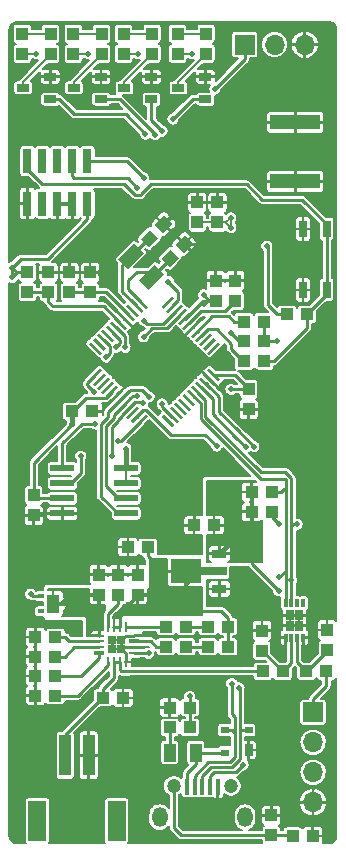
<source format=gbr>
G04 #@! TF.FileFunction,Copper,L1,Top,Signal*
%FSLAX46Y46*%
G04 Gerber Fmt 4.6, Leading zero omitted, Abs format (unit mm)*
G04 Created by KiCad (PCBNEW 4.0.7-e2-6376~58~ubuntu16.04.1) date Fri Dec  8 11:46:57 2017*
%MOMM*%
%LPD*%
G01*
G04 APERTURE LIST*
%ADD10C,0.100000*%
%ADD11R,1.000000X1.100000*%
%ADD12R,1.100000X1.000000*%
%ADD13R,0.500000X0.400000*%
%ADD14R,1.100000X1.600000*%
%ADD15R,0.250000X0.400000*%
%ADD16R,0.700000X1.000000*%
%ADD17R,0.700000X0.600000*%
%ADD18R,1.000000X1.500000*%
%ADD19R,1.700000X1.700000*%
%ADD20O,1.700000X1.700000*%
%ADD21R,0.750000X2.100000*%
%ADD22R,4.200000X1.270000*%
%ADD23R,0.400000X1.350000*%
%ADD24C,1.200000*%
%ADD25O,1.300000X1.700000*%
%ADD26R,1.000000X3.500000*%
%ADD27R,1.500000X3.400000*%
%ADD28R,1.050000X0.650000*%
%ADD29R,0.700000X1.450000*%
%ADD30R,0.750000X0.750000*%
%ADD31R,0.280000X0.850000*%
%ADD32R,0.850000X0.280000*%
%ADD33R,0.850000X0.300000*%
%ADD34R,2.000000X0.600000*%
%ADD35R,0.300000X0.750000*%
%ADD36R,0.725000X0.875000*%
%ADD37R,1.200000X0.800000*%
%ADD38R,2.200000X0.800000*%
%ADD39R,2.500000X2.000000*%
%ADD40C,0.500000*%
%ADD41C,0.254000*%
%ADD42C,0.203200*%
%ADD43C,0.381000*%
G04 APERTURE END LIST*
D10*
D11*
X5461000Y-2945500D03*
X5461000Y-1245500D03*
X7214500Y-2945500D03*
X7214500Y-1245500D03*
D10*
G36*
X13463396Y3566003D02*
X14170503Y2858896D01*
X13392686Y2081079D01*
X12685579Y2788186D01*
X13463396Y3566003D01*
X13463396Y3566003D01*
G37*
G36*
X12261314Y2363921D02*
X12968421Y1656814D01*
X12190604Y878997D01*
X11483497Y1586104D01*
X12261314Y2363921D01*
X12261314Y2363921D01*
G37*
G36*
X15211855Y1885462D02*
X15918962Y1178355D01*
X15141145Y400538D01*
X14434038Y1107645D01*
X15211855Y1885462D01*
X15211855Y1885462D01*
G37*
G36*
X14009773Y683380D02*
X14716880Y-23727D01*
X13939063Y-801544D01*
X13231956Y-94437D01*
X14009773Y683380D01*
X14009773Y683380D01*
G37*
D11*
X17843500Y-3644000D03*
X17843500Y-1944000D03*
X19494500Y-3644000D03*
X19494500Y-1944000D03*
X3683000Y-2945500D03*
X3683000Y-1245500D03*
D12*
X5690500Y-13017500D03*
X7390500Y-13017500D03*
D11*
X20637500Y-11151500D03*
X20637500Y-12851500D03*
D12*
X15645500Y-38100000D03*
X13945500Y-38100000D03*
D11*
X7937500Y-26836000D03*
X7937500Y-28536000D03*
X17992591Y2978299D03*
X17992591Y4678299D03*
X16278091Y2978299D03*
X16278091Y4678299D03*
X22542500Y-48919500D03*
X22542500Y-47219500D03*
D12*
X8294000Y-37274500D03*
X9994000Y-37274500D03*
D11*
X11239500Y-28536000D03*
X11239500Y-26836000D03*
X21758661Y-33279881D03*
X21758661Y-31579881D03*
X27283161Y-31516381D03*
X27283161Y-33216381D03*
D12*
X12114000Y-24511000D03*
X10414000Y-24511000D03*
D11*
X2438400Y-20130400D03*
X2438400Y-21830400D03*
D12*
X17715600Y-22669500D03*
X16015600Y-22669500D03*
D11*
X1470785Y17259463D03*
X1470785Y18959463D03*
X5788785Y17259463D03*
X5788785Y18959463D03*
X14615285Y17259463D03*
X14615285Y18959463D03*
X10043285Y17259463D03*
X10043285Y18959463D03*
D13*
X3024800Y-28661600D03*
X3024800Y-29961600D03*
D14*
X4074800Y-29311600D03*
D15*
X4749800Y-29311600D03*
D16*
X20621500Y-41707500D03*
D17*
X20621500Y-40007500D03*
X18621500Y-40007500D03*
X18621500Y-41907500D03*
D12*
X18884000Y-32956500D03*
X17184000Y-32956500D03*
X18884000Y-31242000D03*
X17184000Y-31242000D03*
D18*
X13949500Y-41910000D03*
X16149500Y-41910000D03*
D19*
X20294600Y18034000D03*
D20*
X22834600Y18034000D03*
X25374600Y18034000D03*
D21*
X6985000Y4572000D03*
X6985000Y8172000D03*
X5715000Y4572000D03*
X5715000Y8172000D03*
X4445000Y4572000D03*
X4445000Y8172000D03*
X3175000Y4572000D03*
X3175000Y8172000D03*
X1905000Y4572000D03*
X1905000Y8172000D03*
D22*
X24574500Y6453500D03*
X24574500Y11453500D03*
D23*
X15413200Y-44803400D03*
X16063200Y-44803400D03*
X16713200Y-44803400D03*
X17363200Y-44803400D03*
X18013200Y-44803400D03*
D24*
X14288200Y-44728400D03*
X19138200Y-44728400D03*
D25*
X13088200Y-47378400D03*
X20338200Y-47378400D03*
D26*
X5096000Y-42144500D03*
X7096000Y-42144500D03*
D27*
X2746000Y-47694500D03*
X9446000Y-47694500D03*
D11*
X1905000Y-2945500D03*
X1905000Y-1245500D03*
D12*
X15645500Y-39763700D03*
X13945500Y-39763700D03*
D28*
X3834285Y13415463D03*
X3834285Y15315463D03*
X1534285Y14365463D03*
X8138285Y13412963D03*
X8138285Y15312963D03*
X5838285Y14362963D03*
X16978785Y13412963D03*
X16978785Y15312963D03*
X14678785Y14362963D03*
X12406785Y13412963D03*
X12406785Y15312963D03*
X10106785Y14362963D03*
D11*
X3883785Y18959463D03*
X3883785Y17259463D03*
D12*
X23876900Y-4813300D03*
X25576900Y-4813300D03*
X20244700Y-8763000D03*
X21944700Y-8763000D03*
D11*
X8201785Y18959463D03*
X8201785Y17259463D03*
X17028285Y18959463D03*
X17028285Y17259463D03*
X12456285Y18959463D03*
X12456285Y17259463D03*
X9588500Y-26836000D03*
X9588500Y-28536000D03*
D12*
X2579000Y-32131000D03*
X4279000Y-32131000D03*
X21932900Y-7073900D03*
X20232900Y-7073900D03*
X2579000Y-33782000D03*
X4279000Y-33782000D03*
X2579000Y-35433000D03*
X4279000Y-35433000D03*
X21932900Y-5422900D03*
X20232900Y-5422900D03*
X24360400Y-48971200D03*
X26060400Y-48971200D03*
X20879700Y-19850100D03*
X22579700Y-19850100D03*
X20892400Y-21551900D03*
X22592400Y-21551900D03*
X13628000Y-32956500D03*
X15328000Y-32956500D03*
X13628000Y-31242000D03*
X15328000Y-31242000D03*
X4279000Y-37084000D03*
X2579000Y-37084000D03*
X21822161Y-35033381D03*
X23522161Y-35033381D03*
X27219661Y-35033381D03*
X25519661Y-35033381D03*
D29*
X25238200Y2427600D03*
X25238200Y-2732400D03*
X27238200Y-2732400D03*
X27238200Y2427600D03*
D10*
G36*
X10988621Y-3415311D02*
X11165398Y-3238534D01*
X12084637Y-4157773D01*
X11907860Y-4334550D01*
X10988621Y-3415311D01*
X10988621Y-3415311D01*
G37*
G36*
X10635068Y-3768864D02*
X10811845Y-3592087D01*
X11731084Y-4511326D01*
X11554307Y-4688103D01*
X10635068Y-3768864D01*
X10635068Y-3768864D01*
G37*
G36*
X10281514Y-4122418D02*
X10458291Y-3945641D01*
X11377530Y-4864880D01*
X11200753Y-5041657D01*
X10281514Y-4122418D01*
X10281514Y-4122418D01*
G37*
G36*
X9927961Y-4475971D02*
X10104738Y-4299194D01*
X11023977Y-5218433D01*
X10847200Y-5395210D01*
X9927961Y-4475971D01*
X9927961Y-4475971D01*
G37*
G36*
X9574408Y-4829524D02*
X9751185Y-4652747D01*
X10670424Y-5571986D01*
X10493647Y-5748763D01*
X9574408Y-4829524D01*
X9574408Y-4829524D01*
G37*
G36*
X9220854Y-5183078D02*
X9397631Y-5006301D01*
X10316870Y-5925540D01*
X10140093Y-6102317D01*
X9220854Y-5183078D01*
X9220854Y-5183078D01*
G37*
G36*
X8867301Y-5536631D02*
X9044078Y-5359854D01*
X9963317Y-6279093D01*
X9786540Y-6455870D01*
X8867301Y-5536631D01*
X8867301Y-5536631D01*
G37*
G36*
X8513747Y-5890185D02*
X8690524Y-5713408D01*
X9609763Y-6632647D01*
X9432986Y-6809424D01*
X8513747Y-5890185D01*
X8513747Y-5890185D01*
G37*
G36*
X8160194Y-6243738D02*
X8336971Y-6066961D01*
X9256210Y-6986200D01*
X9079433Y-7162977D01*
X8160194Y-6243738D01*
X8160194Y-6243738D01*
G37*
G36*
X7806641Y-6597291D02*
X7983418Y-6420514D01*
X8902657Y-7339753D01*
X8725880Y-7516530D01*
X7806641Y-6597291D01*
X7806641Y-6597291D01*
G37*
G36*
X7453087Y-6950845D02*
X7629864Y-6774068D01*
X8549103Y-7693307D01*
X8372326Y-7870084D01*
X7453087Y-6950845D01*
X7453087Y-6950845D01*
G37*
G36*
X7099534Y-7304398D02*
X7276311Y-7127621D01*
X8195550Y-8046860D01*
X8018773Y-8223637D01*
X7099534Y-7304398D01*
X7099534Y-7304398D01*
G37*
G36*
X7276311Y-10486379D02*
X7099534Y-10309602D01*
X8018773Y-9390363D01*
X8195550Y-9567140D01*
X7276311Y-10486379D01*
X7276311Y-10486379D01*
G37*
G36*
X7629864Y-10839932D02*
X7453087Y-10663155D01*
X8372326Y-9743916D01*
X8549103Y-9920693D01*
X7629864Y-10839932D01*
X7629864Y-10839932D01*
G37*
G36*
X7983418Y-11193486D02*
X7806641Y-11016709D01*
X8725880Y-10097470D01*
X8902657Y-10274247D01*
X7983418Y-11193486D01*
X7983418Y-11193486D01*
G37*
G36*
X8336971Y-11547039D02*
X8160194Y-11370262D01*
X9079433Y-10451023D01*
X9256210Y-10627800D01*
X8336971Y-11547039D01*
X8336971Y-11547039D01*
G37*
G36*
X8690524Y-11900592D02*
X8513747Y-11723815D01*
X9432986Y-10804576D01*
X9609763Y-10981353D01*
X8690524Y-11900592D01*
X8690524Y-11900592D01*
G37*
G36*
X9044078Y-12254146D02*
X8867301Y-12077369D01*
X9786540Y-11158130D01*
X9963317Y-11334907D01*
X9044078Y-12254146D01*
X9044078Y-12254146D01*
G37*
G36*
X9397631Y-12607699D02*
X9220854Y-12430922D01*
X10140093Y-11511683D01*
X10316870Y-11688460D01*
X9397631Y-12607699D01*
X9397631Y-12607699D01*
G37*
G36*
X9751185Y-12961253D02*
X9574408Y-12784476D01*
X10493647Y-11865237D01*
X10670424Y-12042014D01*
X9751185Y-12961253D01*
X9751185Y-12961253D01*
G37*
G36*
X10104738Y-13314806D02*
X9927961Y-13138029D01*
X10847200Y-12218790D01*
X11023977Y-12395567D01*
X10104738Y-13314806D01*
X10104738Y-13314806D01*
G37*
G36*
X10458291Y-13668359D02*
X10281514Y-13491582D01*
X11200753Y-12572343D01*
X11377530Y-12749120D01*
X10458291Y-13668359D01*
X10458291Y-13668359D01*
G37*
G36*
X10811845Y-14021913D02*
X10635068Y-13845136D01*
X11554307Y-12925897D01*
X11731084Y-13102674D01*
X10811845Y-14021913D01*
X10811845Y-14021913D01*
G37*
G36*
X11165398Y-14375466D02*
X10988621Y-14198689D01*
X11907860Y-13279450D01*
X12084637Y-13456227D01*
X11165398Y-14375466D01*
X11165398Y-14375466D01*
G37*
G36*
X13251363Y-13456227D02*
X13428140Y-13279450D01*
X14347379Y-14198689D01*
X14170602Y-14375466D01*
X13251363Y-13456227D01*
X13251363Y-13456227D01*
G37*
G36*
X13604916Y-13102674D02*
X13781693Y-12925897D01*
X14700932Y-13845136D01*
X14524155Y-14021913D01*
X13604916Y-13102674D01*
X13604916Y-13102674D01*
G37*
G36*
X13958470Y-12749120D02*
X14135247Y-12572343D01*
X15054486Y-13491582D01*
X14877709Y-13668359D01*
X13958470Y-12749120D01*
X13958470Y-12749120D01*
G37*
G36*
X14312023Y-12395567D02*
X14488800Y-12218790D01*
X15408039Y-13138029D01*
X15231262Y-13314806D01*
X14312023Y-12395567D01*
X14312023Y-12395567D01*
G37*
G36*
X14665576Y-12042014D02*
X14842353Y-11865237D01*
X15761592Y-12784476D01*
X15584815Y-12961253D01*
X14665576Y-12042014D01*
X14665576Y-12042014D01*
G37*
G36*
X15019130Y-11688460D02*
X15195907Y-11511683D01*
X16115146Y-12430922D01*
X15938369Y-12607699D01*
X15019130Y-11688460D01*
X15019130Y-11688460D01*
G37*
G36*
X15372683Y-11334907D02*
X15549460Y-11158130D01*
X16468699Y-12077369D01*
X16291922Y-12254146D01*
X15372683Y-11334907D01*
X15372683Y-11334907D01*
G37*
G36*
X15726237Y-10981353D02*
X15903014Y-10804576D01*
X16822253Y-11723815D01*
X16645476Y-11900592D01*
X15726237Y-10981353D01*
X15726237Y-10981353D01*
G37*
G36*
X16079790Y-10627800D02*
X16256567Y-10451023D01*
X17175806Y-11370262D01*
X16999029Y-11547039D01*
X16079790Y-10627800D01*
X16079790Y-10627800D01*
G37*
G36*
X16433343Y-10274247D02*
X16610120Y-10097470D01*
X17529359Y-11016709D01*
X17352582Y-11193486D01*
X16433343Y-10274247D01*
X16433343Y-10274247D01*
G37*
G36*
X16786897Y-9920693D02*
X16963674Y-9743916D01*
X17882913Y-10663155D01*
X17706136Y-10839932D01*
X16786897Y-9920693D01*
X16786897Y-9920693D01*
G37*
G36*
X17140450Y-9567140D02*
X17317227Y-9390363D01*
X18236466Y-10309602D01*
X18059689Y-10486379D01*
X17140450Y-9567140D01*
X17140450Y-9567140D01*
G37*
G36*
X17317227Y-8223637D02*
X17140450Y-8046860D01*
X18059689Y-7127621D01*
X18236466Y-7304398D01*
X17317227Y-8223637D01*
X17317227Y-8223637D01*
G37*
G36*
X16963674Y-7870084D02*
X16786897Y-7693307D01*
X17706136Y-6774068D01*
X17882913Y-6950845D01*
X16963674Y-7870084D01*
X16963674Y-7870084D01*
G37*
G36*
X16610120Y-7516530D02*
X16433343Y-7339753D01*
X17352582Y-6420514D01*
X17529359Y-6597291D01*
X16610120Y-7516530D01*
X16610120Y-7516530D01*
G37*
G36*
X16256567Y-7162977D02*
X16079790Y-6986200D01*
X16999029Y-6066961D01*
X17175806Y-6243738D01*
X16256567Y-7162977D01*
X16256567Y-7162977D01*
G37*
G36*
X15903014Y-6809424D02*
X15726237Y-6632647D01*
X16645476Y-5713408D01*
X16822253Y-5890185D01*
X15903014Y-6809424D01*
X15903014Y-6809424D01*
G37*
G36*
X15549460Y-6455870D02*
X15372683Y-6279093D01*
X16291922Y-5359854D01*
X16468699Y-5536631D01*
X15549460Y-6455870D01*
X15549460Y-6455870D01*
G37*
G36*
X15195907Y-6102317D02*
X15019130Y-5925540D01*
X15938369Y-5006301D01*
X16115146Y-5183078D01*
X15195907Y-6102317D01*
X15195907Y-6102317D01*
G37*
G36*
X14842353Y-5748763D02*
X14665576Y-5571986D01*
X15584815Y-4652747D01*
X15761592Y-4829524D01*
X14842353Y-5748763D01*
X14842353Y-5748763D01*
G37*
G36*
X14488800Y-5395210D02*
X14312023Y-5218433D01*
X15231262Y-4299194D01*
X15408039Y-4475971D01*
X14488800Y-5395210D01*
X14488800Y-5395210D01*
G37*
G36*
X14135247Y-5041657D02*
X13958470Y-4864880D01*
X14877709Y-3945641D01*
X15054486Y-4122418D01*
X14135247Y-5041657D01*
X14135247Y-5041657D01*
G37*
G36*
X13781693Y-4688103D02*
X13604916Y-4511326D01*
X14524155Y-3592087D01*
X14700932Y-3768864D01*
X13781693Y-4688103D01*
X13781693Y-4688103D01*
G37*
G36*
X13428140Y-4334550D02*
X13251363Y-4157773D01*
X14170602Y-3238534D01*
X14347379Y-3415311D01*
X13428140Y-4334550D01*
X13428140Y-4334550D01*
G37*
D30*
X9848500Y-32376500D03*
X9098500Y-32376500D03*
X9098500Y-33126500D03*
X9848500Y-33126500D03*
D31*
X8723500Y-34226500D03*
X9223500Y-34226500D03*
X9723500Y-34226500D03*
X10223500Y-34226500D03*
D32*
X10948500Y-33501500D03*
X10948500Y-33001500D03*
D33*
X10948500Y-32501500D03*
D32*
X10948500Y-32001500D03*
D31*
X10223500Y-31276500D03*
X9723500Y-31276500D03*
X9223500Y-31276500D03*
X8723500Y-31276500D03*
D32*
X7998500Y-32001500D03*
X7998500Y-32501500D03*
X7998500Y-33001500D03*
D33*
X7998500Y-33501500D03*
D34*
X10256500Y-17843500D03*
X10256500Y-19113500D03*
X10256500Y-20383500D03*
X10256500Y-21653500D03*
X4856500Y-21653500D03*
X4856500Y-20383500D03*
X4856500Y-19113500D03*
X4856500Y-17843500D03*
D35*
X23757661Y-32172381D03*
X24257661Y-32172381D03*
X24757661Y-32172381D03*
X25257661Y-32172381D03*
X25257661Y-29272381D03*
X24757661Y-29272381D03*
X24257661Y-29272381D03*
X23757661Y-29272381D03*
D36*
X24870161Y-30284881D03*
X24145161Y-30284881D03*
X24870161Y-31159881D03*
X24145161Y-31159881D03*
D37*
X18161000Y-28067000D03*
D38*
X17661000Y-26567000D03*
D37*
X18161000Y-25067000D03*
D39*
X15311000Y-26567000D03*
D10*
G36*
X9612457Y-160960D02*
X10955960Y1182543D01*
X11733777Y404726D01*
X10390274Y-938777D01*
X9612457Y-160960D01*
X9612457Y-160960D01*
G37*
G36*
X11380223Y-1928726D02*
X12723726Y-585223D01*
X13501543Y-1363040D01*
X12158040Y-2706543D01*
X11380223Y-1928726D01*
X11380223Y-1928726D01*
G37*
D19*
X26085800Y-38506400D03*
D20*
X26085800Y-41046400D03*
X26085800Y-43586400D03*
X26085800Y-46126400D03*
D40*
X6604000Y-6045200D03*
X7112000Y-5588000D03*
X6604000Y-5080000D03*
X8636000Y-2032000D03*
X8636000Y-508000D03*
X16764000Y1524000D03*
X14833600Y3302000D03*
X14833600Y4216400D03*
X14224000Y-23368000D03*
X14224000Y-22352000D03*
X14224000Y-21336000D03*
X15240000Y-21336000D03*
X16256000Y-21336000D03*
X19126200Y2540000D03*
X19126200Y3352800D03*
X7010400Y17259300D03*
X596878Y-1676400D03*
X596878Y-863600D03*
X16814800Y-3911600D03*
X16814800Y-3149600D03*
X23164800Y-28194000D03*
X22161500Y965200D03*
X19126200Y-6413500D03*
X19126200Y-11163300D03*
X10236200Y-16167100D03*
X5689600Y-14109700D03*
X11239500Y17259300D03*
X15798800Y17259300D03*
X2654300Y17259300D03*
X18897600Y-21488400D03*
X11734800Y6756400D03*
X11776900Y-5334000D03*
X11734800Y-6705600D03*
X11205400Y5892800D03*
X24257661Y-27330400D03*
X24739600Y-22580600D03*
X23177500Y-22580600D03*
X23190200Y-27076400D03*
X10160000Y-7598600D03*
X17780000Y14274800D03*
X9414378Y-7569200D03*
X11887200Y10464800D03*
X8561100Y-8432800D03*
X12700000Y10414000D03*
X7611289Y-14085836D03*
X7531100Y-11353513D03*
X12213400Y-11785600D03*
X11154600Y-11707069D03*
X11684000Y-12293600D03*
X9080500Y-16823500D03*
X6413500Y-16823500D03*
X17932400Y-15951200D03*
X9605900Y-15510700D03*
X20370800Y-16052800D03*
X19202400Y-36068000D03*
X21082000Y-16002000D03*
X19812000Y-36423600D03*
X13839000Y-2032000D03*
X14224000Y11734800D03*
X15633700Y-37147500D03*
X2171700Y-28498800D03*
X13309600Y10718800D03*
X13309600Y-12395200D03*
X12166600Y-29654500D03*
X12153900Y-33502600D03*
X23063200Y-7061200D03*
X20167600Y-42926000D03*
D41*
X6604000Y-6045200D02*
X6604000Y-5080000D01*
X6604000Y-5080000D02*
X7112000Y-5588000D01*
X8636000Y-2032000D02*
X7898500Y-1294500D01*
X7898500Y-1294500D02*
X7898500Y-1245500D01*
X7214500Y-1245500D02*
X7898500Y-1245500D01*
X7898500Y-1245500D02*
X8636000Y-508000D01*
X15176500Y1143000D02*
X16383000Y1143000D01*
X16383000Y1143000D02*
X16764000Y1524000D01*
X13428041Y2823541D02*
X13440741Y2823541D01*
X13440741Y2823541D02*
X14833600Y4216400D01*
X14224000Y-22352000D02*
X14224000Y-23368000D01*
X15240000Y-21336000D02*
X14224000Y-21336000D01*
X16015600Y-22669500D02*
X16015600Y-21576400D01*
X16015600Y-21576400D02*
X16256000Y-21336000D01*
X4445000Y4572000D02*
X5715000Y4572000D01*
X10223500Y-34226500D02*
X10223500Y-33501500D01*
X10223500Y-33501500D02*
X9848500Y-33126500D01*
X10948500Y-33001500D02*
X9973500Y-33001500D01*
X9973500Y-33001500D02*
X9848500Y-33126500D01*
X9848500Y-32376500D02*
X10223500Y-32001500D01*
X10223500Y-32001500D02*
X10948500Y-32001500D01*
X4856500Y-21653500D02*
X2615300Y-21653500D01*
X2615300Y-21653500D02*
X2438400Y-21830400D01*
X27219661Y-35033381D02*
X27219661Y-36245800D01*
X26085800Y-38506400D02*
X26085800Y-37402400D01*
X27219661Y-36268539D02*
X27219661Y-36245800D01*
X26085800Y-37402400D02*
X27219661Y-36268539D01*
X3615400Y-101600D02*
X1358878Y-101600D01*
X1358878Y-101600D02*
X596878Y-863600D01*
X6985000Y4572000D02*
X6985000Y3268000D01*
X6985000Y3268000D02*
X3615400Y-101600D01*
X17715600Y-22669500D02*
X18884000Y-22669500D01*
D42*
X17992591Y2978299D02*
X16278091Y2978299D01*
X18751699Y2978299D02*
X18751699Y2914501D01*
X18751699Y2914501D02*
X19126200Y2540000D01*
X19126200Y3352800D02*
X19126200Y2540000D01*
X17992591Y2978299D02*
X18751699Y2978299D01*
X18751699Y2978299D02*
X19126200Y3352800D01*
X5788785Y17259463D02*
X7010237Y17259463D01*
X7010237Y17259463D02*
X7010400Y17259300D01*
X2654300Y17259300D02*
X1470948Y17259300D01*
X1470948Y17259300D02*
X1470785Y17259463D01*
D41*
X1168400Y-1245500D02*
X978778Y-1245500D01*
X1027778Y-1245500D02*
X596878Y-1676400D01*
X1905000Y-1245500D02*
X1168400Y-1245500D01*
X1168400Y-1245500D02*
X1027778Y-1245500D01*
X596878Y-863600D02*
X596878Y-1676400D01*
X978778Y-1245500D02*
X596878Y-863600D01*
X17843500Y-3644000D02*
X17082400Y-3644000D01*
X17082400Y-3644000D02*
X16814800Y-3911600D01*
X17843500Y-3644000D02*
X17309200Y-3644000D01*
X17309200Y-3644000D02*
X16814800Y-3149600D01*
X6985000Y4572000D02*
X6985000Y3897000D01*
X27238280Y-35052000D02*
X27219661Y-35033381D01*
X20892400Y-21551900D02*
X20892400Y-25921600D01*
X20892400Y-25921600D02*
X23164800Y-28194000D01*
X18897600Y-21488400D02*
X20828900Y-21488400D01*
X20828900Y-21488400D02*
X20892400Y-21551900D01*
X20879700Y-19850100D02*
X20879700Y-21539200D01*
X20879700Y-21539200D02*
X20892400Y-21551900D01*
X5689600Y-14109700D02*
X2438400Y-17360900D01*
X2438400Y-17360900D02*
X2438400Y-20130400D01*
X9061755Y-11352584D02*
X8531426Y-11882913D01*
X8531426Y-11882913D02*
X6875087Y-11882913D01*
X6875087Y-11882913D02*
X5740500Y-13017500D01*
X5740500Y-13017500D02*
X5690500Y-13017500D01*
X22263100Y-4003500D02*
X22263100Y863600D01*
X22263100Y863600D02*
X22161500Y965200D01*
X23876900Y-4813300D02*
X23072900Y-4813300D01*
X23072900Y-4813300D02*
X22263100Y-4003500D01*
X20232900Y-7073900D02*
X19786600Y-7073900D01*
X19786600Y-7073900D02*
X19126200Y-6413500D01*
X20410700Y-10924700D02*
X20637500Y-11151500D01*
X17843500Y-3644000D02*
X16770339Y-3644000D01*
X16770339Y-3644000D02*
X15213584Y-5200755D01*
X19138000Y-11151500D02*
X19126200Y-11163300D01*
X20637500Y-11151500D02*
X19138000Y-11151500D01*
X20676500Y-11112500D02*
X20637500Y-11151500D01*
X17688458Y-9938371D02*
X19474371Y-9938371D01*
X19474371Y-9938371D02*
X20637500Y-11101500D01*
X20637500Y-11101500D02*
X20637500Y-11151500D01*
D43*
X10256500Y-17843500D02*
X10256500Y-16187400D01*
X10256500Y-16187400D02*
X10236200Y-16167100D01*
X5689600Y-14109700D02*
X5689600Y-13018400D01*
X5689600Y-13018400D02*
X5690500Y-13017500D01*
D42*
X10256500Y-19113500D02*
X10256500Y-17843500D01*
X10043285Y17259463D02*
X11239337Y17259463D01*
X11239337Y17259463D02*
X11239500Y17259300D01*
X15798800Y17259300D02*
X14615448Y17259300D01*
X14615448Y17259300D02*
X14615285Y17259463D01*
D43*
X18884000Y-22669500D02*
X18884000Y-21502000D01*
X18884000Y-21502000D02*
X18897600Y-21488400D01*
X18884000Y-22669500D02*
X18884000Y-24344000D01*
X18884000Y-24344000D02*
X18161000Y-25067000D01*
D41*
X4856500Y-20383500D02*
X2691500Y-20383500D01*
X2691500Y-20383500D02*
X2438400Y-20130400D01*
X5461000Y-2945500D02*
X7214500Y-2945500D01*
X7214500Y-2945500D02*
X8574267Y-2945500D01*
X8574267Y-2945500D02*
X10475969Y-4847202D01*
X6985000Y8172000D02*
X10319200Y8172000D01*
X10319200Y8172000D02*
X11734800Y6756400D01*
X14506478Y-4493649D02*
X13412127Y-5588000D01*
X13412127Y-5588000D02*
X12030900Y-5588000D01*
X12030900Y-5588000D02*
X11776900Y-5334000D01*
X13712823Y-5994410D02*
X12903200Y-5994410D01*
X12903200Y-5994410D02*
X12445990Y-5994410D01*
X12445990Y-5994410D02*
X11734800Y-6705600D01*
X5877400Y6705600D02*
X10392600Y6705600D01*
X10392600Y6705600D02*
X11205400Y5892800D01*
X5715000Y8172000D02*
X5715000Y6868000D01*
X5715000Y6868000D02*
X5877400Y6705600D01*
X14860031Y-4847202D02*
X13712823Y-5994410D01*
X27238200Y2427600D02*
X27238200Y1448600D01*
X27238200Y1448600D02*
X27238200Y-2732400D01*
X27238200Y-2732400D02*
X27238200Y-3107400D01*
X27238200Y-3107400D02*
X25576900Y-4768700D01*
X25576900Y-4768700D02*
X25576900Y-4813300D01*
X20472400Y6197600D02*
X21767800Y4902200D01*
X27238200Y2427600D02*
X27238200Y2802600D01*
X27238200Y2802600D02*
X25138600Y4902200D01*
X25138600Y4902200D02*
X21767800Y4902200D01*
X1905000Y8172000D02*
X1905000Y7514078D01*
X1905000Y7514078D02*
X3149600Y6269478D01*
X3149600Y6269478D02*
X10045208Y6269478D01*
X10045208Y6269478D02*
X10980686Y5334000D01*
X10980686Y5334000D02*
X11531600Y5334000D01*
X11531600Y5334000D02*
X11531600Y5384800D01*
X11531600Y5384800D02*
X12344400Y6197600D01*
X12344400Y6197600D02*
X20472400Y6197600D01*
X25576900Y-4813300D02*
X25576900Y-5934800D01*
X25576900Y-5934800D02*
X22748700Y-8763000D01*
X22748700Y-8763000D02*
X21944700Y-8763000D01*
X24257661Y-22631400D02*
X24257661Y-27330400D01*
X24257661Y-27330400D02*
X24257661Y-29272381D01*
X16274245Y-11352584D02*
X16967210Y-12045549D01*
X16967210Y-13462010D02*
X21666836Y-18161636D01*
X21666836Y-18161636D02*
X23723600Y-18161636D01*
X23723600Y-18161636D02*
X24257661Y-18695697D01*
X16967210Y-12045549D02*
X16967210Y-13462010D01*
X24257661Y-18695697D02*
X24257661Y-22631400D01*
X24739600Y-22580600D02*
X24386047Y-22580600D01*
X24386047Y-22580600D02*
X24335247Y-22631400D01*
X24335247Y-22631400D02*
X24257661Y-22631400D01*
X22592400Y-21551900D02*
X22592400Y-21995500D01*
X22592400Y-21995500D02*
X23177500Y-22580600D01*
X23757661Y-19608800D02*
X23757661Y-25958800D01*
X23757661Y-25958800D02*
X23757661Y-28643381D01*
X23190200Y-27076400D02*
X23757661Y-26508939D01*
X23757661Y-26508939D02*
X23757661Y-25958800D01*
X16560800Y-13665200D02*
X21666047Y-18770447D01*
X21666047Y-18770447D02*
X23757661Y-18770447D01*
X15920691Y-11706138D02*
X16560800Y-12346247D01*
X16560800Y-12346247D02*
X16560800Y-13665200D01*
X23757661Y-18770447D02*
X23757661Y-19608800D01*
X22579700Y-19850100D02*
X23383700Y-19850100D01*
X23383700Y-19850100D02*
X23625000Y-19608800D01*
X23625000Y-19608800D02*
X23757661Y-19608800D01*
X23757661Y-28643381D02*
X23757661Y-29272381D01*
X16627798Y-6614969D02*
X17158127Y-6084640D01*
X17158127Y-6084640D02*
X17921040Y-6084640D01*
X19151600Y-7315200D02*
X19151600Y-7719900D01*
X17921040Y-6084640D02*
X19151600Y-7315200D01*
X19151600Y-7719900D02*
X20194700Y-8763000D01*
X20194700Y-8763000D02*
X20244700Y-8763000D01*
X9908247Y-6400800D02*
X10176200Y-6668753D01*
X10176200Y-6668753D02*
X10176200Y-7582400D01*
X10176200Y-7582400D02*
X10160000Y-7598600D01*
X17780000Y14274800D02*
X20294600Y16789400D01*
X20294600Y16789400D02*
X20294600Y18034000D01*
X9415309Y-5907862D02*
X9908247Y-6400800D01*
X9769790Y-6969451D02*
X9769790Y-7213788D01*
X9769790Y-7213788D02*
X9414378Y-7569200D01*
X9061755Y-6261416D02*
X9769790Y-6969451D01*
X4613285Y13415463D02*
X5887548Y12141200D01*
X10210800Y12141200D02*
X11887200Y10464800D01*
X5887548Y12141200D02*
X10210800Y12141200D01*
X9061755Y-6261416D02*
X9592084Y-6791745D01*
X3834285Y13415463D02*
X4613285Y13415463D01*
X8884978Y-7498851D02*
X8884978Y-8108922D01*
X8884978Y-8108922D02*
X8561100Y-8432800D01*
X8354649Y-6968522D02*
X8884978Y-7498851D01*
X8138285Y13412963D02*
X9722551Y13412963D01*
X9722551Y13412963D02*
X12700000Y10435514D01*
X12700000Y10435514D02*
X12700000Y10414000D01*
X6498514Y-14084300D02*
X6500050Y-14085836D01*
X6500050Y-14085836D02*
X7611289Y-14085836D01*
X4856500Y-17843500D02*
X4856500Y-15726314D01*
X4856500Y-15726314D02*
X6498514Y-14084300D01*
X6985287Y-10807700D02*
X6985287Y-10600626D01*
X6985287Y-10600626D02*
X7647542Y-9938371D01*
X6985287Y-10807700D02*
X7531100Y-11353513D01*
X4856500Y-17843500D02*
X4856500Y-17289500D01*
X10541000Y-11287553D02*
X10650885Y-11177668D01*
X10650885Y-11177668D02*
X11605468Y-11177668D01*
X11605468Y-11177668D02*
X12213400Y-11785600D01*
X10541000Y-11287553D02*
X9768862Y-12059691D01*
X9768862Y-12059691D02*
X8750300Y-13078253D01*
X8750300Y-13078253D02*
X8750300Y-13458749D01*
X8750300Y-13458749D02*
X8140689Y-14068360D01*
X8140689Y-14068360D02*
X8140689Y-20237689D01*
X8140689Y-20237689D02*
X9556500Y-21653500D01*
X9556500Y-21653500D02*
X10256500Y-21653500D01*
X10122416Y-12413245D02*
X10617200Y-11918461D01*
X10617200Y-11918461D02*
X10828592Y-11707069D01*
X10828592Y-11707069D02*
X11154600Y-11707069D01*
X9194800Y-13589000D02*
X8547100Y-14236700D01*
X9194800Y-13589000D02*
X9194800Y-13340861D01*
X9194800Y-13340861D02*
X10122416Y-12413245D01*
X8547100Y-14236700D02*
X8547100Y-19374100D01*
X8547100Y-19374100D02*
X9556500Y-20383500D01*
X9556500Y-20383500D02*
X10256500Y-20383500D01*
X11006298Y-12236469D02*
X11626869Y-12236469D01*
X11626869Y-12236469D02*
X11684000Y-12293600D01*
X11006298Y-12236469D02*
X10475969Y-12766798D01*
X9575800Y-13802149D02*
X9076500Y-14301449D01*
X9575800Y-13802149D02*
X9575800Y-13782750D01*
X9575800Y-13782750D02*
X9945640Y-13412910D01*
X9945640Y-13412910D02*
X9945640Y-13297127D01*
X9945640Y-13297127D02*
X10475969Y-12766798D01*
X9076500Y-14301449D02*
X9076500Y-16819500D01*
X9076500Y-16819500D02*
X9080500Y-16823500D01*
X4856500Y-19113500D02*
X5556500Y-19113500D01*
X6413500Y-18256500D02*
X6413500Y-16823500D01*
X5556500Y-19113500D02*
X6413500Y-18256500D01*
X14020800Y-14997243D02*
X16978443Y-14997243D01*
X16978443Y-14997243D02*
X17932400Y-15951200D01*
X11967133Y-12943576D02*
X14020800Y-14997243D01*
X11183076Y-13473905D02*
X11713405Y-12943576D01*
X11713405Y-12943576D02*
X11967133Y-12943576D01*
X11536629Y-13827458D02*
X9853387Y-15510700D01*
X9853387Y-15510700D02*
X9605900Y-15510700D01*
X19037322Y-42722778D02*
X19456400Y-42303700D01*
X17214822Y-42722778D02*
X19037322Y-42722778D01*
X16063200Y-43874400D02*
X17214822Y-42722778D01*
X16063200Y-44803400D02*
X16063200Y-43874400D01*
X19456400Y-42303700D02*
X19456400Y-40436800D01*
X19552275Y-15234275D02*
X20370800Y-16052800D01*
X17576800Y-13258800D02*
X17576800Y-11948033D01*
X17576800Y-11948033D02*
X16627798Y-10999031D01*
X19552275Y-15234275D02*
X17576800Y-13258800D01*
X19202400Y-36068000D02*
X19202400Y-38684200D01*
X19202400Y-38684200D02*
X19456400Y-38938200D01*
X19456400Y-40436800D02*
X19456400Y-38938200D01*
X18621500Y-40007500D02*
X19225500Y-40007500D01*
X19225500Y-40007500D02*
X19456400Y-40238400D01*
X19456400Y-40238400D02*
X19456400Y-40436800D01*
X19862811Y-42472040D02*
X19862811Y-40487600D01*
X19205662Y-43129189D02*
X19862811Y-42472040D01*
X17458411Y-43129189D02*
X19205662Y-43129189D01*
X16713200Y-43874400D02*
X17458411Y-43129189D01*
X16713200Y-44803400D02*
X16713200Y-43874400D01*
X19710400Y-14630400D02*
X21082000Y-16002000D01*
X18135600Y-13055600D02*
X18135600Y-11799727D01*
X18135600Y-11799727D02*
X16981351Y-10645478D01*
X19710400Y-14630400D02*
X18135600Y-13055600D01*
X19862811Y-38684211D02*
X19862811Y-36474411D01*
X19862811Y-36474411D02*
X19812000Y-36423600D01*
X20621500Y-40007500D02*
X20017500Y-40007500D01*
X19862811Y-40487600D02*
X19862811Y-40284400D01*
X20017500Y-40007500D02*
X19862811Y-40162189D01*
X19862811Y-40162189D02*
X19862811Y-40487600D01*
X19862811Y-40284400D02*
X19862811Y-39979600D01*
X19862811Y-40162189D02*
X19862811Y-40284400D01*
X19862811Y-39979600D02*
X19862811Y-38684211D01*
X20232900Y-5422900D02*
X19385800Y-5422900D01*
X19385800Y-5422900D02*
X18928610Y-4965710D01*
X16274245Y-6261416D02*
X17569951Y-4965710D01*
X17569951Y-4965710D02*
X18928610Y-4965710D01*
X14683253Y-3609766D02*
X14683253Y-2876253D01*
X14152924Y-4140095D02*
X14683253Y-3609766D01*
X14683253Y-2876253D02*
X13839000Y-2032000D01*
X15902163Y13412963D02*
X14224000Y11734800D01*
X16978785Y13412963D02*
X15902163Y13412963D01*
D42*
X1470785Y18959463D02*
X2173985Y18959463D01*
X2173985Y18959463D02*
X3883785Y18959463D01*
X8201785Y18959463D02*
X5788785Y18959463D01*
X14615285Y18959463D02*
X15318485Y18959463D01*
X15318485Y18959463D02*
X17028285Y18959463D01*
X3883785Y17259463D02*
X3883785Y17209463D01*
X3883785Y17209463D02*
X1534285Y14859963D01*
X1534285Y14859963D02*
X1534285Y14365463D01*
X8201785Y17259463D02*
X8201785Y17209463D01*
X8201785Y17209463D02*
X5838285Y14845963D01*
X5838285Y14845963D02*
X5838285Y14362963D01*
X17028285Y17259463D02*
X17028285Y17209463D01*
X17028285Y17209463D02*
X14678785Y14859963D01*
X14678785Y14859963D02*
X14678785Y14362963D01*
D41*
X15633700Y-37147500D02*
X15633700Y-38088200D01*
X15633700Y-38088200D02*
X15645500Y-38100000D01*
X3024800Y-28661600D02*
X2334500Y-28661600D01*
X2334500Y-28661600D02*
X2171700Y-28498800D01*
X15645500Y-38100000D02*
X15645500Y-39763700D01*
X16149500Y-41910000D02*
X18619000Y-41910000D01*
X18619000Y-41910000D02*
X18621500Y-41907500D01*
X16149500Y-41910000D02*
X16149500Y-42914000D01*
X16149500Y-42914000D02*
X15413200Y-43650300D01*
X15413200Y-43650300D02*
X15413200Y-43874400D01*
X15413200Y-43874400D02*
X15413200Y-44803400D01*
X13945500Y-39763700D02*
X13945500Y-41906000D01*
X13945500Y-41906000D02*
X13949500Y-41910000D01*
X12406785Y13412963D02*
X12406785Y11621615D01*
X12406785Y11621615D02*
X13309600Y10718800D01*
X14152924Y-13473905D02*
X13309600Y-12630581D01*
X13309600Y-12630581D02*
X13309600Y-12395200D01*
D42*
X12456285Y17259463D02*
X12456285Y17209463D01*
X12456285Y17209463D02*
X10106785Y14859963D01*
X10106785Y14859963D02*
X10106785Y14362963D01*
D41*
X4279000Y-37084000D02*
X6151000Y-37084000D01*
X6151000Y-37084000D02*
X8723500Y-34511500D01*
X8723500Y-34511500D02*
X8723500Y-34226500D01*
X10673117Y121883D02*
X9930656Y-620578D01*
X9930656Y-620578D02*
X9930656Y-2887675D01*
X9930656Y-2887675D02*
X10652747Y-3609766D01*
X10652747Y-3609766D02*
X11183076Y-4140095D01*
X12225959Y1621459D02*
X12172693Y1621459D01*
X12172693Y1621459D02*
X10673117Y121883D01*
X12440883Y-1645883D02*
X11981265Y-1186265D01*
X11981265Y-1186265D02*
X11158135Y-1186265D01*
X11158135Y-1186265D02*
X10414000Y-1930400D01*
X10414000Y-1930400D02*
X10414000Y-2663913D01*
X10414000Y-2663913D02*
X11536629Y-3786542D01*
X13974418Y-59082D02*
X13974418Y-112348D01*
X13974418Y-112348D02*
X12440883Y-1645883D01*
X18629200Y-4559300D02*
X16562147Y-4559300D01*
X16562147Y-4559300D02*
X15567138Y-5554309D01*
X19494500Y-3644000D02*
X19494500Y-3694000D01*
X19494500Y-3694000D02*
X18629200Y-4559300D01*
X3683000Y-2945500D02*
X1905000Y-2945500D01*
X4073700Y-4140200D02*
X8354753Y-4140200D01*
X8354753Y-4140200D02*
X9768862Y-5554309D01*
X3683000Y-2945500D02*
X3683000Y-3749500D01*
X3683000Y-3749500D02*
X4073700Y-4140200D01*
X7937500Y-28536000D02*
X7937500Y-31432500D01*
X7937500Y-31432500D02*
X7937500Y-31940500D01*
X4749800Y-29311600D02*
X5816600Y-29311600D01*
X5816600Y-29311600D02*
X7937500Y-31432500D01*
X7937500Y-31940500D02*
X7998500Y-32001500D01*
X7937500Y-28536000D02*
X7937500Y-29340000D01*
X4074800Y-29311600D02*
X4749800Y-29311600D01*
X7937500Y-28536000D02*
X5450400Y-28536000D01*
X4749800Y-29236600D02*
X4749800Y-29311600D01*
X5450400Y-28536000D02*
X4749800Y-29236600D01*
X24320500Y-48919500D02*
X22542500Y-48919500D01*
X14287500Y-48272700D02*
X14934300Y-48919500D01*
X14934300Y-48919500D02*
X22542500Y-48919500D01*
X14287500Y-45577628D02*
X14287500Y-48272700D01*
X14288200Y-44728400D02*
X14288200Y-45576928D01*
X14288200Y-45576928D02*
X14287500Y-45577628D01*
X10464800Y-35043300D02*
X10474719Y-35033381D01*
X10474719Y-35033381D02*
X21822161Y-35033381D01*
X9723500Y-34226500D02*
X9723500Y-34905500D01*
X9723500Y-34905500D02*
X9861300Y-35043300D01*
X9861300Y-35043300D02*
X10464800Y-35043300D01*
X5096000Y-42144500D02*
X5096000Y-40422500D01*
X5096000Y-40422500D02*
X8244000Y-37274500D01*
X8244000Y-37274500D02*
X8294000Y-37274500D01*
X8294000Y-37274500D02*
X8294000Y-36520500D01*
X8294000Y-36520500D02*
X9223500Y-35591000D01*
X9223500Y-35591000D02*
X9223500Y-34226500D01*
X9723500Y-34226500D02*
X9223500Y-34226500D01*
X18317200Y-29921200D02*
X15827200Y-29921200D01*
X15827200Y-29921200D02*
X14442000Y-28536000D01*
X18884000Y-31242000D02*
X18884000Y-30488000D01*
X18884000Y-30488000D02*
X18317200Y-29921200D01*
X18884000Y-31242000D02*
X18884000Y-32956500D01*
X16411000Y-26567000D02*
X14442000Y-28536000D01*
X14442000Y-28536000D02*
X11239500Y-28536000D01*
X16411000Y-26567000D02*
X17511000Y-26567000D01*
X12114000Y-24511000D02*
X12114000Y-25265000D01*
X12114000Y-25265000D02*
X13416000Y-26567000D01*
X13416000Y-26567000D02*
X16411000Y-26567000D01*
X10948500Y-33501500D02*
X12152800Y-33501500D01*
X12152800Y-33501500D02*
X12153900Y-33502600D01*
X11239500Y-28536000D02*
X11239500Y-28586000D01*
X11239500Y-28586000D02*
X9723500Y-30102000D01*
X9723500Y-30102000D02*
X9723500Y-30597500D01*
X9723500Y-30597500D02*
X9723500Y-31276500D01*
X9223500Y-31276500D02*
X9723500Y-31276500D01*
X21758661Y-33279881D02*
X21768661Y-33279881D01*
X21768661Y-33279881D02*
X23522161Y-35033381D01*
X24257661Y-32172381D02*
X24257661Y-34297881D01*
X24257661Y-34297881D02*
X23522161Y-35033381D01*
X25519661Y-35033381D02*
X25569661Y-35033381D01*
X25569661Y-35033381D02*
X27283161Y-33319881D01*
X27283161Y-33319881D02*
X27283161Y-33216381D01*
X24757661Y-32172381D02*
X24757661Y-34271381D01*
X24757661Y-34271381D02*
X25519661Y-35033381D01*
D42*
X12456285Y18959463D02*
X10043285Y18959463D01*
D41*
X17184000Y-32956500D02*
X15328000Y-32956500D01*
X15328000Y-31242000D02*
X17184000Y-31242000D01*
X23063200Y-7061200D02*
X21945600Y-7061200D01*
X21945600Y-7061200D02*
X21932900Y-7073900D01*
X17702000Y-43535600D02*
X19558000Y-43535600D01*
X19558000Y-43535600D02*
X20167600Y-42926000D01*
X17363200Y-44803400D02*
X17363200Y-43874400D01*
X17363200Y-43874400D02*
X17702000Y-43535600D01*
X21932900Y-5422900D02*
X21932900Y-7073900D01*
X9588500Y-28536000D02*
X9588500Y-29340000D01*
X9588500Y-29340000D02*
X8723500Y-30205000D01*
X8723500Y-30205000D02*
X8723500Y-30597500D01*
X8723500Y-30597500D02*
X8723500Y-31276500D01*
X4279000Y-32131000D02*
X5083000Y-32131000D01*
X5083000Y-32131000D02*
X5453500Y-32501500D01*
X5453500Y-32501500D02*
X7319500Y-32501500D01*
X7319500Y-32501500D02*
X7998500Y-32501500D01*
X4279000Y-33782000D02*
X5083000Y-33782000D01*
X5083000Y-33782000D02*
X5863500Y-33001500D01*
X5863500Y-33001500D02*
X7319500Y-33001500D01*
X7319500Y-33001500D02*
X7998500Y-33001500D01*
X7998500Y-33501500D02*
X7998500Y-33905500D01*
X7998500Y-33905500D02*
X6471000Y-35433000D01*
X6471000Y-35433000D02*
X5083000Y-35433000D01*
X5083000Y-35433000D02*
X4279000Y-35433000D01*
X13628000Y-32956500D02*
X12824000Y-32956500D01*
X12824000Y-32956500D02*
X12369000Y-32501500D01*
X12369000Y-32501500D02*
X11627500Y-32501500D01*
X11627500Y-32501500D02*
X10948500Y-32501500D01*
X13628000Y-31242000D02*
X10258000Y-31242000D01*
X10258000Y-31242000D02*
X10223500Y-31276500D01*
D42*
G36*
X27555219Y19926297D02*
X27673743Y19890513D01*
X27783058Y19832389D01*
X27879004Y19754137D01*
X27957925Y19658738D01*
X28016810Y19549834D01*
X28053422Y19431558D01*
X28068200Y19290954D01*
X28068200Y-30752910D01*
X28059373Y-30739699D01*
X28009842Y-30690168D01*
X27951600Y-30651252D01*
X27886885Y-30624446D01*
X27818184Y-30610781D01*
X27397461Y-30610781D01*
X27308561Y-30699681D01*
X27308561Y-31490981D01*
X27328561Y-31490981D01*
X27328561Y-31541781D01*
X27308561Y-31541781D01*
X27308561Y-31561781D01*
X27257761Y-31561781D01*
X27257761Y-31541781D01*
X26516461Y-31541781D01*
X26427561Y-31630681D01*
X26427561Y-32101405D01*
X26441227Y-32170106D01*
X26468033Y-32234821D01*
X26506949Y-32293063D01*
X26556480Y-32342594D01*
X26614722Y-32381510D01*
X26645213Y-32394140D01*
X26580333Y-32436893D01*
X26524429Y-32502485D01*
X26489013Y-32581055D01*
X26476887Y-32666381D01*
X26476887Y-33515497D01*
X25765277Y-34227107D01*
X25324045Y-34227107D01*
X25189461Y-34092523D01*
X25189461Y-32856881D01*
X25232261Y-32814081D01*
X25232261Y-32197781D01*
X25283061Y-32197781D01*
X25283061Y-32814081D01*
X25371961Y-32902981D01*
X25442684Y-32902981D01*
X25511385Y-32889316D01*
X25576100Y-32862510D01*
X25634342Y-32823594D01*
X25683873Y-32774063D01*
X25722789Y-32715821D01*
X25749595Y-32651106D01*
X25763261Y-32582405D01*
X25763261Y-32286681D01*
X25674361Y-32197781D01*
X25283061Y-32197781D01*
X25232261Y-32197781D01*
X25213935Y-32197781D01*
X25213935Y-32146981D01*
X25232261Y-32146981D01*
X25232261Y-32126981D01*
X25283061Y-32126981D01*
X25283061Y-32146981D01*
X25674361Y-32146981D01*
X25763261Y-32058081D01*
X25763261Y-31762357D01*
X25749595Y-31693656D01*
X25722789Y-31628941D01*
X25683873Y-31570699D01*
X25634342Y-31521168D01*
X25588261Y-31490378D01*
X25588261Y-31274181D01*
X25499361Y-31185281D01*
X24895561Y-31185281D01*
X24895561Y-31205281D01*
X24844761Y-31205281D01*
X24844761Y-31185281D01*
X24170561Y-31185281D01*
X24170561Y-31205281D01*
X24119761Y-31205281D01*
X24119761Y-31185281D01*
X23515961Y-31185281D01*
X23427061Y-31274181D01*
X23427061Y-31490378D01*
X23380980Y-31521168D01*
X23331449Y-31570699D01*
X23292533Y-31628941D01*
X23265727Y-31693656D01*
X23252061Y-31762357D01*
X23252061Y-32058081D01*
X23340961Y-32146981D01*
X23732261Y-32146981D01*
X23732261Y-32126981D01*
X23783061Y-32126981D01*
X23783061Y-32146981D01*
X23801387Y-32146981D01*
X23801387Y-32197781D01*
X23783061Y-32197781D01*
X23783061Y-32814081D01*
X23825861Y-32856881D01*
X23825861Y-34119023D01*
X23717777Y-34227107D01*
X23326544Y-34227107D01*
X22564935Y-33465497D01*
X22564935Y-32729881D01*
X22561064Y-32681343D01*
X22535570Y-32599017D01*
X22488149Y-32527053D01*
X22422557Y-32471149D01*
X22394513Y-32458508D01*
X22427100Y-32445010D01*
X22485342Y-32406094D01*
X22534873Y-32356563D01*
X22573789Y-32298321D01*
X22578610Y-32286681D01*
X23252061Y-32286681D01*
X23252061Y-32582405D01*
X23265727Y-32651106D01*
X23292533Y-32715821D01*
X23331449Y-32774063D01*
X23380980Y-32823594D01*
X23439222Y-32862510D01*
X23503937Y-32889316D01*
X23572638Y-32902981D01*
X23643361Y-32902981D01*
X23732261Y-32814081D01*
X23732261Y-32197781D01*
X23340961Y-32197781D01*
X23252061Y-32286681D01*
X22578610Y-32286681D01*
X22600595Y-32233606D01*
X22614261Y-32164905D01*
X22614261Y-31694181D01*
X22525361Y-31605281D01*
X21784061Y-31605281D01*
X21784061Y-31625281D01*
X21733261Y-31625281D01*
X21733261Y-31605281D01*
X20991961Y-31605281D01*
X20903061Y-31694181D01*
X20903061Y-32164905D01*
X20916727Y-32233606D01*
X20943533Y-32298321D01*
X20982449Y-32356563D01*
X21031980Y-32406094D01*
X21090222Y-32445010D01*
X21120713Y-32457640D01*
X21055833Y-32500393D01*
X20999929Y-32565985D01*
X20964513Y-32644555D01*
X20952387Y-32729881D01*
X20952387Y-33829881D01*
X20956258Y-33878419D01*
X20981752Y-33960745D01*
X21029173Y-34032709D01*
X21094765Y-34088613D01*
X21173335Y-34124029D01*
X21258661Y-34136155D01*
X22014277Y-34136155D01*
X22105229Y-34227107D01*
X21272161Y-34227107D01*
X21223623Y-34230978D01*
X21141297Y-34256472D01*
X21069333Y-34303893D01*
X21013429Y-34369485D01*
X20978013Y-34448055D01*
X20965887Y-34533381D01*
X20965887Y-34601581D01*
X10719100Y-34601581D01*
X10719100Y-34340800D01*
X10630200Y-34251900D01*
X10248900Y-34251900D01*
X10248900Y-34271900D01*
X10198100Y-34271900D01*
X10198100Y-34251900D01*
X10178100Y-34251900D01*
X10178100Y-34201100D01*
X10198100Y-34201100D01*
X10198100Y-34181100D01*
X10248900Y-34181100D01*
X10248900Y-34201100D01*
X10630200Y-34201100D01*
X10719100Y-34112200D01*
X10719100Y-33947774D01*
X11373500Y-33947774D01*
X11422038Y-33943903D01*
X11456278Y-33933300D01*
X11801440Y-33933300D01*
X11881926Y-33989240D01*
X11981628Y-34032799D01*
X12087892Y-34056162D01*
X12196670Y-34058441D01*
X12303818Y-34039548D01*
X12405257Y-34000202D01*
X12497121Y-33941903D01*
X12575913Y-33866872D01*
X12638630Y-33777965D01*
X12682883Y-33678569D01*
X12706988Y-33572471D01*
X12708723Y-33448199D01*
X12692374Y-33365632D01*
X12696159Y-33366789D01*
X12734224Y-33378864D01*
X12736484Y-33379118D01*
X12738651Y-33379780D01*
X12771726Y-33383140D01*
X12771726Y-33456500D01*
X12775597Y-33505038D01*
X12801091Y-33587364D01*
X12848512Y-33659328D01*
X12914104Y-33715232D01*
X12992674Y-33750648D01*
X13078000Y-33762774D01*
X14178000Y-33762774D01*
X14226538Y-33758903D01*
X14308864Y-33733409D01*
X14380828Y-33685988D01*
X14436732Y-33620396D01*
X14472148Y-33541826D01*
X14476816Y-33508976D01*
X14501091Y-33587364D01*
X14548512Y-33659328D01*
X14614104Y-33715232D01*
X14692674Y-33750648D01*
X14778000Y-33762774D01*
X15878000Y-33762774D01*
X15926538Y-33758903D01*
X16008864Y-33733409D01*
X16080828Y-33685988D01*
X16136732Y-33620396D01*
X16172148Y-33541826D01*
X16184274Y-33456500D01*
X16184274Y-33388300D01*
X16327726Y-33388300D01*
X16327726Y-33456500D01*
X16331597Y-33505038D01*
X16357091Y-33587364D01*
X16404512Y-33659328D01*
X16470104Y-33715232D01*
X16548674Y-33750648D01*
X16634000Y-33762774D01*
X17734000Y-33762774D01*
X17782538Y-33758903D01*
X17864864Y-33733409D01*
X17936828Y-33685988D01*
X17992732Y-33620396D01*
X18028148Y-33541826D01*
X18032816Y-33508976D01*
X18057091Y-33587364D01*
X18104512Y-33659328D01*
X18170104Y-33715232D01*
X18248674Y-33750648D01*
X18334000Y-33762774D01*
X19434000Y-33762774D01*
X19482538Y-33758903D01*
X19564864Y-33733409D01*
X19636828Y-33685988D01*
X19692732Y-33620396D01*
X19728148Y-33541826D01*
X19740274Y-33456500D01*
X19740274Y-32456500D01*
X19736403Y-32407962D01*
X19710909Y-32325636D01*
X19663488Y-32253672D01*
X19597896Y-32197768D01*
X19519326Y-32162352D01*
X19434000Y-32150226D01*
X19315800Y-32150226D01*
X19315800Y-32048274D01*
X19434000Y-32048274D01*
X19482538Y-32044403D01*
X19564864Y-32018909D01*
X19636828Y-31971488D01*
X19692732Y-31905896D01*
X19728148Y-31827326D01*
X19740274Y-31742000D01*
X19740274Y-30994857D01*
X20903061Y-30994857D01*
X20903061Y-31465581D01*
X20991961Y-31554481D01*
X21733261Y-31554481D01*
X21733261Y-30763181D01*
X21784061Y-30763181D01*
X21784061Y-31554481D01*
X22525361Y-31554481D01*
X22614261Y-31465581D01*
X22614261Y-30994857D01*
X22600595Y-30926156D01*
X22573789Y-30861441D01*
X22534873Y-30803199D01*
X22485342Y-30753668D01*
X22427100Y-30714752D01*
X22362385Y-30687946D01*
X22293684Y-30674281D01*
X21872961Y-30674281D01*
X21784061Y-30763181D01*
X21733261Y-30763181D01*
X21644361Y-30674281D01*
X21223638Y-30674281D01*
X21154937Y-30687946D01*
X21090222Y-30714752D01*
X21031980Y-30753668D01*
X20982449Y-30803199D01*
X20943533Y-30861441D01*
X20916727Y-30926156D01*
X20903061Y-30994857D01*
X19740274Y-30994857D01*
X19740274Y-30742000D01*
X19736403Y-30693462D01*
X19710909Y-30611136D01*
X19663488Y-30539172D01*
X19597896Y-30483268D01*
X19519326Y-30447852D01*
X19434000Y-30435726D01*
X19310807Y-30435726D01*
X19308431Y-30408570D01*
X19307798Y-30406390D01*
X19307576Y-30404130D01*
X19306082Y-30399181D01*
X23427061Y-30399181D01*
X23427061Y-31045581D01*
X23515961Y-31134481D01*
X24119761Y-31134481D01*
X24119761Y-30399181D01*
X24152061Y-30399181D01*
X24152061Y-31045581D01*
X24170561Y-31064081D01*
X24170561Y-31134481D01*
X24844761Y-31134481D01*
X24844761Y-31064081D01*
X24863261Y-31045581D01*
X24863261Y-30399181D01*
X24844761Y-30380681D01*
X24844761Y-30310281D01*
X24895561Y-30310281D01*
X24895561Y-31134481D01*
X25499361Y-31134481D01*
X25588261Y-31045581D01*
X25588261Y-30931357D01*
X26427561Y-30931357D01*
X26427561Y-31402081D01*
X26516461Y-31490981D01*
X27257761Y-31490981D01*
X27257761Y-30699681D01*
X27168861Y-30610781D01*
X26748138Y-30610781D01*
X26679437Y-30624446D01*
X26614722Y-30651252D01*
X26556480Y-30690168D01*
X26506949Y-30739699D01*
X26468033Y-30797941D01*
X26441227Y-30862656D01*
X26427561Y-30931357D01*
X25588261Y-30931357D01*
X25588261Y-30399181D01*
X25499361Y-30310281D01*
X24895561Y-30310281D01*
X24844761Y-30310281D01*
X24170561Y-30310281D01*
X24170561Y-30380681D01*
X24152061Y-30399181D01*
X24119761Y-30399181D01*
X24119761Y-30310281D01*
X23515961Y-30310281D01*
X23427061Y-30399181D01*
X19306082Y-30399181D01*
X19296048Y-30365947D01*
X19284920Y-30327643D01*
X19283875Y-30325627D01*
X19283219Y-30323454D01*
X19264486Y-30288222D01*
X19246137Y-30252825D01*
X19244722Y-30251052D01*
X19243655Y-30249046D01*
X19218437Y-30218125D01*
X19193562Y-30186964D01*
X19190445Y-30183803D01*
X19190393Y-30183739D01*
X19190334Y-30183690D01*
X19189329Y-30182671D01*
X18622529Y-29615871D01*
X18591713Y-29590559D01*
X18561153Y-29564916D01*
X18559161Y-29563821D01*
X18557408Y-29562381D01*
X18522286Y-29543549D01*
X18487304Y-29524317D01*
X18485138Y-29523630D01*
X18483139Y-29522558D01*
X18445053Y-29510915D01*
X18406976Y-29498836D01*
X18404714Y-29498582D01*
X18402548Y-29497920D01*
X18362889Y-29493891D01*
X18323229Y-29489442D01*
X18318798Y-29489411D01*
X18318708Y-29489402D01*
X18318624Y-29489410D01*
X18317200Y-29489400D01*
X17068800Y-29489400D01*
X17068800Y-28181300D01*
X17205400Y-28181300D01*
X17205400Y-28502024D01*
X17219066Y-28570725D01*
X17245872Y-28635440D01*
X17284788Y-28693682D01*
X17334319Y-28743213D01*
X17392561Y-28782129D01*
X17457276Y-28808935D01*
X17525977Y-28822600D01*
X18046700Y-28822600D01*
X18135600Y-28733700D01*
X18135600Y-28092400D01*
X18186400Y-28092400D01*
X18186400Y-28733700D01*
X18275300Y-28822600D01*
X18796023Y-28822600D01*
X18864724Y-28808935D01*
X18929439Y-28782129D01*
X18987681Y-28743213D01*
X19037212Y-28693682D01*
X19076128Y-28635440D01*
X19102934Y-28570725D01*
X19116600Y-28502024D01*
X19116600Y-28181300D01*
X19027700Y-28092400D01*
X18186400Y-28092400D01*
X18135600Y-28092400D01*
X17294300Y-28092400D01*
X17205400Y-28181300D01*
X17068800Y-28181300D01*
X17068800Y-27631976D01*
X17205400Y-27631976D01*
X17205400Y-27952700D01*
X17294300Y-28041600D01*
X18135600Y-28041600D01*
X18135600Y-27400300D01*
X18186400Y-27400300D01*
X18186400Y-28041600D01*
X19027700Y-28041600D01*
X19116600Y-27952700D01*
X19116600Y-27631976D01*
X19102934Y-27563275D01*
X19076128Y-27498560D01*
X19037212Y-27440318D01*
X18987681Y-27390787D01*
X18929439Y-27351871D01*
X18864724Y-27325065D01*
X18796023Y-27311400D01*
X18275300Y-27311400D01*
X18186400Y-27400300D01*
X18135600Y-27400300D01*
X18046700Y-27311400D01*
X17525977Y-27311400D01*
X17457276Y-27325065D01*
X17392561Y-27351871D01*
X17334319Y-27390787D01*
X17284788Y-27440318D01*
X17245872Y-27498560D01*
X17219066Y-27563275D01*
X17205400Y-27631976D01*
X17068800Y-27631976D01*
X17068800Y-27273274D01*
X18761000Y-27273274D01*
X18809538Y-27269403D01*
X18891864Y-27243909D01*
X18963828Y-27196488D01*
X19019732Y-27130896D01*
X19055148Y-27052326D01*
X19067274Y-26967000D01*
X19067274Y-26212800D01*
X20574986Y-26212800D01*
X20582838Y-26222636D01*
X20585955Y-26225797D01*
X20586007Y-26225861D01*
X20586066Y-26225910D01*
X20587071Y-26226929D01*
X22611177Y-28251035D01*
X22628912Y-28347663D01*
X22668965Y-28448825D01*
X22727903Y-28540280D01*
X22803484Y-28618545D01*
X22892826Y-28680640D01*
X22992528Y-28724199D01*
X23098792Y-28747562D01*
X23207570Y-28749841D01*
X23314718Y-28730948D01*
X23325861Y-28726626D01*
X23325861Y-28784661D01*
X23313513Y-28812055D01*
X23301387Y-28897381D01*
X23301387Y-29647381D01*
X23305258Y-29695919D01*
X23330752Y-29778245D01*
X23378173Y-29850209D01*
X23427061Y-29891876D01*
X23427061Y-30170581D01*
X23515961Y-30259481D01*
X24119761Y-30259481D01*
X24119761Y-30239481D01*
X24170561Y-30239481D01*
X24170561Y-30259481D01*
X24844761Y-30259481D01*
X24844761Y-30239481D01*
X24895561Y-30239481D01*
X24895561Y-30259481D01*
X25499361Y-30259481D01*
X25588261Y-30170581D01*
X25588261Y-29891516D01*
X25610489Y-29876869D01*
X25666393Y-29811277D01*
X25701809Y-29732707D01*
X25713935Y-29647381D01*
X25713935Y-28897381D01*
X25710064Y-28848843D01*
X25684570Y-28766517D01*
X25637149Y-28694553D01*
X25571557Y-28638649D01*
X25492987Y-28603233D01*
X25407661Y-28591107D01*
X25107661Y-28591107D01*
X25059123Y-28594978D01*
X25009064Y-28610480D01*
X24992987Y-28603233D01*
X24907661Y-28591107D01*
X24689461Y-28591107D01*
X24689461Y-27680798D01*
X24742391Y-27605765D01*
X24786644Y-27506369D01*
X24810749Y-27400271D01*
X24812484Y-27275999D01*
X24791351Y-27169269D01*
X24749890Y-27068677D01*
X24689680Y-26978054D01*
X24689461Y-26977833D01*
X24689461Y-23134494D01*
X24782370Y-23136441D01*
X24889518Y-23117548D01*
X24990957Y-23078202D01*
X25082821Y-23019903D01*
X25161613Y-22944872D01*
X25224330Y-22855965D01*
X25268583Y-22756569D01*
X25292688Y-22650471D01*
X25294423Y-22526199D01*
X25273290Y-22419469D01*
X25231829Y-22318877D01*
X25171619Y-22228254D01*
X25094954Y-22151051D01*
X25004753Y-22090210D01*
X24904453Y-22048048D01*
X24797873Y-22026170D01*
X24689461Y-22025413D01*
X24689461Y-18695697D01*
X24685567Y-18655986D01*
X24682092Y-18616267D01*
X24681459Y-18614087D01*
X24681237Y-18611827D01*
X24669709Y-18573644D01*
X24658581Y-18535340D01*
X24657536Y-18533324D01*
X24656880Y-18531151D01*
X24638147Y-18495919D01*
X24619798Y-18460522D01*
X24618383Y-18458749D01*
X24617316Y-18456743D01*
X24592098Y-18425822D01*
X24567223Y-18394661D01*
X24564110Y-18391504D01*
X24564054Y-18391436D01*
X24563991Y-18391384D01*
X24562989Y-18390368D01*
X24028929Y-17856307D01*
X23998113Y-17830995D01*
X23967553Y-17805352D01*
X23965561Y-17804257D01*
X23963808Y-17802817D01*
X23928686Y-17783985D01*
X23893704Y-17764753D01*
X23891538Y-17764066D01*
X23889539Y-17762994D01*
X23851453Y-17751351D01*
X23813376Y-17739272D01*
X23811114Y-17739018D01*
X23808948Y-17738356D01*
X23769289Y-17734327D01*
X23729629Y-17729878D01*
X23725198Y-17729847D01*
X23725108Y-17729838D01*
X23725024Y-17729846D01*
X23723600Y-17729836D01*
X21845694Y-17729836D01*
X20649138Y-16533280D01*
X20714021Y-16492103D01*
X20756630Y-16451528D01*
X20810026Y-16488640D01*
X20909728Y-16532199D01*
X21015992Y-16555562D01*
X21124770Y-16557841D01*
X21231918Y-16538948D01*
X21333357Y-16499602D01*
X21425221Y-16441303D01*
X21504013Y-16366272D01*
X21566730Y-16277365D01*
X21610983Y-16177969D01*
X21635088Y-16071871D01*
X21636823Y-15947599D01*
X21615690Y-15840869D01*
X21574229Y-15740277D01*
X21514019Y-15649654D01*
X21437354Y-15572451D01*
X21347153Y-15511610D01*
X21246853Y-15469448D01*
X21140273Y-15447570D01*
X21138213Y-15447556D01*
X20015729Y-14325071D01*
X20015723Y-14325066D01*
X18656458Y-12965800D01*
X19781900Y-12965800D01*
X19781900Y-13436524D01*
X19795566Y-13505225D01*
X19822372Y-13569940D01*
X19861288Y-13628182D01*
X19910819Y-13677713D01*
X19969061Y-13716629D01*
X20033776Y-13743435D01*
X20102477Y-13757100D01*
X20523200Y-13757100D01*
X20612100Y-13668200D01*
X20612100Y-12876900D01*
X20662900Y-12876900D01*
X20662900Y-13668200D01*
X20751800Y-13757100D01*
X21172523Y-13757100D01*
X21241224Y-13743435D01*
X21305939Y-13716629D01*
X21364181Y-13677713D01*
X21413712Y-13628182D01*
X21452628Y-13569940D01*
X21479434Y-13505225D01*
X21493100Y-13436524D01*
X21493100Y-12965800D01*
X21404200Y-12876900D01*
X20662900Y-12876900D01*
X20612100Y-12876900D01*
X19870800Y-12876900D01*
X19781900Y-12965800D01*
X18656458Y-12965800D01*
X18567400Y-12876742D01*
X18567400Y-11799727D01*
X18563515Y-11760107D01*
X18560032Y-11720297D01*
X18559397Y-11718112D01*
X18559176Y-11715857D01*
X18547675Y-11677762D01*
X18536521Y-11639370D01*
X18535474Y-11637350D01*
X18534819Y-11635181D01*
X18516126Y-11600024D01*
X18497738Y-11564552D01*
X18496320Y-11562775D01*
X18495255Y-11560773D01*
X18470059Y-11529879D01*
X18445162Y-11498691D01*
X18442049Y-11495534D01*
X18441993Y-11495466D01*
X18441930Y-11495414D01*
X18440929Y-11494399D01*
X17965149Y-11018619D01*
X17965149Y-10958089D01*
X17334905Y-10327845D01*
X17320763Y-10341988D01*
X17284842Y-10306067D01*
X17298984Y-10291924D01*
X16668740Y-9661680D01*
X16543016Y-9661680D01*
X16510685Y-9694011D01*
X16471769Y-9752252D01*
X16444963Y-9816967D01*
X16439042Y-9846731D01*
X16393552Y-9880902D01*
X16216775Y-10057679D01*
X16185190Y-10094737D01*
X16146288Y-10168543D01*
X16108907Y-10182694D01*
X16039999Y-10234455D01*
X15863222Y-10411232D01*
X15831637Y-10448290D01*
X15792735Y-10522096D01*
X15755354Y-10536247D01*
X15686446Y-10588008D01*
X15509669Y-10764785D01*
X15478084Y-10801843D01*
X15439181Y-10875650D01*
X15401800Y-10889801D01*
X15332892Y-10941562D01*
X15156115Y-11118339D01*
X15124530Y-11155397D01*
X15085628Y-11229203D01*
X15048247Y-11243354D01*
X14979339Y-11295115D01*
X14802562Y-11471892D01*
X14770977Y-11508950D01*
X14732074Y-11582757D01*
X14694693Y-11596908D01*
X14625785Y-11648669D01*
X14449008Y-11825446D01*
X14417423Y-11862504D01*
X14378521Y-11936310D01*
X14341140Y-11950461D01*
X14272232Y-12002222D01*
X14095455Y-12178999D01*
X14063870Y-12216057D01*
X14024968Y-12289863D01*
X13987587Y-12304014D01*
X13918679Y-12355775D01*
X13863443Y-12411011D01*
X13864423Y-12340799D01*
X13843290Y-12234069D01*
X13801829Y-12133477D01*
X13741619Y-12042854D01*
X13664954Y-11965651D01*
X13574753Y-11904810D01*
X13474453Y-11862648D01*
X13367873Y-11840770D01*
X13259074Y-11840010D01*
X13152199Y-11860398D01*
X13051320Y-11901156D01*
X12960278Y-11960732D01*
X12882542Y-12036856D01*
X12821073Y-12126630D01*
X12778211Y-12226634D01*
X12755590Y-12333058D01*
X12754071Y-12441849D01*
X12773712Y-12548863D01*
X12813765Y-12650025D01*
X12872703Y-12741480D01*
X12903609Y-12773483D01*
X12908680Y-12790938D01*
X12909725Y-12792954D01*
X12910381Y-12795127D01*
X12929093Y-12830319D01*
X12947462Y-12865756D01*
X12948880Y-12867533D01*
X12949945Y-12869535D01*
X12975141Y-12900429D01*
X13000038Y-12931617D01*
X13003155Y-12934778D01*
X13003207Y-12934842D01*
X13003266Y-12934891D01*
X13004271Y-12935910D01*
X13171408Y-13103047D01*
X13034795Y-13239659D01*
X13003210Y-13276717D01*
X12971359Y-13337144D01*
X12272462Y-12638247D01*
X12241646Y-12612935D01*
X12211086Y-12587292D01*
X12209094Y-12586197D01*
X12207341Y-12584757D01*
X12172219Y-12565925D01*
X12170504Y-12564982D01*
X12212983Y-12469569D01*
X12237088Y-12363471D01*
X12237401Y-12341048D01*
X12256170Y-12341441D01*
X12363318Y-12322548D01*
X12464757Y-12283202D01*
X12556621Y-12224903D01*
X12635413Y-12149872D01*
X12698130Y-12060965D01*
X12742383Y-11961569D01*
X12766488Y-11855471D01*
X12768223Y-11731199D01*
X12747090Y-11624469D01*
X12705629Y-11523877D01*
X12645419Y-11433254D01*
X12568754Y-11356051D01*
X12478553Y-11295210D01*
X12378253Y-11253048D01*
X12271673Y-11231170D01*
X12269613Y-11231156D01*
X11910797Y-10872339D01*
X11879981Y-10847027D01*
X11849421Y-10821384D01*
X11847429Y-10820289D01*
X11845676Y-10818849D01*
X11810554Y-10800017D01*
X11775572Y-10780785D01*
X11773406Y-10780098D01*
X11771407Y-10779026D01*
X11733321Y-10767383D01*
X11695244Y-10755304D01*
X11692982Y-10755050D01*
X11690816Y-10754388D01*
X11651157Y-10750359D01*
X11611497Y-10745910D01*
X11607066Y-10745879D01*
X11606976Y-10745870D01*
X11606892Y-10745878D01*
X11605468Y-10745868D01*
X10650885Y-10745868D01*
X10611224Y-10749757D01*
X10571455Y-10753236D01*
X10569270Y-10753871D01*
X10567015Y-10754092D01*
X10528874Y-10765607D01*
X10490528Y-10776748D01*
X10488512Y-10777793D01*
X10486339Y-10778449D01*
X10451147Y-10797161D01*
X10415710Y-10815530D01*
X10413933Y-10816948D01*
X10411931Y-10818013D01*
X10381037Y-10843209D01*
X10349849Y-10868106D01*
X10346688Y-10871223D01*
X10346624Y-10871275D01*
X10346575Y-10871334D01*
X10345556Y-10872339D01*
X10142001Y-11075894D01*
X10081474Y-11075894D01*
X9451230Y-11706138D01*
X9465373Y-11720281D01*
X9429452Y-11756202D01*
X9415309Y-11742059D01*
X8785065Y-12372303D01*
X8785065Y-12432830D01*
X8444971Y-12772924D01*
X8419659Y-12803740D01*
X8394016Y-12834300D01*
X8392921Y-12836292D01*
X8391481Y-12838045D01*
X8372649Y-12873167D01*
X8353417Y-12908149D01*
X8352730Y-12910315D01*
X8351658Y-12912314D01*
X8340015Y-12950400D01*
X8327936Y-12988477D01*
X8327682Y-12990739D01*
X8327020Y-12992905D01*
X8322991Y-13032564D01*
X8318542Y-13072224D01*
X8318511Y-13076655D01*
X8318502Y-13076745D01*
X8318510Y-13076829D01*
X8318500Y-13078253D01*
X8318500Y-13279891D01*
X8296100Y-13302291D01*
X8296100Y-13131800D01*
X8207200Y-13042900D01*
X7415900Y-13042900D01*
X7415900Y-13062900D01*
X7365100Y-13062900D01*
X7365100Y-13042900D01*
X7345100Y-13042900D01*
X7345100Y-12992100D01*
X7365100Y-12992100D01*
X7365100Y-12972100D01*
X7415900Y-12972100D01*
X7415900Y-12992100D01*
X8207200Y-12992100D01*
X8296100Y-12903200D01*
X8296100Y-12482477D01*
X8282435Y-12413776D01*
X8255629Y-12349061D01*
X8232678Y-12314713D01*
X8531426Y-12314713D01*
X8571087Y-12310824D01*
X8595708Y-12308670D01*
X8623420Y-12336382D01*
X8749144Y-12336382D01*
X9379388Y-11706138D01*
X9365246Y-11691996D01*
X9401167Y-11656075D01*
X9415309Y-11670217D01*
X10045553Y-11039973D01*
X10045553Y-10914249D01*
X10013222Y-10881918D01*
X9954981Y-10843002D01*
X9890266Y-10816196D01*
X9860502Y-10810275D01*
X9826331Y-10764785D01*
X9649554Y-10588008D01*
X9612496Y-10556423D01*
X9538690Y-10517521D01*
X9524539Y-10480140D01*
X9472778Y-10411232D01*
X9296001Y-10234455D01*
X9258943Y-10202870D01*
X9185137Y-10163968D01*
X9170986Y-10126587D01*
X9119225Y-10057679D01*
X8942448Y-9880902D01*
X8905390Y-9849317D01*
X8831583Y-9810414D01*
X8817432Y-9773033D01*
X8765671Y-9704125D01*
X8588894Y-9527348D01*
X8551836Y-9495763D01*
X8478030Y-9456861D01*
X8463879Y-9419480D01*
X8412118Y-9350572D01*
X8235341Y-9173795D01*
X8198283Y-9142210D01*
X8122042Y-9102024D01*
X8037624Y-9084670D01*
X7951714Y-9091521D01*
X7871113Y-9122034D01*
X7802205Y-9173795D01*
X7349902Y-9626098D01*
X7346506Y-9628809D01*
X7342213Y-9633042D01*
X6679958Y-10295297D01*
X6654646Y-10326113D01*
X6629003Y-10356673D01*
X6627908Y-10358665D01*
X6626468Y-10360418D01*
X6607636Y-10395540D01*
X6588404Y-10430522D01*
X6587717Y-10432688D01*
X6586645Y-10434687D01*
X6575002Y-10472773D01*
X6562923Y-10510850D01*
X6562669Y-10513112D01*
X6562007Y-10515278D01*
X6557978Y-10554937D01*
X6553529Y-10594597D01*
X6553498Y-10599028D01*
X6553489Y-10599118D01*
X6553497Y-10599202D01*
X6553487Y-10600626D01*
X6553487Y-10807700D01*
X6557376Y-10847361D01*
X6560855Y-10887130D01*
X6561490Y-10889315D01*
X6561711Y-10891570D01*
X6573226Y-10929711D01*
X6584367Y-10968057D01*
X6585412Y-10970073D01*
X6586068Y-10972246D01*
X6604780Y-11007438D01*
X6623149Y-11042875D01*
X6624567Y-11044652D01*
X6625632Y-11046654D01*
X6650828Y-11077548D01*
X6675725Y-11108736D01*
X6678842Y-11111897D01*
X6678894Y-11111961D01*
X6678953Y-11112010D01*
X6679958Y-11113029D01*
X6977477Y-11410548D01*
X6984922Y-11451113D01*
X6875087Y-11451113D01*
X6835376Y-11455007D01*
X6795657Y-11458482D01*
X6793477Y-11459115D01*
X6791217Y-11459337D01*
X6753034Y-11470865D01*
X6714730Y-11481993D01*
X6712714Y-11483038D01*
X6710541Y-11483694D01*
X6675309Y-11502427D01*
X6639912Y-11520776D01*
X6638139Y-11522191D01*
X6636133Y-11523258D01*
X6605212Y-11548476D01*
X6574051Y-11573351D01*
X6570894Y-11576464D01*
X6570826Y-11576520D01*
X6570774Y-11576583D01*
X6569758Y-11577585D01*
X5936116Y-12211226D01*
X5140500Y-12211226D01*
X5091962Y-12215097D01*
X5009636Y-12240591D01*
X4937672Y-12288012D01*
X4881768Y-12353604D01*
X4846352Y-12432174D01*
X4834226Y-12517500D01*
X4834226Y-13517500D01*
X4838097Y-13566038D01*
X4863591Y-13648364D01*
X4911012Y-13720328D01*
X4976604Y-13776232D01*
X5055174Y-13811648D01*
X5140500Y-13823774D01*
X5194300Y-13823774D01*
X5194300Y-13856933D01*
X5158211Y-13941134D01*
X5135590Y-14047558D01*
X5135512Y-14053130D01*
X2133071Y-17055571D01*
X2107759Y-17086387D01*
X2082116Y-17116947D01*
X2081021Y-17118939D01*
X2079581Y-17120692D01*
X2060749Y-17155814D01*
X2041517Y-17190796D01*
X2040830Y-17192962D01*
X2039758Y-17194961D01*
X2028115Y-17233047D01*
X2016036Y-17271124D01*
X2015782Y-17273386D01*
X2015120Y-17275552D01*
X2011091Y-17315211D01*
X2006642Y-17354871D01*
X2006611Y-17359302D01*
X2006602Y-17359392D01*
X2006610Y-17359476D01*
X2006600Y-17360900D01*
X2006600Y-19274126D01*
X1938400Y-19274126D01*
X1889862Y-19277997D01*
X1807536Y-19303491D01*
X1735572Y-19350912D01*
X1679668Y-19416504D01*
X1644252Y-19495074D01*
X1632126Y-19580400D01*
X1632126Y-20680400D01*
X1635997Y-20728938D01*
X1661491Y-20811264D01*
X1708912Y-20883228D01*
X1774504Y-20939132D01*
X1802548Y-20951773D01*
X1769961Y-20965271D01*
X1711719Y-21004187D01*
X1662188Y-21053718D01*
X1623272Y-21111960D01*
X1596466Y-21176675D01*
X1582800Y-21245376D01*
X1582800Y-21716100D01*
X1671700Y-21805000D01*
X2413000Y-21805000D01*
X2413000Y-21785000D01*
X2463800Y-21785000D01*
X2463800Y-21805000D01*
X3205100Y-21805000D01*
X3242300Y-21767800D01*
X3500900Y-21767800D01*
X3500900Y-21988523D01*
X3514565Y-22057224D01*
X3541371Y-22121939D01*
X3580287Y-22180181D01*
X3629818Y-22229712D01*
X3688060Y-22268628D01*
X3752775Y-22295434D01*
X3821476Y-22309100D01*
X4742200Y-22309100D01*
X4831100Y-22220200D01*
X4831100Y-21678900D01*
X4881900Y-21678900D01*
X4881900Y-22220200D01*
X4970800Y-22309100D01*
X5891524Y-22309100D01*
X5960225Y-22295434D01*
X6024940Y-22268628D01*
X6083182Y-22229712D01*
X6132713Y-22180181D01*
X6171629Y-22121939D01*
X6198435Y-22057224D01*
X6212100Y-21988523D01*
X6212100Y-21767800D01*
X6123200Y-21678900D01*
X4881900Y-21678900D01*
X4831100Y-21678900D01*
X3589800Y-21678900D01*
X3500900Y-21767800D01*
X3242300Y-21767800D01*
X3294000Y-21716100D01*
X3294000Y-21318477D01*
X3500900Y-21318477D01*
X3500900Y-21539200D01*
X3589800Y-21628100D01*
X4831100Y-21628100D01*
X4831100Y-21086800D01*
X4881900Y-21086800D01*
X4881900Y-21628100D01*
X6123200Y-21628100D01*
X6212100Y-21539200D01*
X6212100Y-21318477D01*
X6198435Y-21249776D01*
X6171629Y-21185061D01*
X6132713Y-21126819D01*
X6083182Y-21077288D01*
X6024940Y-21038372D01*
X5960225Y-21011566D01*
X5891524Y-20997900D01*
X4970800Y-20997900D01*
X4881900Y-21086800D01*
X4831100Y-21086800D01*
X4742200Y-20997900D01*
X3821476Y-20997900D01*
X3752775Y-21011566D01*
X3688060Y-21038372D01*
X3629818Y-21077288D01*
X3580287Y-21126819D01*
X3541371Y-21185061D01*
X3514565Y-21249776D01*
X3500900Y-21318477D01*
X3294000Y-21318477D01*
X3294000Y-21245376D01*
X3280334Y-21176675D01*
X3253528Y-21111960D01*
X3214612Y-21053718D01*
X3165081Y-21004187D01*
X3106839Y-20965271D01*
X3076348Y-20952641D01*
X3141228Y-20909888D01*
X3197132Y-20844296D01*
X3210202Y-20815300D01*
X3580208Y-20815300D01*
X3627012Y-20886328D01*
X3692604Y-20942232D01*
X3771174Y-20977648D01*
X3856500Y-20989774D01*
X5856500Y-20989774D01*
X5905038Y-20985903D01*
X5987364Y-20960409D01*
X6059328Y-20912988D01*
X6115232Y-20847396D01*
X6150648Y-20768826D01*
X6162774Y-20683500D01*
X6162774Y-20083500D01*
X6158903Y-20034962D01*
X6133409Y-19952636D01*
X6085988Y-19880672D01*
X6020396Y-19824768D01*
X5941826Y-19789352D01*
X5856500Y-19777226D01*
X3856500Y-19777226D01*
X3807962Y-19781097D01*
X3725636Y-19806591D01*
X3653672Y-19854012D01*
X3597768Y-19919604D01*
X3583300Y-19951700D01*
X3244674Y-19951700D01*
X3244674Y-19580400D01*
X3240803Y-19531862D01*
X3215309Y-19449536D01*
X3167888Y-19377572D01*
X3102296Y-19321668D01*
X3023726Y-19286252D01*
X2938400Y-19274126D01*
X2870200Y-19274126D01*
X2870200Y-17539758D01*
X4424700Y-15985258D01*
X4424700Y-17237226D01*
X3856500Y-17237226D01*
X3807962Y-17241097D01*
X3725636Y-17266591D01*
X3653672Y-17314012D01*
X3597768Y-17379604D01*
X3562352Y-17458174D01*
X3550226Y-17543500D01*
X3550226Y-18143500D01*
X3554097Y-18192038D01*
X3579591Y-18274364D01*
X3627012Y-18346328D01*
X3692604Y-18402232D01*
X3771174Y-18437648D01*
X3856500Y-18449774D01*
X5609568Y-18449774D01*
X5552116Y-18507226D01*
X3856500Y-18507226D01*
X3807962Y-18511097D01*
X3725636Y-18536591D01*
X3653672Y-18584012D01*
X3597768Y-18649604D01*
X3562352Y-18728174D01*
X3550226Y-18813500D01*
X3550226Y-19413500D01*
X3554097Y-19462038D01*
X3579591Y-19544364D01*
X3627012Y-19616328D01*
X3692604Y-19672232D01*
X3771174Y-19707648D01*
X3856500Y-19719774D01*
X5856500Y-19719774D01*
X5905038Y-19715903D01*
X5987364Y-19690409D01*
X6059328Y-19642988D01*
X6115232Y-19577396D01*
X6150648Y-19498826D01*
X6162774Y-19413500D01*
X6162774Y-19117884D01*
X6718829Y-18561829D01*
X6744119Y-18531040D01*
X6769784Y-18500453D01*
X6770881Y-18498457D01*
X6772318Y-18496708D01*
X6791130Y-18461625D01*
X6810383Y-18426604D01*
X6811070Y-18424438D01*
X6812142Y-18422439D01*
X6823789Y-18384341D01*
X6835864Y-18346276D01*
X6836118Y-18344016D01*
X6836780Y-18341849D01*
X6840810Y-18302184D01*
X6845258Y-18262529D01*
X6845289Y-18258098D01*
X6845298Y-18258008D01*
X6845290Y-18257924D01*
X6845300Y-18256500D01*
X6845300Y-17173898D01*
X6898230Y-17098865D01*
X6942483Y-16999469D01*
X6966588Y-16893371D01*
X6968323Y-16769099D01*
X6947190Y-16662369D01*
X6905729Y-16561777D01*
X6845519Y-16471154D01*
X6768854Y-16393951D01*
X6678653Y-16333110D01*
X6578353Y-16290948D01*
X6471773Y-16269070D01*
X6362974Y-16268310D01*
X6256099Y-16288698D01*
X6155220Y-16329456D01*
X6064178Y-16389032D01*
X5986442Y-16465156D01*
X5924973Y-16554930D01*
X5882111Y-16654934D01*
X5859490Y-16761358D01*
X5857971Y-16870149D01*
X5877612Y-16977163D01*
X5917665Y-17078325D01*
X5976603Y-17169780D01*
X5981700Y-17175058D01*
X5981700Y-17267325D01*
X5941826Y-17249352D01*
X5856500Y-17237226D01*
X5288300Y-17237226D01*
X5288300Y-15905172D01*
X6675835Y-14517636D01*
X7260411Y-14517636D01*
X7339315Y-14572476D01*
X7439017Y-14616035D01*
X7545281Y-14639398D01*
X7654059Y-14641677D01*
X7708889Y-14632009D01*
X7708889Y-20237689D01*
X7712778Y-20277350D01*
X7716257Y-20317119D01*
X7716892Y-20319304D01*
X7717113Y-20321559D01*
X7728628Y-20359700D01*
X7739769Y-20398046D01*
X7740814Y-20400062D01*
X7741470Y-20402235D01*
X7760182Y-20437427D01*
X7778551Y-20472864D01*
X7779969Y-20474641D01*
X7781034Y-20476643D01*
X7806230Y-20507537D01*
X7831127Y-20538725D01*
X7834244Y-20541886D01*
X7834296Y-20541950D01*
X7834355Y-20541999D01*
X7835360Y-20543018D01*
X8950226Y-21657884D01*
X8950226Y-21953500D01*
X8954097Y-22002038D01*
X8979591Y-22084364D01*
X9027012Y-22156328D01*
X9092604Y-22212232D01*
X9171174Y-22247648D01*
X9256500Y-22259774D01*
X11256500Y-22259774D01*
X11305038Y-22255903D01*
X11387364Y-22230409D01*
X11459328Y-22182988D01*
X11500673Y-22134477D01*
X15110000Y-22134477D01*
X15110000Y-22555200D01*
X15198900Y-22644100D01*
X15990200Y-22644100D01*
X15990200Y-21902800D01*
X15901300Y-21813900D01*
X15430576Y-21813900D01*
X15361875Y-21827566D01*
X15297160Y-21854372D01*
X15238918Y-21893288D01*
X15189387Y-21942819D01*
X15150471Y-22001061D01*
X15123665Y-22065776D01*
X15110000Y-22134477D01*
X11500673Y-22134477D01*
X11515232Y-22117396D01*
X11550648Y-22038826D01*
X11562774Y-21953500D01*
X11562774Y-21353500D01*
X11558903Y-21304962D01*
X11533409Y-21222636D01*
X11485988Y-21150672D01*
X11420396Y-21094768D01*
X11341826Y-21059352D01*
X11256500Y-21047226D01*
X9560884Y-21047226D01*
X9503432Y-20989774D01*
X11256500Y-20989774D01*
X11305038Y-20985903D01*
X11387364Y-20960409D01*
X11459328Y-20912988D01*
X11515232Y-20847396D01*
X11550648Y-20768826D01*
X11562774Y-20683500D01*
X11562774Y-20083500D01*
X11558903Y-20034962D01*
X11533409Y-19952636D01*
X11485988Y-19880672D01*
X11420396Y-19824768D01*
X11341826Y-19789352D01*
X11256500Y-19777226D01*
X9560884Y-19777226D01*
X9503432Y-19719774D01*
X11256500Y-19719774D01*
X11305038Y-19715903D01*
X11387364Y-19690409D01*
X11459328Y-19642988D01*
X11515232Y-19577396D01*
X11550648Y-19498826D01*
X11562774Y-19413500D01*
X11562774Y-18813500D01*
X11558903Y-18764962D01*
X11533409Y-18682636D01*
X11485988Y-18610672D01*
X11420396Y-18554768D01*
X11341826Y-18519352D01*
X11256500Y-18507226D01*
X10662900Y-18507226D01*
X10662900Y-18449774D01*
X11256500Y-18449774D01*
X11305038Y-18445903D01*
X11387364Y-18420409D01*
X11459328Y-18372988D01*
X11515232Y-18307396D01*
X11550648Y-18228826D01*
X11562774Y-18143500D01*
X11562774Y-17543500D01*
X11558903Y-17494962D01*
X11533409Y-17412636D01*
X11485988Y-17340672D01*
X11420396Y-17284768D01*
X11341826Y-17249352D01*
X11256500Y-17237226D01*
X10751800Y-17237226D01*
X10751800Y-16373128D01*
X10765183Y-16343069D01*
X10789288Y-16236971D01*
X10791023Y-16112699D01*
X10769890Y-16005969D01*
X10728429Y-15905377D01*
X10668219Y-15814754D01*
X10591554Y-15737551D01*
X10501353Y-15676710D01*
X10401053Y-15634548D01*
X10350561Y-15624183D01*
X11841958Y-14132786D01*
X11845380Y-14128620D01*
X12193450Y-13780551D01*
X13715471Y-15302572D01*
X13746287Y-15327884D01*
X13776847Y-15353527D01*
X13778839Y-15354622D01*
X13780592Y-15356062D01*
X13815714Y-15374894D01*
X13850696Y-15394126D01*
X13852862Y-15394813D01*
X13854861Y-15395885D01*
X13892988Y-15407542D01*
X13931024Y-15419607D01*
X13933281Y-15419860D01*
X13935452Y-15420524D01*
X13975156Y-15424557D01*
X14014771Y-15429001D01*
X14019203Y-15429032D01*
X14019293Y-15429041D01*
X14019377Y-15429033D01*
X14020800Y-15429043D01*
X16799585Y-15429043D01*
X17378777Y-16008235D01*
X17396512Y-16104863D01*
X17436565Y-16206025D01*
X17495503Y-16297480D01*
X17571084Y-16375745D01*
X17660426Y-16437840D01*
X17760128Y-16481399D01*
X17866392Y-16504762D01*
X17975170Y-16507041D01*
X18082318Y-16488148D01*
X18183757Y-16448802D01*
X18275621Y-16390503D01*
X18354413Y-16315472D01*
X18417130Y-16226565D01*
X18446204Y-16161262D01*
X20776143Y-18491200D01*
X16967200Y-18491200D01*
X16856418Y-18512045D01*
X16754672Y-18577517D01*
X16686414Y-18677416D01*
X16662400Y-18796000D01*
X16662400Y-21826188D01*
X16600624Y-21813900D01*
X16129900Y-21813900D01*
X16041000Y-21902800D01*
X16041000Y-22644100D01*
X16061000Y-22644100D01*
X16061000Y-22694900D01*
X16041000Y-22694900D01*
X16041000Y-23436200D01*
X16129900Y-23525100D01*
X16600624Y-23525100D01*
X16662400Y-23512812D01*
X16662400Y-25095200D01*
X12958308Y-25095200D01*
X12970274Y-25011000D01*
X12970274Y-24011000D01*
X12966403Y-23962462D01*
X12940909Y-23880136D01*
X12893488Y-23808172D01*
X12827896Y-23752268D01*
X12749326Y-23716852D01*
X12664000Y-23704726D01*
X11564000Y-23704726D01*
X11515462Y-23708597D01*
X11433136Y-23734091D01*
X11361172Y-23781512D01*
X11305268Y-23847104D01*
X11292627Y-23875148D01*
X11279129Y-23842561D01*
X11240213Y-23784319D01*
X11190682Y-23734788D01*
X11132440Y-23695872D01*
X11067725Y-23669066D01*
X10999024Y-23655400D01*
X10528300Y-23655400D01*
X10439400Y-23744300D01*
X10439400Y-24485600D01*
X10459400Y-24485600D01*
X10459400Y-24536400D01*
X10439400Y-24536400D01*
X10439400Y-25277700D01*
X10528300Y-25366600D01*
X10999024Y-25366600D01*
X11067725Y-25352934D01*
X11132440Y-25326128D01*
X11190682Y-25287212D01*
X11240213Y-25237681D01*
X11279129Y-25179439D01*
X11291759Y-25148948D01*
X11334512Y-25213828D01*
X11400104Y-25269732D01*
X11478674Y-25305148D01*
X11564000Y-25317274D01*
X11687192Y-25317274D01*
X11689568Y-25344430D01*
X11690203Y-25346615D01*
X11690424Y-25348870D01*
X11701939Y-25387011D01*
X11713080Y-25425357D01*
X11714125Y-25427373D01*
X11714781Y-25429546D01*
X11733493Y-25464738D01*
X11751862Y-25500175D01*
X11753280Y-25501952D01*
X11754345Y-25503954D01*
X11779541Y-25534848D01*
X11804438Y-25566036D01*
X11807555Y-25569197D01*
X11807607Y-25569261D01*
X11807666Y-25569310D01*
X11808671Y-25570329D01*
X11887200Y-25648858D01*
X11887200Y-25962281D01*
X11843224Y-25944065D01*
X11774523Y-25930400D01*
X11353800Y-25930400D01*
X11264900Y-26019300D01*
X11264900Y-26810600D01*
X11284900Y-26810600D01*
X11284900Y-26861400D01*
X11264900Y-26861400D01*
X11264900Y-26881400D01*
X11214100Y-26881400D01*
X11214100Y-26861400D01*
X10472800Y-26861400D01*
X10414000Y-26920200D01*
X10355200Y-26861400D01*
X9613900Y-26861400D01*
X9613900Y-26881400D01*
X9563100Y-26881400D01*
X9563100Y-26861400D01*
X8821800Y-26861400D01*
X8763000Y-26920200D01*
X8704200Y-26861400D01*
X7962900Y-26861400D01*
X7962900Y-26881400D01*
X7912100Y-26881400D01*
X7912100Y-26861400D01*
X7170800Y-26861400D01*
X7081900Y-26950300D01*
X7081900Y-27421024D01*
X7095566Y-27489725D01*
X7122372Y-27554440D01*
X7161288Y-27612682D01*
X7183806Y-27635200D01*
X3556000Y-27635200D01*
X3445218Y-27656045D01*
X3343472Y-27721517D01*
X3275214Y-27821416D01*
X3251200Y-27940000D01*
X3251200Y-28155326D01*
X2774800Y-28155326D01*
X2726262Y-28159197D01*
X2643936Y-28184691D01*
X2633634Y-28191480D01*
X2603719Y-28146454D01*
X2527054Y-28069251D01*
X2436853Y-28008410D01*
X2336553Y-27966248D01*
X2229973Y-27944370D01*
X2121174Y-27943610D01*
X2014299Y-27963998D01*
X1913420Y-28004756D01*
X1822378Y-28064332D01*
X1744642Y-28140456D01*
X1683173Y-28230230D01*
X1640311Y-28330234D01*
X1617690Y-28436658D01*
X1616171Y-28545449D01*
X1635812Y-28652463D01*
X1675865Y-28753625D01*
X1734803Y-28845080D01*
X1810384Y-28923345D01*
X1899726Y-28985440D01*
X1999428Y-29028999D01*
X2105692Y-29052362D01*
X2155147Y-29053398D01*
X2164396Y-29058483D01*
X2166562Y-29059170D01*
X2168561Y-29060242D01*
X2206688Y-29071899D01*
X2244724Y-29083964D01*
X2246981Y-29084217D01*
X2249152Y-29084881D01*
X2288860Y-29088915D01*
X2328471Y-29093358D01*
X2332902Y-29093389D01*
X2332992Y-29093398D01*
X2333076Y-29093390D01*
X2334500Y-29093400D01*
X2579305Y-29093400D01*
X2610904Y-29120332D01*
X2689474Y-29155748D01*
X2774800Y-29167874D01*
X3218526Y-29167874D01*
X3218526Y-29455326D01*
X2774800Y-29455326D01*
X2726262Y-29459197D01*
X2643936Y-29484691D01*
X2571972Y-29532112D01*
X2516068Y-29597704D01*
X2480652Y-29676274D01*
X2468526Y-29761600D01*
X2468526Y-30161600D01*
X2472397Y-30210138D01*
X2497891Y-30292464D01*
X2545312Y-30364428D01*
X2610904Y-30420332D01*
X2689474Y-30455748D01*
X2774800Y-30467874D01*
X3251200Y-30467874D01*
X3251200Y-30480000D01*
X3272045Y-30590782D01*
X3337517Y-30692528D01*
X3437416Y-30760786D01*
X3556000Y-30784800D01*
X6502400Y-30784800D01*
X6502400Y-32069700D01*
X5632358Y-32069700D01*
X5388329Y-31825671D01*
X5357513Y-31800359D01*
X5326953Y-31774716D01*
X5324961Y-31773621D01*
X5323208Y-31772181D01*
X5288086Y-31753349D01*
X5253104Y-31734117D01*
X5250938Y-31733430D01*
X5248939Y-31732358D01*
X5210853Y-31720715D01*
X5172776Y-31708636D01*
X5170514Y-31708382D01*
X5168348Y-31707720D01*
X5135274Y-31704360D01*
X5135274Y-31631000D01*
X5131403Y-31582462D01*
X5105909Y-31500136D01*
X5058488Y-31428172D01*
X4992896Y-31372268D01*
X4914326Y-31336852D01*
X4829000Y-31324726D01*
X3729000Y-31324726D01*
X3680462Y-31328597D01*
X3598136Y-31354091D01*
X3526172Y-31401512D01*
X3470268Y-31467104D01*
X3457627Y-31495148D01*
X3444129Y-31462561D01*
X3405213Y-31404319D01*
X3355682Y-31354788D01*
X3297440Y-31315872D01*
X3232725Y-31289066D01*
X3164024Y-31275400D01*
X2693300Y-31275400D01*
X2604400Y-31364300D01*
X2604400Y-32105600D01*
X2624400Y-32105600D01*
X2624400Y-32156400D01*
X2604400Y-32156400D01*
X2604400Y-32897700D01*
X2663200Y-32956500D01*
X2604400Y-33015300D01*
X2604400Y-33756600D01*
X2624400Y-33756600D01*
X2624400Y-33807400D01*
X2604400Y-33807400D01*
X2604400Y-34548700D01*
X2663200Y-34607500D01*
X2604400Y-34666300D01*
X2604400Y-35407600D01*
X2624400Y-35407600D01*
X2624400Y-35458400D01*
X2604400Y-35458400D01*
X2604400Y-36199700D01*
X2663200Y-36258500D01*
X2604400Y-36317300D01*
X2604400Y-37058600D01*
X2624400Y-37058600D01*
X2624400Y-37109400D01*
X2604400Y-37109400D01*
X2604400Y-37850700D01*
X2693300Y-37939600D01*
X3164024Y-37939600D01*
X3232725Y-37925934D01*
X3297440Y-37899128D01*
X3355682Y-37860212D01*
X3405213Y-37810681D01*
X3444129Y-37752439D01*
X3456759Y-37721948D01*
X3499512Y-37786828D01*
X3565104Y-37842732D01*
X3643674Y-37878148D01*
X3729000Y-37890274D01*
X4829000Y-37890274D01*
X4877538Y-37886403D01*
X4959864Y-37860909D01*
X5031828Y-37813488D01*
X5087732Y-37747896D01*
X5123148Y-37669326D01*
X5135274Y-37584000D01*
X5135274Y-37515800D01*
X6151000Y-37515800D01*
X6190661Y-37511911D01*
X6230430Y-37508432D01*
X6232615Y-37507797D01*
X6234870Y-37507576D01*
X6273011Y-37496061D01*
X6311357Y-37484920D01*
X6313373Y-37483875D01*
X6315546Y-37483219D01*
X6350738Y-37464507D01*
X6386175Y-37446138D01*
X6387952Y-37444720D01*
X6389954Y-37443655D01*
X6420848Y-37418459D01*
X6452036Y-37393562D01*
X6455197Y-37390445D01*
X6455261Y-37390393D01*
X6455310Y-37390334D01*
X6456329Y-37389329D01*
X8791700Y-35053957D01*
X8791700Y-35412143D01*
X7988671Y-36215171D01*
X7963359Y-36245987D01*
X7937716Y-36276547D01*
X7936621Y-36278539D01*
X7935181Y-36280292D01*
X7916349Y-36315414D01*
X7897117Y-36350396D01*
X7896430Y-36352562D01*
X7895358Y-36354561D01*
X7883715Y-36392647D01*
X7871636Y-36430724D01*
X7871382Y-36432986D01*
X7870720Y-36435152D01*
X7867360Y-36468226D01*
X7744000Y-36468226D01*
X7695462Y-36472097D01*
X7613136Y-36497591D01*
X7541172Y-36545012D01*
X7485268Y-36610604D01*
X7449852Y-36689174D01*
X7437726Y-36774500D01*
X7437726Y-37470117D01*
X4819616Y-40088226D01*
X4596000Y-40088226D01*
X4547462Y-40092097D01*
X4465136Y-40117591D01*
X4393172Y-40165012D01*
X4337268Y-40230604D01*
X4301852Y-40309174D01*
X4289726Y-40394500D01*
X4289726Y-43894500D01*
X4293597Y-43943038D01*
X4319091Y-44025364D01*
X4366512Y-44097328D01*
X4432104Y-44153232D01*
X4510674Y-44188648D01*
X4596000Y-44200774D01*
X5596000Y-44200774D01*
X5644538Y-44196903D01*
X5726864Y-44171409D01*
X5798828Y-44123988D01*
X5854732Y-44058396D01*
X5890148Y-43979826D01*
X5902274Y-43894500D01*
X5902274Y-42258800D01*
X6240400Y-42258800D01*
X6240400Y-43929523D01*
X6254065Y-43998224D01*
X6280871Y-44062939D01*
X6319787Y-44121181D01*
X6369318Y-44170712D01*
X6427560Y-44209628D01*
X6492275Y-44236434D01*
X6560976Y-44250100D01*
X6981700Y-44250100D01*
X7070600Y-44161200D01*
X7070600Y-42169900D01*
X7121400Y-42169900D01*
X7121400Y-44161200D01*
X7210300Y-44250100D01*
X7631024Y-44250100D01*
X7699725Y-44236434D01*
X7764440Y-44209628D01*
X7822682Y-44170712D01*
X7872213Y-44121181D01*
X7911129Y-44062939D01*
X7937935Y-43998224D01*
X7951600Y-43929523D01*
X7951600Y-42258800D01*
X7862700Y-42169900D01*
X7121400Y-42169900D01*
X7070600Y-42169900D01*
X6329300Y-42169900D01*
X6240400Y-42258800D01*
X5902274Y-42258800D01*
X5902274Y-40394500D01*
X5899481Y-40359477D01*
X6240400Y-40359477D01*
X6240400Y-42030200D01*
X6329300Y-42119100D01*
X7070600Y-42119100D01*
X7070600Y-40127800D01*
X7121400Y-40127800D01*
X7121400Y-42119100D01*
X7862700Y-42119100D01*
X7951600Y-42030200D01*
X7951600Y-40359477D01*
X7937935Y-40290776D01*
X7911129Y-40226061D01*
X7872213Y-40167819D01*
X7822682Y-40118288D01*
X7764440Y-40079372D01*
X7699725Y-40052566D01*
X7631024Y-40038900D01*
X7210300Y-40038900D01*
X7121400Y-40127800D01*
X7070600Y-40127800D01*
X6981700Y-40038900D01*
X6560976Y-40038900D01*
X6492275Y-40052566D01*
X6427560Y-40079372D01*
X6369318Y-40118288D01*
X6319787Y-40167819D01*
X6280871Y-40226061D01*
X6254065Y-40290776D01*
X6240400Y-40359477D01*
X5899481Y-40359477D01*
X5898403Y-40345962D01*
X5872909Y-40263636D01*
X5869975Y-40259183D01*
X6865457Y-39263700D01*
X13089226Y-39263700D01*
X13089226Y-40263700D01*
X13093097Y-40312238D01*
X13118591Y-40394564D01*
X13166012Y-40466528D01*
X13231604Y-40522432D01*
X13310174Y-40557848D01*
X13395500Y-40569974D01*
X13513700Y-40569974D01*
X13513700Y-40853726D01*
X13449500Y-40853726D01*
X13400962Y-40857597D01*
X13318636Y-40883091D01*
X13246672Y-40930512D01*
X13190768Y-40996104D01*
X13155352Y-41074674D01*
X13143226Y-41160000D01*
X13143226Y-42660000D01*
X13147097Y-42708538D01*
X13172591Y-42790864D01*
X13220012Y-42862828D01*
X13285604Y-42918732D01*
X13364174Y-42954148D01*
X13449500Y-42966274D01*
X14449500Y-42966274D01*
X14498038Y-42962403D01*
X14580364Y-42936909D01*
X14652328Y-42889488D01*
X14708232Y-42823896D01*
X14743648Y-42745326D01*
X14755774Y-42660000D01*
X14755774Y-41160000D01*
X14751903Y-41111462D01*
X14726409Y-41029136D01*
X14678988Y-40957172D01*
X14613396Y-40901268D01*
X14534826Y-40865852D01*
X14449500Y-40853726D01*
X14377300Y-40853726D01*
X14377300Y-40569974D01*
X14495500Y-40569974D01*
X14544038Y-40566103D01*
X14626364Y-40540609D01*
X14698328Y-40493188D01*
X14754232Y-40427596D01*
X14789648Y-40349026D01*
X14794316Y-40316176D01*
X14818591Y-40394564D01*
X14866012Y-40466528D01*
X14931604Y-40522432D01*
X15010174Y-40557848D01*
X15095500Y-40569974D01*
X16195500Y-40569974D01*
X16244038Y-40566103D01*
X16326364Y-40540609D01*
X16398328Y-40493188D01*
X16454232Y-40427596D01*
X16489648Y-40349026D01*
X16501774Y-40263700D01*
X16501774Y-39263700D01*
X16497903Y-39215162D01*
X16472409Y-39132836D01*
X16424988Y-39060872D01*
X16359396Y-39004968D01*
X16280826Y-38969552D01*
X16195500Y-38957426D01*
X16077300Y-38957426D01*
X16077300Y-38906274D01*
X16195500Y-38906274D01*
X16244038Y-38902403D01*
X16326364Y-38876909D01*
X16398328Y-38829488D01*
X16454232Y-38763896D01*
X16489648Y-38685326D01*
X16501774Y-38600000D01*
X16501774Y-37600000D01*
X16497903Y-37551462D01*
X16472409Y-37469136D01*
X16424988Y-37397172D01*
X16359396Y-37341268D01*
X16280826Y-37305852D01*
X16195500Y-37293726D01*
X16169440Y-37293726D01*
X16186788Y-37217371D01*
X16188523Y-37093099D01*
X16167390Y-36986369D01*
X16125929Y-36885777D01*
X16065719Y-36795154D01*
X15989054Y-36717951D01*
X15898853Y-36657110D01*
X15798553Y-36614948D01*
X15691973Y-36593070D01*
X15583174Y-36592310D01*
X15476299Y-36612698D01*
X15375420Y-36653456D01*
X15284378Y-36713032D01*
X15206642Y-36789156D01*
X15145173Y-36878930D01*
X15102311Y-36978934D01*
X15079690Y-37085358D01*
X15078171Y-37194149D01*
X15096447Y-37293726D01*
X15095500Y-37293726D01*
X15046962Y-37297597D01*
X14964636Y-37323091D01*
X14892672Y-37370512D01*
X14836768Y-37436104D01*
X14824127Y-37464148D01*
X14810629Y-37431561D01*
X14771713Y-37373319D01*
X14722182Y-37323788D01*
X14663940Y-37284872D01*
X14599225Y-37258066D01*
X14530524Y-37244400D01*
X14059800Y-37244400D01*
X13970900Y-37333300D01*
X13970900Y-38074600D01*
X13990900Y-38074600D01*
X13990900Y-38125400D01*
X13970900Y-38125400D01*
X13970900Y-38866700D01*
X14059800Y-38955600D01*
X14530524Y-38955600D01*
X14599225Y-38941934D01*
X14663940Y-38915128D01*
X14722182Y-38876212D01*
X14771713Y-38826681D01*
X14810629Y-38768439D01*
X14823259Y-38737948D01*
X14866012Y-38802828D01*
X14931604Y-38858732D01*
X15010174Y-38894148D01*
X15095500Y-38906274D01*
X15213700Y-38906274D01*
X15213700Y-38957426D01*
X15095500Y-38957426D01*
X15046962Y-38961297D01*
X14964636Y-38986791D01*
X14892672Y-39034212D01*
X14836768Y-39099804D01*
X14801352Y-39178374D01*
X14796684Y-39211224D01*
X14772409Y-39132836D01*
X14724988Y-39060872D01*
X14659396Y-39004968D01*
X14580826Y-38969552D01*
X14495500Y-38957426D01*
X13395500Y-38957426D01*
X13346962Y-38961297D01*
X13264636Y-38986791D01*
X13192672Y-39034212D01*
X13136768Y-39099804D01*
X13101352Y-39178374D01*
X13089226Y-39263700D01*
X6865457Y-39263700D01*
X7914857Y-38214300D01*
X13039900Y-38214300D01*
X13039900Y-38635023D01*
X13053565Y-38703724D01*
X13080371Y-38768439D01*
X13119287Y-38826681D01*
X13168818Y-38876212D01*
X13227060Y-38915128D01*
X13291775Y-38941934D01*
X13360476Y-38955600D01*
X13831200Y-38955600D01*
X13920100Y-38866700D01*
X13920100Y-38125400D01*
X13128800Y-38125400D01*
X13039900Y-38214300D01*
X7914857Y-38214300D01*
X8048383Y-38080774D01*
X8844000Y-38080774D01*
X8892538Y-38076903D01*
X8974864Y-38051409D01*
X9046828Y-38003988D01*
X9102732Y-37938396D01*
X9115373Y-37910352D01*
X9128871Y-37942939D01*
X9167787Y-38001181D01*
X9217318Y-38050712D01*
X9275560Y-38089628D01*
X9340275Y-38116434D01*
X9408976Y-38130100D01*
X9879700Y-38130100D01*
X9968600Y-38041200D01*
X9968600Y-37299900D01*
X10019400Y-37299900D01*
X10019400Y-38041200D01*
X10108300Y-38130100D01*
X10579024Y-38130100D01*
X10647725Y-38116434D01*
X10712440Y-38089628D01*
X10770682Y-38050712D01*
X10820213Y-38001181D01*
X10859129Y-37942939D01*
X10885935Y-37878224D01*
X10899600Y-37809523D01*
X10899600Y-37564977D01*
X13039900Y-37564977D01*
X13039900Y-37985700D01*
X13128800Y-38074600D01*
X13920100Y-38074600D01*
X13920100Y-37333300D01*
X13831200Y-37244400D01*
X13360476Y-37244400D01*
X13291775Y-37258066D01*
X13227060Y-37284872D01*
X13168818Y-37323788D01*
X13119287Y-37373319D01*
X13080371Y-37431561D01*
X13053565Y-37496276D01*
X13039900Y-37564977D01*
X10899600Y-37564977D01*
X10899600Y-37388800D01*
X10810700Y-37299900D01*
X10019400Y-37299900D01*
X9968600Y-37299900D01*
X9948600Y-37299900D01*
X9948600Y-37249100D01*
X9968600Y-37249100D01*
X9968600Y-36507800D01*
X10019400Y-36507800D01*
X10019400Y-37249100D01*
X10810700Y-37249100D01*
X10899600Y-37160200D01*
X10899600Y-36739477D01*
X10885935Y-36670776D01*
X10859129Y-36606061D01*
X10820213Y-36547819D01*
X10770682Y-36498288D01*
X10712440Y-36459372D01*
X10647725Y-36432566D01*
X10579024Y-36418900D01*
X10108300Y-36418900D01*
X10019400Y-36507800D01*
X9968600Y-36507800D01*
X9879700Y-36418900D01*
X9408976Y-36418900D01*
X9340275Y-36432566D01*
X9275560Y-36459372D01*
X9217318Y-36498288D01*
X9167787Y-36547819D01*
X9128871Y-36606061D01*
X9116241Y-36636552D01*
X9073488Y-36571672D01*
X9007896Y-36515768D01*
X8939996Y-36485162D01*
X9528829Y-35896328D01*
X9554121Y-35865537D01*
X9579784Y-35834953D01*
X9580879Y-35832961D01*
X9582319Y-35831208D01*
X9601151Y-35796086D01*
X9620383Y-35761104D01*
X9621070Y-35758938D01*
X9622142Y-35756939D01*
X9633799Y-35718812D01*
X9645864Y-35680776D01*
X9646117Y-35678519D01*
X9646781Y-35676348D01*
X9650814Y-35636644D01*
X9655258Y-35597029D01*
X9655289Y-35592597D01*
X9655298Y-35592507D01*
X9655290Y-35592423D01*
X9655300Y-35591000D01*
X9655300Y-35420461D01*
X9656214Y-35420951D01*
X9691196Y-35440183D01*
X9693362Y-35440870D01*
X9695361Y-35441942D01*
X9733488Y-35453599D01*
X9771524Y-35465664D01*
X9773781Y-35465917D01*
X9775952Y-35466581D01*
X9815656Y-35470614D01*
X9855271Y-35475058D01*
X9859703Y-35475089D01*
X9859793Y-35475098D01*
X9859877Y-35475090D01*
X9861300Y-35475100D01*
X10464800Y-35475100D01*
X10504461Y-35471211D01*
X10544230Y-35467732D01*
X10546415Y-35467097D01*
X10548670Y-35466876D01*
X10554284Y-35465181D01*
X20965887Y-35465181D01*
X20965887Y-35533381D01*
X20969758Y-35581919D01*
X20995252Y-35664245D01*
X21042673Y-35736209D01*
X21108265Y-35792113D01*
X21186835Y-35827529D01*
X21272161Y-35839655D01*
X22372161Y-35839655D01*
X22420699Y-35835784D01*
X22503025Y-35810290D01*
X22574989Y-35762869D01*
X22630893Y-35697277D01*
X22666309Y-35618707D01*
X22670977Y-35585857D01*
X22695252Y-35664245D01*
X22742673Y-35736209D01*
X22808265Y-35792113D01*
X22886835Y-35827529D01*
X22972161Y-35839655D01*
X24072161Y-35839655D01*
X24120699Y-35835784D01*
X24203025Y-35810290D01*
X24274989Y-35762869D01*
X24330893Y-35697277D01*
X24366309Y-35618707D01*
X24378435Y-35533381D01*
X24378435Y-34787765D01*
X24520911Y-34645289D01*
X24663387Y-34787765D01*
X24663387Y-35533381D01*
X24667258Y-35581919D01*
X24692752Y-35664245D01*
X24740173Y-35736209D01*
X24805765Y-35792113D01*
X24884335Y-35827529D01*
X24969661Y-35839655D01*
X26069661Y-35839655D01*
X26118199Y-35835784D01*
X26200525Y-35810290D01*
X26272489Y-35762869D01*
X26328393Y-35697277D01*
X26363809Y-35618707D01*
X26368477Y-35585857D01*
X26392752Y-35664245D01*
X26440173Y-35736209D01*
X26505765Y-35792113D01*
X26584335Y-35827529D01*
X26669661Y-35839655D01*
X26787861Y-35839655D01*
X26787861Y-36089682D01*
X25780471Y-37097071D01*
X25755159Y-37127887D01*
X25729516Y-37158447D01*
X25728421Y-37160439D01*
X25726981Y-37162192D01*
X25708149Y-37197314D01*
X25688917Y-37232296D01*
X25688230Y-37234462D01*
X25687158Y-37236461D01*
X25675529Y-37274500D01*
X25663436Y-37312624D01*
X25663182Y-37314886D01*
X25662520Y-37317052D01*
X25659160Y-37350126D01*
X25235800Y-37350126D01*
X25187262Y-37353997D01*
X25104936Y-37379491D01*
X25032972Y-37426912D01*
X24977068Y-37492504D01*
X24941652Y-37571074D01*
X24929526Y-37656400D01*
X24929526Y-39356400D01*
X24933397Y-39404938D01*
X24958891Y-39487264D01*
X25006312Y-39559228D01*
X25071904Y-39615132D01*
X25150474Y-39650548D01*
X25235800Y-39662674D01*
X26935800Y-39662674D01*
X26984338Y-39658803D01*
X27066664Y-39633309D01*
X27138628Y-39585888D01*
X27194532Y-39520296D01*
X27229948Y-39441726D01*
X27242074Y-39356400D01*
X27242074Y-37656400D01*
X27238203Y-37607862D01*
X27212709Y-37525536D01*
X27165288Y-37453572D01*
X27099696Y-37397668D01*
X27021126Y-37362252D01*
X26935800Y-37350126D01*
X26748732Y-37350126D01*
X27524990Y-36573867D01*
X27550282Y-36543076D01*
X27575945Y-36512492D01*
X27577040Y-36510500D01*
X27578480Y-36508747D01*
X27597312Y-36473625D01*
X27616544Y-36438643D01*
X27617231Y-36436477D01*
X27618303Y-36434478D01*
X27629960Y-36396351D01*
X27642025Y-36358315D01*
X27642278Y-36356058D01*
X27642942Y-36353887D01*
X27646975Y-36314183D01*
X27651419Y-36274568D01*
X27651450Y-36270136D01*
X27651459Y-36270046D01*
X27651451Y-36269962D01*
X27651461Y-36268539D01*
X27651461Y-35839655D01*
X27769661Y-35839655D01*
X27818199Y-35835784D01*
X27900525Y-35810290D01*
X27972489Y-35762869D01*
X28028393Y-35697277D01*
X28063809Y-35618707D01*
X28068200Y-35587809D01*
X28068200Y-48927228D01*
X28054297Y-49069019D01*
X28018513Y-49187543D01*
X27960389Y-49296858D01*
X27882135Y-49392806D01*
X27786739Y-49471724D01*
X27677832Y-49530610D01*
X27559558Y-49567222D01*
X27418954Y-49582000D01*
X26949404Y-49582000D01*
X26952335Y-49574924D01*
X26966000Y-49506223D01*
X26966000Y-49085500D01*
X26877100Y-48996600D01*
X26085800Y-48996600D01*
X26085800Y-49016600D01*
X26035000Y-49016600D01*
X26035000Y-48996600D01*
X26015000Y-48996600D01*
X26015000Y-48945800D01*
X26035000Y-48945800D01*
X26035000Y-48204500D01*
X26085800Y-48204500D01*
X26085800Y-48945800D01*
X26877100Y-48945800D01*
X26966000Y-48856900D01*
X26966000Y-48436177D01*
X26952335Y-48367476D01*
X26925529Y-48302761D01*
X26886613Y-48244519D01*
X26837082Y-48194988D01*
X26778840Y-48156072D01*
X26714125Y-48129266D01*
X26645424Y-48115600D01*
X26174700Y-48115600D01*
X26085800Y-48204500D01*
X26035000Y-48204500D01*
X25946100Y-48115600D01*
X25475376Y-48115600D01*
X25406675Y-48129266D01*
X25341960Y-48156072D01*
X25283718Y-48194988D01*
X25234187Y-48244519D01*
X25195271Y-48302761D01*
X25182641Y-48333252D01*
X25139888Y-48268372D01*
X25074296Y-48212468D01*
X24995726Y-48177052D01*
X24910400Y-48164926D01*
X23810400Y-48164926D01*
X23761862Y-48168797D01*
X23679536Y-48194291D01*
X23607572Y-48241712D01*
X23551668Y-48307304D01*
X23516252Y-48385874D01*
X23504126Y-48471200D01*
X23504126Y-48487700D01*
X23348774Y-48487700D01*
X23348774Y-48369500D01*
X23344903Y-48320962D01*
X23319409Y-48238636D01*
X23271988Y-48166672D01*
X23206396Y-48110768D01*
X23178352Y-48098127D01*
X23210939Y-48084629D01*
X23269181Y-48045713D01*
X23318712Y-47996182D01*
X23357628Y-47937940D01*
X23384434Y-47873225D01*
X23398100Y-47804524D01*
X23398100Y-47333800D01*
X23309200Y-47244900D01*
X22567900Y-47244900D01*
X22567900Y-47264900D01*
X22517100Y-47264900D01*
X22517100Y-47244900D01*
X21775800Y-47244900D01*
X21686900Y-47333800D01*
X21686900Y-47804524D01*
X21700566Y-47873225D01*
X21727372Y-47937940D01*
X21766288Y-47996182D01*
X21815819Y-48045713D01*
X21874061Y-48084629D01*
X21904552Y-48097259D01*
X21839672Y-48140012D01*
X21783768Y-48205604D01*
X21748352Y-48284174D01*
X21736226Y-48369500D01*
X21736226Y-48487700D01*
X20633231Y-48487700D01*
X20695874Y-48469263D01*
X20861013Y-48382931D01*
X21006239Y-48266167D01*
X21126018Y-48123418D01*
X21215790Y-47960124D01*
X21272135Y-47782502D01*
X21292907Y-47597319D01*
X21293000Y-47583988D01*
X21293000Y-47172812D01*
X21274816Y-46987357D01*
X21220957Y-46808966D01*
X21133473Y-46644434D01*
X21125352Y-46634476D01*
X21686900Y-46634476D01*
X21686900Y-47105200D01*
X21775800Y-47194100D01*
X22517100Y-47194100D01*
X22517100Y-46402800D01*
X22567900Y-46402800D01*
X22567900Y-47194100D01*
X23309200Y-47194100D01*
X23398100Y-47105200D01*
X23398100Y-46634476D01*
X23384434Y-46565775D01*
X23357628Y-46501060D01*
X23318712Y-46442818D01*
X23269181Y-46393287D01*
X23210939Y-46354371D01*
X23176349Y-46340043D01*
X24899281Y-46340043D01*
X24907840Y-46383080D01*
X24980550Y-46607957D01*
X25095734Y-46814328D01*
X25248966Y-46994262D01*
X25434357Y-47140845D01*
X25644783Y-47248443D01*
X25872157Y-47312921D01*
X26060400Y-47242834D01*
X26060400Y-46151800D01*
X26111200Y-46151800D01*
X26111200Y-47242834D01*
X26299443Y-47312921D01*
X26526817Y-47248443D01*
X26737243Y-47140845D01*
X26922634Y-46994262D01*
X27075866Y-46814328D01*
X27191050Y-46607957D01*
X27263760Y-46383080D01*
X27272319Y-46340043D01*
X27202211Y-46151800D01*
X26111200Y-46151800D01*
X26060400Y-46151800D01*
X24969389Y-46151800D01*
X24899281Y-46340043D01*
X23176349Y-46340043D01*
X23146224Y-46327565D01*
X23077523Y-46313900D01*
X22656800Y-46313900D01*
X22567900Y-46402800D01*
X22517100Y-46402800D01*
X22428200Y-46313900D01*
X22007477Y-46313900D01*
X21938776Y-46327565D01*
X21874061Y-46354371D01*
X21815819Y-46393287D01*
X21766288Y-46442818D01*
X21727372Y-46501060D01*
X21700566Y-46565775D01*
X21686900Y-46634476D01*
X21125352Y-46634476D01*
X21015698Y-46500027D01*
X20872117Y-46381247D01*
X20708200Y-46292617D01*
X20530189Y-46237514D01*
X20344866Y-46218035D01*
X20159288Y-46234924D01*
X19980526Y-46287537D01*
X19815387Y-46373869D01*
X19670161Y-46490633D01*
X19550382Y-46633382D01*
X19460610Y-46796676D01*
X19404265Y-46974298D01*
X19383493Y-47159481D01*
X19383400Y-47172812D01*
X19383400Y-47583988D01*
X19401584Y-47769443D01*
X19455443Y-47947834D01*
X19542927Y-48112366D01*
X19660702Y-48256773D01*
X19804283Y-48375553D01*
X19968200Y-48464183D01*
X20044172Y-48487700D01*
X15113157Y-48487700D01*
X14719300Y-48093842D01*
X14719300Y-45912757D01*
X24899281Y-45912757D01*
X24969389Y-46101000D01*
X26060400Y-46101000D01*
X26060400Y-45009966D01*
X26111200Y-45009966D01*
X26111200Y-46101000D01*
X27202211Y-46101000D01*
X27272319Y-45912757D01*
X27263760Y-45869720D01*
X27191050Y-45644843D01*
X27075866Y-45438472D01*
X26922634Y-45258538D01*
X26737243Y-45111955D01*
X26526817Y-45004357D01*
X26299443Y-44939879D01*
X26111200Y-45009966D01*
X26060400Y-45009966D01*
X25872157Y-44939879D01*
X25644783Y-45004357D01*
X25434357Y-45111955D01*
X25248966Y-45258538D01*
X25095734Y-45438472D01*
X24980550Y-45644843D01*
X24907840Y-45869720D01*
X24899281Y-45912757D01*
X14719300Y-45912757D01*
X14719300Y-45588823D01*
X14719958Y-45582957D01*
X14719989Y-45578526D01*
X14719998Y-45578436D01*
X14719990Y-45578352D01*
X14720000Y-45576928D01*
X14720000Y-45526039D01*
X14847946Y-45444842D01*
X14906926Y-45388676D01*
X14906926Y-45478400D01*
X14910797Y-45526938D01*
X14936291Y-45609264D01*
X14983712Y-45681228D01*
X15049304Y-45737132D01*
X15127874Y-45772548D01*
X15213200Y-45784674D01*
X15613200Y-45784674D01*
X15661738Y-45780803D01*
X15741435Y-45756123D01*
X15777874Y-45772548D01*
X15863200Y-45784674D01*
X16263200Y-45784674D01*
X16311738Y-45780803D01*
X16391435Y-45756123D01*
X16427874Y-45772548D01*
X16513200Y-45784674D01*
X16913200Y-45784674D01*
X16961738Y-45780803D01*
X17041435Y-45756123D01*
X17077874Y-45772548D01*
X17163200Y-45784674D01*
X17563200Y-45784674D01*
X17611738Y-45780803D01*
X17621289Y-45777845D01*
X17644760Y-45793528D01*
X17709475Y-45820334D01*
X17778176Y-45834000D01*
X17898900Y-45834000D01*
X17987800Y-45745100D01*
X17987800Y-44828800D01*
X17967800Y-44828800D01*
X17967800Y-44778000D01*
X17987800Y-44778000D01*
X17987800Y-44758000D01*
X18038600Y-44758000D01*
X18038600Y-44778000D01*
X18058600Y-44778000D01*
X18058600Y-44828800D01*
X18038600Y-44828800D01*
X18038600Y-45745100D01*
X18127500Y-45834000D01*
X18248224Y-45834000D01*
X18316925Y-45820334D01*
X18381640Y-45793528D01*
X18439882Y-45754612D01*
X18489413Y-45705081D01*
X18528329Y-45646839D01*
X18555135Y-45582124D01*
X18568800Y-45513423D01*
X18568800Y-45434574D01*
X18694649Y-45522042D01*
X18857249Y-45593080D01*
X19030550Y-45631182D01*
X19207951Y-45634898D01*
X19382696Y-45604086D01*
X19548128Y-45539919D01*
X19697946Y-45444842D01*
X19826443Y-45322476D01*
X19928726Y-45177481D01*
X20000897Y-45015381D01*
X20040209Y-44842350D01*
X20043039Y-44639680D01*
X20008574Y-44465619D01*
X19940957Y-44301567D01*
X19842762Y-44153773D01*
X19717732Y-44027866D01*
X19619490Y-43961601D01*
X19637430Y-43960032D01*
X19639615Y-43959397D01*
X19641870Y-43959176D01*
X19680011Y-43947661D01*
X19718357Y-43936520D01*
X19720373Y-43935475D01*
X19722546Y-43934819D01*
X19757738Y-43916107D01*
X19793175Y-43897738D01*
X19794952Y-43896320D01*
X19796954Y-43895255D01*
X19827848Y-43870059D01*
X19859036Y-43845162D01*
X19862197Y-43842045D01*
X19862261Y-43841993D01*
X19862310Y-43841934D01*
X19863329Y-43840929D01*
X20125919Y-43578338D01*
X24925440Y-43578338D01*
X24945867Y-43802788D01*
X25009500Y-44018996D01*
X25113917Y-44218726D01*
X25255139Y-44394371D01*
X25427788Y-44539241D01*
X25625288Y-44647817D01*
X25840116Y-44715965D01*
X26064088Y-44741087D01*
X26080212Y-44741200D01*
X26091388Y-44741200D01*
X26315690Y-44719207D01*
X26531448Y-44654066D01*
X26730445Y-44548257D01*
X26905100Y-44405812D01*
X27048761Y-44232156D01*
X27155956Y-44033903D01*
X27222601Y-43818605D01*
X27246160Y-43594462D01*
X27225733Y-43370012D01*
X27162100Y-43153804D01*
X27057683Y-42954074D01*
X26916461Y-42778429D01*
X26743812Y-42633559D01*
X26546312Y-42524983D01*
X26331484Y-42456835D01*
X26107512Y-42431713D01*
X26091388Y-42431600D01*
X26080212Y-42431600D01*
X25855910Y-42453593D01*
X25640152Y-42518734D01*
X25441155Y-42624543D01*
X25266500Y-42766988D01*
X25122839Y-42940644D01*
X25015644Y-43138897D01*
X24948999Y-43354195D01*
X24925440Y-43578338D01*
X20125919Y-43578338D01*
X20224995Y-43479262D01*
X20317518Y-43462948D01*
X20418957Y-43423602D01*
X20510821Y-43365303D01*
X20589613Y-43290272D01*
X20652330Y-43201365D01*
X20696583Y-43101969D01*
X20720688Y-42995871D01*
X20722423Y-42871599D01*
X20701290Y-42764869D01*
X20659829Y-42664277D01*
X20599619Y-42573654D01*
X20548313Y-42521987D01*
X20596100Y-42474200D01*
X20596100Y-41732900D01*
X20646900Y-41732900D01*
X20646900Y-42474200D01*
X20735800Y-42563100D01*
X21006523Y-42563100D01*
X21075224Y-42549435D01*
X21139939Y-42522629D01*
X21198181Y-42483713D01*
X21247712Y-42434182D01*
X21286628Y-42375940D01*
X21313434Y-42311225D01*
X21327100Y-42242524D01*
X21327100Y-41821800D01*
X21238200Y-41732900D01*
X20646900Y-41732900D01*
X20596100Y-41732900D01*
X20576100Y-41732900D01*
X20576100Y-41682100D01*
X20596100Y-41682100D01*
X20596100Y-40940800D01*
X20646900Y-40940800D01*
X20646900Y-41682100D01*
X21238200Y-41682100D01*
X21327100Y-41593200D01*
X21327100Y-41172476D01*
X21313434Y-41103775D01*
X21286628Y-41039060D01*
X21286146Y-41038338D01*
X24925440Y-41038338D01*
X24945867Y-41262788D01*
X25009500Y-41478996D01*
X25113917Y-41678726D01*
X25255139Y-41854371D01*
X25427788Y-41999241D01*
X25625288Y-42107817D01*
X25840116Y-42175965D01*
X26064088Y-42201087D01*
X26080212Y-42201200D01*
X26091388Y-42201200D01*
X26315690Y-42179207D01*
X26531448Y-42114066D01*
X26730445Y-42008257D01*
X26905100Y-41865812D01*
X27048761Y-41692156D01*
X27155956Y-41493903D01*
X27222601Y-41278605D01*
X27246160Y-41054462D01*
X27225733Y-40830012D01*
X27162100Y-40613804D01*
X27057683Y-40414074D01*
X26916461Y-40238429D01*
X26743812Y-40093559D01*
X26546312Y-39984983D01*
X26331484Y-39916835D01*
X26107512Y-39891713D01*
X26091388Y-39891600D01*
X26080212Y-39891600D01*
X25855910Y-39913593D01*
X25640152Y-39978734D01*
X25441155Y-40084543D01*
X25266500Y-40226988D01*
X25122839Y-40400644D01*
X25015644Y-40598897D01*
X24948999Y-40814195D01*
X24925440Y-41038338D01*
X21286146Y-41038338D01*
X21247712Y-40980818D01*
X21198181Y-40931287D01*
X21139939Y-40892371D01*
X21075224Y-40865565D01*
X21006523Y-40851900D01*
X20735800Y-40851900D01*
X20646900Y-40940800D01*
X20596100Y-40940800D01*
X20507200Y-40851900D01*
X20294611Y-40851900D01*
X20294611Y-40613774D01*
X20971500Y-40613774D01*
X21020038Y-40609903D01*
X21102364Y-40584409D01*
X21174328Y-40536988D01*
X21230232Y-40471396D01*
X21265648Y-40392826D01*
X21277774Y-40307500D01*
X21277774Y-39707500D01*
X21273903Y-39658962D01*
X21248409Y-39576636D01*
X21200988Y-39504672D01*
X21135396Y-39448768D01*
X21056826Y-39413352D01*
X20971500Y-39401226D01*
X20294611Y-39401226D01*
X20294611Y-36701969D01*
X20296730Y-36698965D01*
X20340983Y-36599569D01*
X20365088Y-36493471D01*
X20366823Y-36369199D01*
X20345690Y-36262469D01*
X20304229Y-36161877D01*
X20244019Y-36071254D01*
X20167354Y-35994051D01*
X20077153Y-35933210D01*
X19976853Y-35891048D01*
X19870273Y-35869170D01*
X19761474Y-35868410D01*
X19723244Y-35875703D01*
X19694629Y-35806277D01*
X19634419Y-35715654D01*
X19557754Y-35638451D01*
X19467553Y-35577610D01*
X19367253Y-35535448D01*
X19260673Y-35513570D01*
X19151874Y-35512810D01*
X19044999Y-35533198D01*
X18944120Y-35573956D01*
X18853078Y-35633532D01*
X18775342Y-35709656D01*
X18713873Y-35799430D01*
X18671011Y-35899434D01*
X18648390Y-36005858D01*
X18646871Y-36114649D01*
X18666512Y-36221663D01*
X18706565Y-36322825D01*
X18765503Y-36414280D01*
X18770600Y-36419558D01*
X18770600Y-38684200D01*
X18774489Y-38723861D01*
X18777968Y-38763630D01*
X18778603Y-38765815D01*
X18778824Y-38768070D01*
X18790339Y-38806211D01*
X18801480Y-38844557D01*
X18802525Y-38846573D01*
X18803181Y-38848746D01*
X18821893Y-38883938D01*
X18840262Y-38919375D01*
X18841680Y-38921152D01*
X18842745Y-38923154D01*
X18867941Y-38954048D01*
X18892838Y-38985236D01*
X18895955Y-38988397D01*
X18896007Y-38988461D01*
X18896066Y-38988510D01*
X18897071Y-38989529D01*
X19024600Y-39117058D01*
X19024600Y-39408772D01*
X18971500Y-39401226D01*
X18271500Y-39401226D01*
X18222962Y-39405097D01*
X18140636Y-39430591D01*
X18068672Y-39478012D01*
X18012768Y-39543604D01*
X17977352Y-39622174D01*
X17965226Y-39707500D01*
X17965226Y-40307500D01*
X17969097Y-40356038D01*
X17994591Y-40438364D01*
X18042012Y-40510328D01*
X18107604Y-40566232D01*
X18186174Y-40601648D01*
X18271500Y-40613774D01*
X18971500Y-40613774D01*
X19020038Y-40609903D01*
X19024600Y-40608490D01*
X19024600Y-41308772D01*
X18971500Y-41301226D01*
X18271500Y-41301226D01*
X18222962Y-41305097D01*
X18140636Y-41330591D01*
X18068672Y-41378012D01*
X18012768Y-41443604D01*
X17997174Y-41478200D01*
X16955774Y-41478200D01*
X16955774Y-41160000D01*
X16951903Y-41111462D01*
X16926409Y-41029136D01*
X16878988Y-40957172D01*
X16813396Y-40901268D01*
X16734826Y-40865852D01*
X16649500Y-40853726D01*
X15649500Y-40853726D01*
X15600962Y-40857597D01*
X15518636Y-40883091D01*
X15446672Y-40930512D01*
X15390768Y-40996104D01*
X15355352Y-41074674D01*
X15343226Y-41160000D01*
X15343226Y-42660000D01*
X15347097Y-42708538D01*
X15372591Y-42790864D01*
X15420012Y-42862828D01*
X15485604Y-42918732D01*
X15519039Y-42933803D01*
X15107871Y-43344971D01*
X15082559Y-43375787D01*
X15056916Y-43406347D01*
X15055821Y-43408339D01*
X15054381Y-43410092D01*
X15035549Y-43445214D01*
X15016317Y-43480196D01*
X15015630Y-43482362D01*
X15014558Y-43484361D01*
X15002915Y-43522447D01*
X14990836Y-43560524D01*
X14990582Y-43562786D01*
X14989920Y-43564952D01*
X14985891Y-43604611D01*
X14981442Y-43644271D01*
X14981411Y-43648702D01*
X14981402Y-43648792D01*
X14981410Y-43648876D01*
X14981400Y-43650300D01*
X14981400Y-43932905D01*
X14954468Y-43964504D01*
X14919052Y-44043074D01*
X14914518Y-44074980D01*
X14867732Y-44027866D01*
X14720627Y-43928643D01*
X14557051Y-43859882D01*
X14383235Y-43824203D01*
X14205799Y-43822964D01*
X14031501Y-43856213D01*
X13866981Y-43922683D01*
X13718506Y-44019843D01*
X13591729Y-44143992D01*
X13491481Y-44290400D01*
X13421580Y-44453492D01*
X13384688Y-44627055D01*
X13382211Y-44804478D01*
X13414242Y-44979003D01*
X13479562Y-45143983D01*
X13575683Y-45293134D01*
X13698944Y-45420774D01*
X13844649Y-45522042D01*
X13856400Y-45527176D01*
X13856400Y-45565733D01*
X13855742Y-45571599D01*
X13855711Y-45576030D01*
X13855702Y-45576120D01*
X13855710Y-45576204D01*
X13855700Y-45577628D01*
X13855700Y-46610381D01*
X13765698Y-46500027D01*
X13622117Y-46381247D01*
X13458200Y-46292617D01*
X13280189Y-46237514D01*
X13094866Y-46218035D01*
X12909288Y-46234924D01*
X12730526Y-46287537D01*
X12565387Y-46373869D01*
X12420161Y-46490633D01*
X12300382Y-46633382D01*
X12210610Y-46796676D01*
X12154265Y-46974298D01*
X12133493Y-47159481D01*
X12133400Y-47172812D01*
X12133400Y-47583988D01*
X12151584Y-47769443D01*
X12205443Y-47947834D01*
X12292927Y-48112366D01*
X12410702Y-48256773D01*
X12554283Y-48375553D01*
X12718200Y-48464183D01*
X12896211Y-48519286D01*
X13081534Y-48538765D01*
X13267112Y-48521876D01*
X13445874Y-48469263D01*
X13611013Y-48382931D01*
X13756239Y-48266167D01*
X13855700Y-48147632D01*
X13855700Y-48272700D01*
X13859589Y-48312361D01*
X13863068Y-48352130D01*
X13863703Y-48354315D01*
X13863924Y-48356570D01*
X13875439Y-48394711D01*
X13886580Y-48433057D01*
X13887625Y-48435073D01*
X13888281Y-48437246D01*
X13906993Y-48472438D01*
X13925362Y-48507875D01*
X13926780Y-48509652D01*
X13927845Y-48511654D01*
X13953041Y-48542548D01*
X13977938Y-48573736D01*
X13981055Y-48576897D01*
X13981107Y-48576961D01*
X13981166Y-48577010D01*
X13982171Y-48578029D01*
X14628971Y-49224828D01*
X14659753Y-49250112D01*
X14690347Y-49275784D01*
X14692340Y-49276880D01*
X14694091Y-49278318D01*
X14729196Y-49297141D01*
X14764196Y-49316383D01*
X14766362Y-49317070D01*
X14768361Y-49318142D01*
X14806459Y-49329789D01*
X14844524Y-49341864D01*
X14846784Y-49342118D01*
X14848951Y-49342780D01*
X14888571Y-49346805D01*
X14928271Y-49351258D01*
X14932713Y-49351289D01*
X14932792Y-49351297D01*
X14932866Y-49351290D01*
X14934300Y-49351300D01*
X21736226Y-49351300D01*
X21736226Y-49469500D01*
X21740097Y-49518038D01*
X21759904Y-49582000D01*
X10434614Y-49582000D01*
X10454732Y-49558396D01*
X10490148Y-49479826D01*
X10502274Y-49394500D01*
X10502274Y-45994500D01*
X10498403Y-45945962D01*
X10472909Y-45863636D01*
X10425488Y-45791672D01*
X10359896Y-45735768D01*
X10281326Y-45700352D01*
X10196000Y-45688226D01*
X8696000Y-45688226D01*
X8647462Y-45692097D01*
X8565136Y-45717591D01*
X8493172Y-45765012D01*
X8437268Y-45830604D01*
X8401852Y-45909174D01*
X8389726Y-45994500D01*
X8389726Y-49394500D01*
X8393597Y-49443038D01*
X8419091Y-49525364D01*
X8456412Y-49582000D01*
X3734614Y-49582000D01*
X3754732Y-49558396D01*
X3790148Y-49479826D01*
X3802274Y-49394500D01*
X3802274Y-45994500D01*
X3798403Y-45945962D01*
X3772909Y-45863636D01*
X3725488Y-45791672D01*
X3659896Y-45735768D01*
X3581326Y-45700352D01*
X3496000Y-45688226D01*
X1996000Y-45688226D01*
X1947462Y-45692097D01*
X1865136Y-45717591D01*
X1793172Y-45765012D01*
X1737268Y-45830604D01*
X1701852Y-45909174D01*
X1689726Y-45994500D01*
X1689726Y-49394500D01*
X1693597Y-49443038D01*
X1719091Y-49525364D01*
X1756412Y-49582000D01*
X1034572Y-49582000D01*
X892781Y-49568097D01*
X774257Y-49532313D01*
X664942Y-49474189D01*
X568994Y-49395935D01*
X490076Y-49300539D01*
X431190Y-49191632D01*
X394578Y-49073358D01*
X379800Y-48932754D01*
X379800Y-37198300D01*
X1673400Y-37198300D01*
X1673400Y-37619023D01*
X1687065Y-37687724D01*
X1713871Y-37752439D01*
X1752787Y-37810681D01*
X1802318Y-37860212D01*
X1860560Y-37899128D01*
X1925275Y-37925934D01*
X1993976Y-37939600D01*
X2464700Y-37939600D01*
X2553600Y-37850700D01*
X2553600Y-37109400D01*
X1762300Y-37109400D01*
X1673400Y-37198300D01*
X379800Y-37198300D01*
X379800Y-35547300D01*
X1673400Y-35547300D01*
X1673400Y-35968023D01*
X1687065Y-36036724D01*
X1713871Y-36101439D01*
X1752787Y-36159681D01*
X1802318Y-36209212D01*
X1860560Y-36248128D01*
X1885600Y-36258500D01*
X1860560Y-36268872D01*
X1802318Y-36307788D01*
X1752787Y-36357319D01*
X1713871Y-36415561D01*
X1687065Y-36480276D01*
X1673400Y-36548977D01*
X1673400Y-36969700D01*
X1762300Y-37058600D01*
X2553600Y-37058600D01*
X2553600Y-36317300D01*
X2494800Y-36258500D01*
X2553600Y-36199700D01*
X2553600Y-35458400D01*
X1762300Y-35458400D01*
X1673400Y-35547300D01*
X379800Y-35547300D01*
X379800Y-33896300D01*
X1673400Y-33896300D01*
X1673400Y-34317023D01*
X1687065Y-34385724D01*
X1713871Y-34450439D01*
X1752787Y-34508681D01*
X1802318Y-34558212D01*
X1860560Y-34597128D01*
X1885600Y-34607500D01*
X1860560Y-34617872D01*
X1802318Y-34656788D01*
X1752787Y-34706319D01*
X1713871Y-34764561D01*
X1687065Y-34829276D01*
X1673400Y-34897977D01*
X1673400Y-35318700D01*
X1762300Y-35407600D01*
X2553600Y-35407600D01*
X2553600Y-34666300D01*
X2494800Y-34607500D01*
X2553600Y-34548700D01*
X2553600Y-33807400D01*
X1762300Y-33807400D01*
X1673400Y-33896300D01*
X379800Y-33896300D01*
X379800Y-32245300D01*
X1673400Y-32245300D01*
X1673400Y-32666023D01*
X1687065Y-32734724D01*
X1713871Y-32799439D01*
X1752787Y-32857681D01*
X1802318Y-32907212D01*
X1860560Y-32946128D01*
X1885600Y-32956500D01*
X1860560Y-32966872D01*
X1802318Y-33005788D01*
X1752787Y-33055319D01*
X1713871Y-33113561D01*
X1687065Y-33178276D01*
X1673400Y-33246977D01*
X1673400Y-33667700D01*
X1762300Y-33756600D01*
X2553600Y-33756600D01*
X2553600Y-33015300D01*
X2494800Y-32956500D01*
X2553600Y-32897700D01*
X2553600Y-32156400D01*
X1762300Y-32156400D01*
X1673400Y-32245300D01*
X379800Y-32245300D01*
X379800Y-31595977D01*
X1673400Y-31595977D01*
X1673400Y-32016700D01*
X1762300Y-32105600D01*
X2553600Y-32105600D01*
X2553600Y-31364300D01*
X2464700Y-31275400D01*
X1993976Y-31275400D01*
X1925275Y-31289066D01*
X1860560Y-31315872D01*
X1802318Y-31354788D01*
X1752787Y-31404319D01*
X1713871Y-31462561D01*
X1687065Y-31527276D01*
X1673400Y-31595977D01*
X379800Y-31595977D01*
X379800Y-26250976D01*
X7081900Y-26250976D01*
X7081900Y-26721700D01*
X7170800Y-26810600D01*
X7912100Y-26810600D01*
X7912100Y-26019300D01*
X7962900Y-26019300D01*
X7962900Y-26810600D01*
X8704200Y-26810600D01*
X8763000Y-26751800D01*
X8821800Y-26810600D01*
X9563100Y-26810600D01*
X9563100Y-26019300D01*
X9613900Y-26019300D01*
X9613900Y-26810600D01*
X10355200Y-26810600D01*
X10414000Y-26751800D01*
X10472800Y-26810600D01*
X11214100Y-26810600D01*
X11214100Y-26019300D01*
X11125200Y-25930400D01*
X10704477Y-25930400D01*
X10635776Y-25944065D01*
X10571061Y-25970871D01*
X10512819Y-26009787D01*
X10463288Y-26059318D01*
X10424372Y-26117560D01*
X10414000Y-26142600D01*
X10403628Y-26117560D01*
X10364712Y-26059318D01*
X10315181Y-26009787D01*
X10256939Y-25970871D01*
X10192224Y-25944065D01*
X10123523Y-25930400D01*
X9702800Y-25930400D01*
X9613900Y-26019300D01*
X9563100Y-26019300D01*
X9474200Y-25930400D01*
X9053477Y-25930400D01*
X8984776Y-25944065D01*
X8920061Y-25970871D01*
X8861819Y-26009787D01*
X8812288Y-26059318D01*
X8773372Y-26117560D01*
X8763000Y-26142600D01*
X8752628Y-26117560D01*
X8713712Y-26059318D01*
X8664181Y-26009787D01*
X8605939Y-25970871D01*
X8541224Y-25944065D01*
X8472523Y-25930400D01*
X8051800Y-25930400D01*
X7962900Y-26019300D01*
X7912100Y-26019300D01*
X7823200Y-25930400D01*
X7402477Y-25930400D01*
X7333776Y-25944065D01*
X7269061Y-25970871D01*
X7210819Y-26009787D01*
X7161288Y-26059318D01*
X7122372Y-26117560D01*
X7095566Y-26182275D01*
X7081900Y-26250976D01*
X379800Y-26250976D01*
X379800Y-24625300D01*
X9508400Y-24625300D01*
X9508400Y-25046023D01*
X9522065Y-25114724D01*
X9548871Y-25179439D01*
X9587787Y-25237681D01*
X9637318Y-25287212D01*
X9695560Y-25326128D01*
X9760275Y-25352934D01*
X9828976Y-25366600D01*
X10299700Y-25366600D01*
X10388600Y-25277700D01*
X10388600Y-24536400D01*
X9597300Y-24536400D01*
X9508400Y-24625300D01*
X379800Y-24625300D01*
X379800Y-23975977D01*
X9508400Y-23975977D01*
X9508400Y-24396700D01*
X9597300Y-24485600D01*
X10388600Y-24485600D01*
X10388600Y-23744300D01*
X10299700Y-23655400D01*
X9828976Y-23655400D01*
X9760275Y-23669066D01*
X9695560Y-23695872D01*
X9637318Y-23734788D01*
X9587787Y-23784319D01*
X9548871Y-23842561D01*
X9522065Y-23907276D01*
X9508400Y-23975977D01*
X379800Y-23975977D01*
X379800Y-22783800D01*
X15110000Y-22783800D01*
X15110000Y-23204523D01*
X15123665Y-23273224D01*
X15150471Y-23337939D01*
X15189387Y-23396181D01*
X15238918Y-23445712D01*
X15297160Y-23484628D01*
X15361875Y-23511434D01*
X15430576Y-23525100D01*
X15901300Y-23525100D01*
X15990200Y-23436200D01*
X15990200Y-22694900D01*
X15198900Y-22694900D01*
X15110000Y-22783800D01*
X379800Y-22783800D01*
X379800Y-21944700D01*
X1582800Y-21944700D01*
X1582800Y-22415424D01*
X1596466Y-22484125D01*
X1623272Y-22548840D01*
X1662188Y-22607082D01*
X1711719Y-22656613D01*
X1769961Y-22695529D01*
X1834676Y-22722335D01*
X1903377Y-22736000D01*
X2324100Y-22736000D01*
X2413000Y-22647100D01*
X2413000Y-21855800D01*
X2463800Y-21855800D01*
X2463800Y-22647100D01*
X2552700Y-22736000D01*
X2973423Y-22736000D01*
X3042124Y-22722335D01*
X3106839Y-22695529D01*
X3165081Y-22656613D01*
X3214612Y-22607082D01*
X3253528Y-22548840D01*
X3280334Y-22484125D01*
X3294000Y-22415424D01*
X3294000Y-21944700D01*
X3205100Y-21855800D01*
X2463800Y-21855800D01*
X2413000Y-21855800D01*
X1671700Y-21855800D01*
X1582800Y-21944700D01*
X379800Y-21944700D01*
X379800Y-2187024D01*
X424606Y-2206599D01*
X530870Y-2229962D01*
X639648Y-2232241D01*
X746796Y-2213348D01*
X848235Y-2174002D01*
X940099Y-2115703D01*
X1018891Y-2040672D01*
X1081608Y-1951765D01*
X1113662Y-1879769D01*
X1128091Y-1926364D01*
X1175512Y-1998328D01*
X1241104Y-2054232D01*
X1319674Y-2089648D01*
X1352524Y-2094316D01*
X1274136Y-2118591D01*
X1202172Y-2166012D01*
X1146268Y-2231604D01*
X1110852Y-2310174D01*
X1098726Y-2395500D01*
X1098726Y-3495500D01*
X1102597Y-3544038D01*
X1128091Y-3626364D01*
X1175512Y-3698328D01*
X1241104Y-3754232D01*
X1319674Y-3789648D01*
X1405000Y-3801774D01*
X2405000Y-3801774D01*
X2453538Y-3797903D01*
X2535864Y-3772409D01*
X2607828Y-3724988D01*
X2663732Y-3659396D01*
X2699148Y-3580826D01*
X2711274Y-3495500D01*
X2711274Y-3377300D01*
X2876726Y-3377300D01*
X2876726Y-3495500D01*
X2880597Y-3544038D01*
X2906091Y-3626364D01*
X2953512Y-3698328D01*
X3019104Y-3754232D01*
X3097674Y-3789648D01*
X3183000Y-3801774D01*
X3256192Y-3801774D01*
X3258568Y-3828930D01*
X3259203Y-3831115D01*
X3259424Y-3833370D01*
X3270939Y-3871511D01*
X3282080Y-3909857D01*
X3283125Y-3911873D01*
X3283781Y-3914046D01*
X3302493Y-3949238D01*
X3320862Y-3984675D01*
X3322280Y-3986452D01*
X3323345Y-3988454D01*
X3348541Y-4019348D01*
X3373438Y-4050536D01*
X3376555Y-4053697D01*
X3376607Y-4053761D01*
X3376666Y-4053810D01*
X3377671Y-4054829D01*
X3768371Y-4445529D01*
X3799182Y-4470837D01*
X3829747Y-4496484D01*
X3831740Y-4497580D01*
X3833491Y-4499018D01*
X3868596Y-4517841D01*
X3903596Y-4537083D01*
X3905762Y-4537770D01*
X3907761Y-4538842D01*
X3945859Y-4550489D01*
X3983924Y-4562564D01*
X3986184Y-4562818D01*
X3988351Y-4563480D01*
X4027971Y-4567505D01*
X4067671Y-4571958D01*
X4072113Y-4571989D01*
X4072192Y-4571997D01*
X4072266Y-4571990D01*
X4073700Y-4572000D01*
X8175895Y-4572000D01*
X8787346Y-5183451D01*
X8650733Y-5320063D01*
X8619148Y-5357121D01*
X8580245Y-5430928D01*
X8542864Y-5445079D01*
X8473956Y-5496840D01*
X8297179Y-5673617D01*
X8265594Y-5710675D01*
X8226692Y-5784481D01*
X8189311Y-5798632D01*
X8120403Y-5850393D01*
X7943626Y-6027170D01*
X7912041Y-6064228D01*
X7873139Y-6138034D01*
X7835758Y-6152185D01*
X7766850Y-6203946D01*
X7590073Y-6380723D01*
X7558488Y-6417781D01*
X7519585Y-6491588D01*
X7482204Y-6505739D01*
X7413296Y-6557500D01*
X7236519Y-6734277D01*
X7204934Y-6771335D01*
X7166032Y-6845141D01*
X7128651Y-6859292D01*
X7059743Y-6911053D01*
X6882966Y-7087830D01*
X6851381Y-7124888D01*
X6811195Y-7201129D01*
X6793841Y-7285547D01*
X6800692Y-7371457D01*
X6831205Y-7452058D01*
X6882966Y-7520966D01*
X7802205Y-8440205D01*
X7839263Y-8471790D01*
X7915504Y-8511976D01*
X7999922Y-8529330D01*
X8014512Y-8528166D01*
X8025212Y-8586463D01*
X8065265Y-8687625D01*
X8124203Y-8779080D01*
X8199784Y-8857345D01*
X8289126Y-8919440D01*
X8388828Y-8962999D01*
X8495092Y-8986362D01*
X8603870Y-8988641D01*
X8711018Y-8969748D01*
X8812457Y-8930402D01*
X8904321Y-8872103D01*
X8983113Y-8797072D01*
X9045830Y-8708165D01*
X9090083Y-8608769D01*
X9114188Y-8502671D01*
X9114362Y-8490195D01*
X9190307Y-8414250D01*
X9215599Y-8383459D01*
X9241262Y-8352875D01*
X9242357Y-8350883D01*
X9243797Y-8349130D01*
X9262629Y-8314008D01*
X9281861Y-8279026D01*
X9282548Y-8276860D01*
X9283620Y-8274861D01*
X9295277Y-8236734D01*
X9307342Y-8198698D01*
X9307595Y-8196441D01*
X9308259Y-8194270D01*
X9312292Y-8154566D01*
X9316642Y-8115786D01*
X9348370Y-8122762D01*
X9457148Y-8125041D01*
X9564296Y-8106148D01*
X9665735Y-8066802D01*
X9757599Y-8008503D01*
X9771636Y-7995136D01*
X9798684Y-8023145D01*
X9888026Y-8085240D01*
X9987728Y-8128799D01*
X10093992Y-8152162D01*
X10202770Y-8154441D01*
X10309918Y-8135548D01*
X10411357Y-8096202D01*
X10503221Y-8037903D01*
X10582013Y-7962872D01*
X10644730Y-7873965D01*
X10688983Y-7774569D01*
X10713088Y-7668471D01*
X10714823Y-7544199D01*
X10693690Y-7437469D01*
X10652229Y-7336877D01*
X10608000Y-7270307D01*
X10608000Y-6668753D01*
X10604115Y-6629136D01*
X10600632Y-6589323D01*
X10599997Y-6587138D01*
X10599776Y-6584883D01*
X10588275Y-6546788D01*
X10577121Y-6508396D01*
X10576074Y-6506376D01*
X10575419Y-6504207D01*
X10556726Y-6469050D01*
X10538338Y-6433578D01*
X10536920Y-6431801D01*
X10535855Y-6429799D01*
X10510659Y-6398905D01*
X10485762Y-6367717D01*
X10482645Y-6364556D01*
X10482593Y-6364492D01*
X10482534Y-6364443D01*
X10481529Y-6363424D01*
X10396826Y-6278721D01*
X10533438Y-6142108D01*
X10565023Y-6105050D01*
X10569685Y-6096205D01*
X10597373Y-6090697D01*
X10662088Y-6063891D01*
X10720329Y-6024975D01*
X10752660Y-5992644D01*
X10752660Y-5866920D01*
X10122416Y-5236676D01*
X10108274Y-5250819D01*
X10072353Y-5214898D01*
X10086495Y-5200755D01*
X9456251Y-4570511D01*
X9395722Y-4570511D01*
X8660082Y-3834871D01*
X8629266Y-3809559D01*
X8598706Y-3783916D01*
X8596714Y-3782821D01*
X8594961Y-3781381D01*
X8559839Y-3762549D01*
X8524857Y-3743317D01*
X8522691Y-3742630D01*
X8520692Y-3741558D01*
X8482606Y-3729915D01*
X8444529Y-3717836D01*
X8442267Y-3717582D01*
X8440101Y-3716920D01*
X8400442Y-3712891D01*
X8360782Y-3708442D01*
X8356351Y-3708411D01*
X8356261Y-3708402D01*
X8356177Y-3708410D01*
X8354753Y-3708400D01*
X7931466Y-3708400D01*
X7973232Y-3659396D01*
X8008648Y-3580826D01*
X8020774Y-3495500D01*
X8020774Y-3377300D01*
X8395409Y-3377300D01*
X9492172Y-4474063D01*
X9492172Y-4534590D01*
X10122416Y-5164834D01*
X10136559Y-5150692D01*
X10172480Y-5186613D01*
X10158337Y-5200755D01*
X10788581Y-5830999D01*
X10914305Y-5830999D01*
X10946636Y-5798668D01*
X10985552Y-5740427D01*
X11012358Y-5675712D01*
X11018279Y-5645948D01*
X11063768Y-5611778D01*
X11232773Y-5442773D01*
X11241012Y-5487663D01*
X11281065Y-5588825D01*
X11340003Y-5680280D01*
X11415584Y-5758545D01*
X11504926Y-5820640D01*
X11604628Y-5864199D01*
X11710892Y-5887562D01*
X11719995Y-5887753D01*
X11725571Y-5893329D01*
X11756382Y-5918637D01*
X11786947Y-5944284D01*
X11788940Y-5945380D01*
X11790691Y-5946818D01*
X11825796Y-5965641D01*
X11850513Y-5979230D01*
X11678167Y-6151575D01*
X11577399Y-6170798D01*
X11476520Y-6211556D01*
X11385478Y-6271132D01*
X11307742Y-6347256D01*
X11246273Y-6437030D01*
X11203411Y-6537034D01*
X11180790Y-6643458D01*
X11179271Y-6752249D01*
X11198912Y-6859263D01*
X11238965Y-6960425D01*
X11297903Y-7051880D01*
X11373484Y-7130145D01*
X11462826Y-7192240D01*
X11562528Y-7235799D01*
X11668792Y-7259162D01*
X11777570Y-7261441D01*
X11884718Y-7242548D01*
X11986157Y-7203202D01*
X12078021Y-7144903D01*
X12156813Y-7069872D01*
X12219530Y-6980965D01*
X12263783Y-6881569D01*
X12287888Y-6775471D01*
X12288062Y-6762995D01*
X12624847Y-6426210D01*
X13712823Y-6426210D01*
X13752484Y-6422321D01*
X13792253Y-6418842D01*
X13794438Y-6418207D01*
X13796693Y-6417986D01*
X13834834Y-6406471D01*
X13873180Y-6395330D01*
X13875196Y-6394285D01*
X13877369Y-6393629D01*
X13912561Y-6374917D01*
X13947998Y-6356548D01*
X13949775Y-6355130D01*
X13951777Y-6354065D01*
X13982671Y-6328869D01*
X14013859Y-6303972D01*
X14017020Y-6300855D01*
X14017084Y-6300803D01*
X14017133Y-6300744D01*
X14018152Y-6299739D01*
X14489173Y-5828719D01*
X14625785Y-5965331D01*
X14662843Y-5996916D01*
X14736650Y-6035819D01*
X14750801Y-6073200D01*
X14802562Y-6142108D01*
X14979339Y-6318885D01*
X15016397Y-6350470D01*
X15025242Y-6355132D01*
X15030749Y-6382819D01*
X15057555Y-6447534D01*
X15096471Y-6505775D01*
X15128802Y-6538106D01*
X15254526Y-6538106D01*
X15884770Y-5907862D01*
X15870628Y-5893720D01*
X15906549Y-5857799D01*
X15920691Y-5871941D01*
X16550935Y-5241697D01*
X16550935Y-5181170D01*
X16741005Y-4991100D01*
X16933903Y-4991100D01*
X16647385Y-5277618D01*
X16586856Y-5277618D01*
X15956612Y-5907862D01*
X15970755Y-5922005D01*
X15934834Y-5957926D01*
X15920691Y-5943783D01*
X15290447Y-6574027D01*
X15290447Y-6699751D01*
X15322778Y-6732082D01*
X15381019Y-6770998D01*
X15445734Y-6797804D01*
X15475498Y-6803725D01*
X15509669Y-6849215D01*
X15686446Y-7025992D01*
X15723504Y-7057577D01*
X15797310Y-7096479D01*
X15811461Y-7133860D01*
X15863222Y-7202768D01*
X16039999Y-7379545D01*
X16077057Y-7411130D01*
X16150863Y-7450032D01*
X16165014Y-7487413D01*
X16216775Y-7556321D01*
X16393552Y-7733098D01*
X16430610Y-7764683D01*
X16504417Y-7803586D01*
X16518568Y-7840967D01*
X16570329Y-7909875D01*
X16747106Y-8086652D01*
X16784164Y-8118237D01*
X16857970Y-8157139D01*
X16872121Y-8194520D01*
X16923882Y-8263428D01*
X17100659Y-8440205D01*
X17137717Y-8471790D01*
X17213958Y-8511976D01*
X17298376Y-8529330D01*
X17384286Y-8522479D01*
X17464887Y-8491966D01*
X17533795Y-8440205D01*
X18453034Y-7520966D01*
X18484619Y-7483908D01*
X18524805Y-7407667D01*
X18542159Y-7323249D01*
X18541567Y-7315824D01*
X18719800Y-7494057D01*
X18719800Y-7719900D01*
X18723689Y-7759561D01*
X18727168Y-7799330D01*
X18727803Y-7801515D01*
X18728024Y-7803770D01*
X18739539Y-7841911D01*
X18750680Y-7880257D01*
X18751725Y-7882273D01*
X18752381Y-7884446D01*
X18771093Y-7919638D01*
X18789462Y-7955075D01*
X18790880Y-7956852D01*
X18791945Y-7958854D01*
X18817141Y-7989748D01*
X18842038Y-8020936D01*
X18845155Y-8024097D01*
X18845207Y-8024161D01*
X18845266Y-8024210D01*
X18846271Y-8025229D01*
X19388426Y-8567384D01*
X19388426Y-9263000D01*
X19392297Y-9311538D01*
X19417791Y-9393864D01*
X19465212Y-9465828D01*
X19518016Y-9510832D01*
X19480400Y-9506613D01*
X19475969Y-9506582D01*
X19475879Y-9506573D01*
X19475795Y-9506581D01*
X19474371Y-9506571D01*
X17866571Y-9506571D01*
X17533795Y-9173795D01*
X17496737Y-9142210D01*
X17420496Y-9102024D01*
X17336078Y-9084670D01*
X17250168Y-9091521D01*
X17169567Y-9122034D01*
X17100659Y-9173795D01*
X16923882Y-9350572D01*
X16892297Y-9387630D01*
X16887635Y-9396475D01*
X16859948Y-9401982D01*
X16795233Y-9428788D01*
X16736992Y-9467704D01*
X16704661Y-9500035D01*
X16704661Y-9625759D01*
X17334905Y-10256003D01*
X17349048Y-10241861D01*
X17384969Y-10277782D01*
X17370826Y-10291924D01*
X18001070Y-10922168D01*
X18126794Y-10922168D01*
X18159125Y-10889837D01*
X18198041Y-10831596D01*
X18224847Y-10766881D01*
X18230768Y-10737117D01*
X18276257Y-10702947D01*
X18453034Y-10526170D01*
X18484619Y-10489112D01*
X18524805Y-10412871D01*
X18533583Y-10370171D01*
X19295513Y-10370171D01*
X19645042Y-10719700D01*
X19460722Y-10719700D01*
X19391353Y-10672910D01*
X19291053Y-10630748D01*
X19184473Y-10608870D01*
X19075674Y-10608110D01*
X18968799Y-10628498D01*
X18867920Y-10669256D01*
X18776878Y-10728832D01*
X18699142Y-10804956D01*
X18637673Y-10894730D01*
X18594811Y-10994734D01*
X18572190Y-11101158D01*
X18570671Y-11209949D01*
X18590312Y-11316963D01*
X18630365Y-11418125D01*
X18689303Y-11509580D01*
X18764884Y-11587845D01*
X18854226Y-11649940D01*
X18953928Y-11693499D01*
X19060192Y-11716862D01*
X19168970Y-11719141D01*
X19276118Y-11700248D01*
X19377557Y-11660902D01*
X19469421Y-11602603D01*
X19489692Y-11583300D01*
X19831226Y-11583300D01*
X19831226Y-11701500D01*
X19835097Y-11750038D01*
X19860591Y-11832364D01*
X19908012Y-11904328D01*
X19973604Y-11960232D01*
X20001648Y-11972873D01*
X19969061Y-11986371D01*
X19910819Y-12025287D01*
X19861288Y-12074818D01*
X19822372Y-12133060D01*
X19795566Y-12197775D01*
X19781900Y-12266476D01*
X19781900Y-12737200D01*
X19870800Y-12826100D01*
X20612100Y-12826100D01*
X20612100Y-12806100D01*
X20662900Y-12806100D01*
X20662900Y-12826100D01*
X21404200Y-12826100D01*
X21493100Y-12737200D01*
X21493100Y-12266476D01*
X21479434Y-12197775D01*
X21452628Y-12133060D01*
X21413712Y-12074818D01*
X21364181Y-12025287D01*
X21305939Y-11986371D01*
X21275448Y-11973741D01*
X21340328Y-11930988D01*
X21396232Y-11865396D01*
X21431648Y-11786826D01*
X21443774Y-11701500D01*
X21443774Y-10601500D01*
X21439903Y-10552962D01*
X21414409Y-10470636D01*
X21366988Y-10398672D01*
X21301396Y-10342768D01*
X21222826Y-10307352D01*
X21137500Y-10295226D01*
X20441884Y-10295226D01*
X19779700Y-9633042D01*
X19748884Y-9607730D01*
X19718324Y-9582087D01*
X19716332Y-9580992D01*
X19714579Y-9579552D01*
X19695411Y-9569274D01*
X20794700Y-9569274D01*
X20843238Y-9565403D01*
X20925564Y-9539909D01*
X20997528Y-9492488D01*
X21053432Y-9426896D01*
X21088848Y-9348326D01*
X21093516Y-9315476D01*
X21117791Y-9393864D01*
X21165212Y-9465828D01*
X21230804Y-9521732D01*
X21309374Y-9557148D01*
X21394700Y-9569274D01*
X22494700Y-9569274D01*
X22543238Y-9565403D01*
X22625564Y-9539909D01*
X22697528Y-9492488D01*
X22753432Y-9426896D01*
X22788848Y-9348326D01*
X22800974Y-9263000D01*
X22800974Y-9189808D01*
X22828130Y-9187432D01*
X22830315Y-9186797D01*
X22832570Y-9186576D01*
X22870711Y-9175061D01*
X22909057Y-9163920D01*
X22911073Y-9162875D01*
X22913246Y-9162219D01*
X22948438Y-9143507D01*
X22983875Y-9125138D01*
X22985652Y-9123720D01*
X22987654Y-9122655D01*
X23018548Y-9097459D01*
X23049736Y-9072562D01*
X23052897Y-9069445D01*
X23052961Y-9069393D01*
X23053010Y-9069334D01*
X23054029Y-9068329D01*
X25882229Y-6240129D01*
X25907541Y-6209313D01*
X25933184Y-6178753D01*
X25934279Y-6176761D01*
X25935719Y-6175008D01*
X25954551Y-6139886D01*
X25973783Y-6104904D01*
X25974470Y-6102738D01*
X25975542Y-6100739D01*
X25987199Y-6062612D01*
X25999264Y-6024576D01*
X25999517Y-6022319D01*
X26000181Y-6020148D01*
X26004214Y-5980444D01*
X26008658Y-5940829D01*
X26008689Y-5936397D01*
X26008698Y-5936307D01*
X26008690Y-5936223D01*
X26008700Y-5934800D01*
X26008700Y-5619574D01*
X26126900Y-5619574D01*
X26175438Y-5615703D01*
X26257764Y-5590209D01*
X26329728Y-5542788D01*
X26385632Y-5477196D01*
X26421048Y-5398626D01*
X26433174Y-5313300D01*
X26433174Y-4523084D01*
X27192584Y-3763674D01*
X27588200Y-3763674D01*
X27636738Y-3759803D01*
X27719064Y-3734309D01*
X27791028Y-3686888D01*
X27846932Y-3621296D01*
X27882348Y-3542726D01*
X27894474Y-3457400D01*
X27894474Y-2007400D01*
X27890603Y-1958862D01*
X27865109Y-1876536D01*
X27817688Y-1804572D01*
X27752096Y-1748668D01*
X27673526Y-1713252D01*
X27670000Y-1712751D01*
X27670000Y1410497D01*
X27719064Y1425691D01*
X27791028Y1473112D01*
X27846932Y1538704D01*
X27882348Y1617274D01*
X27894474Y1702600D01*
X27894474Y3152600D01*
X27890603Y3201138D01*
X27865109Y3283464D01*
X27817688Y3355428D01*
X27752096Y3411332D01*
X27673526Y3446748D01*
X27588200Y3458874D01*
X27192584Y3458874D01*
X25443929Y5207529D01*
X25413113Y5232841D01*
X25382553Y5258484D01*
X25380561Y5259579D01*
X25378808Y5261019D01*
X25343686Y5279851D01*
X25308704Y5299083D01*
X25306538Y5299770D01*
X25304539Y5300842D01*
X25266453Y5312485D01*
X25228376Y5324564D01*
X25226114Y5324818D01*
X25223948Y5325480D01*
X25184289Y5329509D01*
X25144629Y5333958D01*
X25140198Y5333989D01*
X25140108Y5333998D01*
X25140024Y5333990D01*
X25138600Y5334000D01*
X21946658Y5334000D01*
X20941458Y6339200D01*
X22118900Y6339200D01*
X22118900Y5783477D01*
X22132565Y5714776D01*
X22159371Y5650061D01*
X22198287Y5591819D01*
X22247818Y5542288D01*
X22306060Y5503372D01*
X22370775Y5476566D01*
X22439476Y5462900D01*
X24460200Y5462900D01*
X24549100Y5551800D01*
X24549100Y6428100D01*
X24599900Y6428100D01*
X24599900Y5551800D01*
X24688800Y5462900D01*
X26709524Y5462900D01*
X26778225Y5476566D01*
X26842940Y5503372D01*
X26901182Y5542288D01*
X26950713Y5591819D01*
X26989629Y5650061D01*
X27016435Y5714776D01*
X27030100Y5783477D01*
X27030100Y6339200D01*
X26941200Y6428100D01*
X24599900Y6428100D01*
X24549100Y6428100D01*
X22207800Y6428100D01*
X22118900Y6339200D01*
X20941458Y6339200D01*
X20777729Y6502929D01*
X20746913Y6528241D01*
X20716353Y6553884D01*
X20714361Y6554979D01*
X20712608Y6556419D01*
X20677486Y6575251D01*
X20642504Y6594483D01*
X20640338Y6595170D01*
X20638339Y6596242D01*
X20600253Y6607885D01*
X20562176Y6619964D01*
X20559914Y6620218D01*
X20557748Y6620880D01*
X20518089Y6624909D01*
X20478429Y6629358D01*
X20473998Y6629389D01*
X20473908Y6629398D01*
X20473824Y6629390D01*
X20472400Y6629400D01*
X12344400Y6629400D01*
X12304783Y6625515D01*
X12273402Y6622770D01*
X12287888Y6686529D01*
X12289623Y6810801D01*
X12268490Y6917531D01*
X12227029Y7018123D01*
X12166819Y7108746D01*
X12152145Y7123523D01*
X22118900Y7123523D01*
X22118900Y6567800D01*
X22207800Y6478900D01*
X24549100Y6478900D01*
X24549100Y7355200D01*
X24599900Y7355200D01*
X24599900Y6478900D01*
X26941200Y6478900D01*
X27030100Y6567800D01*
X27030100Y7123523D01*
X27016435Y7192224D01*
X26989629Y7256939D01*
X26950713Y7315181D01*
X26901182Y7364712D01*
X26842940Y7403628D01*
X26778225Y7430434D01*
X26709524Y7444100D01*
X24688800Y7444100D01*
X24599900Y7355200D01*
X24549100Y7355200D01*
X24460200Y7444100D01*
X22439476Y7444100D01*
X22370775Y7430434D01*
X22306060Y7403628D01*
X22247818Y7364712D01*
X22198287Y7315181D01*
X22159371Y7256939D01*
X22132565Y7192224D01*
X22118900Y7123523D01*
X12152145Y7123523D01*
X12090154Y7185949D01*
X11999953Y7246790D01*
X11899653Y7288952D01*
X11793073Y7310830D01*
X11791014Y7310844D01*
X10624529Y8477329D01*
X10593713Y8502641D01*
X10563153Y8528284D01*
X10561161Y8529379D01*
X10559408Y8530819D01*
X10524286Y8549651D01*
X10489304Y8568883D01*
X10487138Y8569570D01*
X10485139Y8570642D01*
X10447053Y8582285D01*
X10408976Y8594364D01*
X10406714Y8594618D01*
X10404548Y8595280D01*
X10364889Y8599309D01*
X10325229Y8603758D01*
X10320798Y8603789D01*
X10320708Y8603798D01*
X10320624Y8603790D01*
X10319200Y8603800D01*
X7666274Y8603800D01*
X7666274Y9222000D01*
X7662403Y9270538D01*
X7636909Y9352864D01*
X7589488Y9424828D01*
X7523896Y9480732D01*
X7445326Y9516148D01*
X7360000Y9528274D01*
X6610000Y9528274D01*
X6561462Y9524403D01*
X6479136Y9498909D01*
X6407172Y9451488D01*
X6351268Y9385896D01*
X6348780Y9380376D01*
X6319488Y9424828D01*
X6253896Y9480732D01*
X6175326Y9516148D01*
X6090000Y9528274D01*
X5340000Y9528274D01*
X5291462Y9524403D01*
X5209136Y9498909D01*
X5137172Y9451488D01*
X5081268Y9385896D01*
X5078780Y9380376D01*
X5049488Y9424828D01*
X4983896Y9480732D01*
X4905326Y9516148D01*
X4820000Y9528274D01*
X4070000Y9528274D01*
X4021462Y9524403D01*
X3939136Y9498909D01*
X3867172Y9451488D01*
X3811268Y9385896D01*
X3808780Y9380376D01*
X3779488Y9424828D01*
X3713896Y9480732D01*
X3635326Y9516148D01*
X3550000Y9528274D01*
X2800000Y9528274D01*
X2751462Y9524403D01*
X2669136Y9498909D01*
X2597172Y9451488D01*
X2541268Y9385896D01*
X2538780Y9380376D01*
X2509488Y9424828D01*
X2443896Y9480732D01*
X2365326Y9516148D01*
X2280000Y9528274D01*
X1530000Y9528274D01*
X1481462Y9524403D01*
X1399136Y9498909D01*
X1327172Y9451488D01*
X1271268Y9385896D01*
X1235852Y9307326D01*
X1223726Y9222000D01*
X1223726Y7122000D01*
X1227597Y7073462D01*
X1253091Y6991136D01*
X1300512Y6919172D01*
X1366104Y6863268D01*
X1444674Y6827852D01*
X1530000Y6815726D01*
X1992694Y6815726D01*
X2844271Y5964149D01*
X2875082Y5938841D01*
X2887675Y5928274D01*
X2800000Y5928274D01*
X2751462Y5924403D01*
X2669136Y5898909D01*
X2597172Y5851488D01*
X2573161Y5823316D01*
X2556212Y5848682D01*
X2506681Y5898213D01*
X2448439Y5937129D01*
X2383724Y5963935D01*
X2315023Y5977600D01*
X2019300Y5977600D01*
X1930400Y5888700D01*
X1930400Y4597400D01*
X1950400Y4597400D01*
X1950400Y4546600D01*
X1930400Y4546600D01*
X1930400Y3255300D01*
X2019300Y3166400D01*
X2315023Y3166400D01*
X2383724Y3180065D01*
X2448439Y3206871D01*
X2506681Y3245787D01*
X2556212Y3295318D01*
X2571556Y3318282D01*
X2636104Y3263268D01*
X2714674Y3227852D01*
X2800000Y3215726D01*
X3550000Y3215726D01*
X3598538Y3219597D01*
X3680864Y3245091D01*
X3752828Y3292512D01*
X3776839Y3320684D01*
X3793788Y3295318D01*
X3843319Y3245787D01*
X3901561Y3206871D01*
X3966276Y3180065D01*
X4034977Y3166400D01*
X4330700Y3166400D01*
X4419600Y3255300D01*
X4419600Y4546600D01*
X4470400Y4546600D01*
X4470400Y3255300D01*
X4559300Y3166400D01*
X4855023Y3166400D01*
X4923724Y3180065D01*
X4988439Y3206871D01*
X5046681Y3245787D01*
X5080000Y3279106D01*
X5113319Y3245787D01*
X5171561Y3206871D01*
X5236276Y3180065D01*
X5304977Y3166400D01*
X5600700Y3166400D01*
X5689600Y3255300D01*
X5689600Y4546600D01*
X4470400Y4546600D01*
X4419600Y4546600D01*
X4399600Y4546600D01*
X4399600Y4597400D01*
X4419600Y4597400D01*
X4419600Y4617400D01*
X4470400Y4617400D01*
X4470400Y4597400D01*
X5689600Y4597400D01*
X5689600Y4617400D01*
X5740400Y4617400D01*
X5740400Y4597400D01*
X5760400Y4597400D01*
X5760400Y4546600D01*
X5740400Y4546600D01*
X5740400Y3255300D01*
X5829300Y3166400D01*
X6125023Y3166400D01*
X6193724Y3180065D01*
X6258439Y3206871D01*
X6316681Y3245787D01*
X6366212Y3295318D01*
X6381556Y3318282D01*
X6404807Y3298465D01*
X3436542Y330200D01*
X1358878Y330200D01*
X1319261Y326315D01*
X1279448Y322832D01*
X1277263Y322197D01*
X1275008Y321976D01*
X1236913Y310475D01*
X1198521Y299321D01*
X1196501Y298274D01*
X1194332Y297619D01*
X1159175Y278926D01*
X1123703Y260538D01*
X1121926Y259120D01*
X1119924Y258055D01*
X1089030Y232859D01*
X1057842Y207962D01*
X1054681Y204845D01*
X1054617Y204793D01*
X1054568Y204734D01*
X1053549Y203729D01*
X540245Y-309575D01*
X439477Y-328798D01*
X379800Y-352909D01*
X379800Y4457700D01*
X1174400Y4457700D01*
X1174400Y3486976D01*
X1188066Y3418275D01*
X1214872Y3353560D01*
X1253788Y3295318D01*
X1303319Y3245787D01*
X1361561Y3206871D01*
X1426276Y3180065D01*
X1494977Y3166400D01*
X1790700Y3166400D01*
X1879600Y3255300D01*
X1879600Y4546600D01*
X1263300Y4546600D01*
X1174400Y4457700D01*
X379800Y4457700D01*
X379800Y5657024D01*
X1174400Y5657024D01*
X1174400Y4686300D01*
X1263300Y4597400D01*
X1879600Y4597400D01*
X1879600Y5888700D01*
X1790700Y5977600D01*
X1494977Y5977600D01*
X1426276Y5963935D01*
X1361561Y5937129D01*
X1303319Y5898213D01*
X1253788Y5848682D01*
X1214872Y5790440D01*
X1188066Y5725725D01*
X1174400Y5657024D01*
X379800Y5657024D01*
X379800Y19285427D01*
X393703Y19427219D01*
X418533Y19509463D01*
X664511Y19509463D01*
X664511Y18409463D01*
X668382Y18360925D01*
X693876Y18278599D01*
X741297Y18206635D01*
X806889Y18150731D01*
X885459Y18115315D01*
X918309Y18110647D01*
X839921Y18086372D01*
X767957Y18038951D01*
X712053Y17973359D01*
X676637Y17894789D01*
X664511Y17809463D01*
X664511Y16709463D01*
X668382Y16660925D01*
X693876Y16578599D01*
X741297Y16506635D01*
X806889Y16450731D01*
X885459Y16415315D01*
X970785Y16403189D01*
X1970785Y16403189D01*
X2019323Y16407060D01*
X2101649Y16432554D01*
X2173613Y16479975D01*
X2229517Y16545567D01*
X2264933Y16624137D01*
X2277059Y16709463D01*
X2277059Y16851246D01*
X2292984Y16834755D01*
X2382326Y16772660D01*
X2482028Y16729101D01*
X2588292Y16705738D01*
X2697070Y16703459D01*
X2804218Y16722352D01*
X2833166Y16733580D01*
X1246917Y15147331D01*
X1223117Y15118356D01*
X1198959Y15089566D01*
X1197928Y15087691D01*
X1196573Y15086041D01*
X1178841Y15052971D01*
X1160748Y15020061D01*
X1160102Y15018025D01*
X1159092Y15016141D01*
X1153160Y14996737D01*
X1009285Y14996737D01*
X960747Y14992866D01*
X878421Y14967372D01*
X806457Y14919951D01*
X750553Y14854359D01*
X715137Y14775789D01*
X703011Y14690463D01*
X703011Y14040463D01*
X706882Y13991925D01*
X732376Y13909599D01*
X779797Y13837635D01*
X845389Y13781731D01*
X923959Y13746315D01*
X1009285Y13734189D01*
X2059285Y13734189D01*
X2107823Y13738060D01*
X2115582Y13740463D01*
X3003011Y13740463D01*
X3003011Y13090463D01*
X3006882Y13041925D01*
X3032376Y12959599D01*
X3079797Y12887635D01*
X3145389Y12831731D01*
X3223959Y12796315D01*
X3309285Y12784189D01*
X4359285Y12784189D01*
X4407823Y12788060D01*
X4490149Y12813554D01*
X4559100Y12858990D01*
X5582219Y11835871D01*
X5613008Y11810581D01*
X5643595Y11784916D01*
X5645591Y11783819D01*
X5647340Y11782382D01*
X5682423Y11763570D01*
X5717444Y11744317D01*
X5719610Y11743630D01*
X5721609Y11742558D01*
X5759707Y11730911D01*
X5797772Y11718836D01*
X5800032Y11718582D01*
X5802199Y11717920D01*
X5841864Y11713890D01*
X5881519Y11709442D01*
X5885950Y11709411D01*
X5886040Y11709402D01*
X5886124Y11709410D01*
X5887548Y11709400D01*
X10031942Y11709400D01*
X11333577Y10407766D01*
X11351312Y10311137D01*
X11391365Y10209975D01*
X11450303Y10118520D01*
X11525884Y10040255D01*
X11615226Y9978160D01*
X11714928Y9934601D01*
X11821192Y9911238D01*
X11929970Y9908959D01*
X12037118Y9927852D01*
X12138557Y9967198D01*
X12230421Y10025497D01*
X12268688Y10061937D01*
X12338684Y9989455D01*
X12428026Y9927360D01*
X12527728Y9883801D01*
X12633992Y9860438D01*
X12742770Y9858159D01*
X12849918Y9877052D01*
X12951357Y9916398D01*
X13043221Y9974697D01*
X13122013Y10049728D01*
X13184730Y10138635D01*
X13200766Y10174654D01*
X13243592Y10165238D01*
X13352370Y10162959D01*
X13459518Y10181852D01*
X13560957Y10221198D01*
X13652821Y10279497D01*
X13731613Y10354528D01*
X13794330Y10443435D01*
X13838583Y10542831D01*
X13862688Y10648929D01*
X13864423Y10773201D01*
X13843290Y10879931D01*
X13801829Y10980523D01*
X13741619Y11071146D01*
X13664954Y11148349D01*
X13574753Y11209190D01*
X13474453Y11251352D01*
X13367873Y11273230D01*
X13365814Y11273244D01*
X12950907Y11688151D01*
X13668471Y11688151D01*
X13688112Y11581137D01*
X13728165Y11479975D01*
X13787103Y11388520D01*
X13862684Y11310255D01*
X13952026Y11248160D01*
X14051728Y11204601D01*
X14157992Y11181238D01*
X14266770Y11178959D01*
X14373918Y11197852D01*
X14475357Y11237198D01*
X14567221Y11295497D01*
X14613114Y11339200D01*
X22118900Y11339200D01*
X22118900Y10783477D01*
X22132565Y10714776D01*
X22159371Y10650061D01*
X22198287Y10591819D01*
X22247818Y10542288D01*
X22306060Y10503372D01*
X22370775Y10476566D01*
X22439476Y10462900D01*
X24460200Y10462900D01*
X24549100Y10551800D01*
X24549100Y11428100D01*
X24599900Y11428100D01*
X24599900Y10551800D01*
X24688800Y10462900D01*
X26709524Y10462900D01*
X26778225Y10476566D01*
X26842940Y10503372D01*
X26901182Y10542288D01*
X26950713Y10591819D01*
X26989629Y10650061D01*
X27016435Y10714776D01*
X27030100Y10783477D01*
X27030100Y11339200D01*
X26941200Y11428100D01*
X24599900Y11428100D01*
X24549100Y11428100D01*
X22207800Y11428100D01*
X22118900Y11339200D01*
X14613114Y11339200D01*
X14646013Y11370528D01*
X14708730Y11459435D01*
X14752983Y11558831D01*
X14777088Y11664929D01*
X14777262Y11677404D01*
X15223381Y12123523D01*
X22118900Y12123523D01*
X22118900Y11567800D01*
X22207800Y11478900D01*
X24549100Y11478900D01*
X24549100Y12355200D01*
X24599900Y12355200D01*
X24599900Y11478900D01*
X26941200Y11478900D01*
X27030100Y11567800D01*
X27030100Y12123523D01*
X27016435Y12192224D01*
X26989629Y12256939D01*
X26950713Y12315181D01*
X26901182Y12364712D01*
X26842940Y12403628D01*
X26778225Y12430434D01*
X26709524Y12444100D01*
X24688800Y12444100D01*
X24599900Y12355200D01*
X24549100Y12355200D01*
X24460200Y12444100D01*
X22439476Y12444100D01*
X22370775Y12430434D01*
X22306060Y12403628D01*
X22247818Y12364712D01*
X22198287Y12315181D01*
X22159371Y12256939D01*
X22132565Y12192224D01*
X22118900Y12123523D01*
X15223381Y12123523D01*
X16081021Y12981163D01*
X16169424Y12981163D01*
X16176876Y12957099D01*
X16224297Y12885135D01*
X16289889Y12829231D01*
X16368459Y12793815D01*
X16453785Y12781689D01*
X17503785Y12781689D01*
X17552323Y12785560D01*
X17634649Y12811054D01*
X17706613Y12858475D01*
X17762517Y12924067D01*
X17797933Y13002637D01*
X17810059Y13087963D01*
X17810059Y13719225D01*
X17822770Y13718959D01*
X17929918Y13737852D01*
X18031357Y13777198D01*
X18123221Y13835497D01*
X18202013Y13910528D01*
X18264730Y13999435D01*
X18308983Y14098831D01*
X18333088Y14204929D01*
X18333262Y14217404D01*
X20599928Y16484071D01*
X20625212Y16514853D01*
X20650884Y16545447D01*
X20651980Y16547440D01*
X20653418Y16549191D01*
X20672241Y16584296D01*
X20691483Y16619296D01*
X20692170Y16621462D01*
X20693242Y16623461D01*
X20704889Y16661559D01*
X20716964Y16699624D01*
X20717218Y16701884D01*
X20717880Y16704051D01*
X20721905Y16743671D01*
X20726358Y16783371D01*
X20726389Y16787813D01*
X20726397Y16787892D01*
X20726390Y16787966D01*
X20726400Y16789400D01*
X20726400Y16877726D01*
X21144600Y16877726D01*
X21193138Y16881597D01*
X21275464Y16907091D01*
X21347428Y16954512D01*
X21403332Y17020104D01*
X21438748Y17098674D01*
X21450874Y17184000D01*
X21450874Y18039588D01*
X21679800Y18039588D01*
X21679800Y18028412D01*
X21701793Y17804110D01*
X21766934Y17588352D01*
X21872743Y17389355D01*
X22015188Y17214700D01*
X22188844Y17071039D01*
X22387097Y16963844D01*
X22602395Y16897199D01*
X22826538Y16873640D01*
X23050988Y16894067D01*
X23267196Y16957700D01*
X23466926Y17062117D01*
X23642571Y17203339D01*
X23787441Y17375988D01*
X23896017Y17573488D01*
X23964165Y17788316D01*
X23967758Y17820357D01*
X24188079Y17820357D01*
X24252557Y17592983D01*
X24360155Y17382557D01*
X24506738Y17197166D01*
X24686672Y17043934D01*
X24893043Y16928750D01*
X25117920Y16856040D01*
X25160957Y16847481D01*
X25349200Y16917589D01*
X25349200Y18008600D01*
X25400000Y18008600D01*
X25400000Y16917589D01*
X25588243Y16847481D01*
X25631280Y16856040D01*
X25856157Y16928750D01*
X26062528Y17043934D01*
X26242462Y17197166D01*
X26389045Y17382557D01*
X26496643Y17592983D01*
X26561121Y17820357D01*
X26491034Y18008600D01*
X25400000Y18008600D01*
X25349200Y18008600D01*
X24258166Y18008600D01*
X24188079Y17820357D01*
X23967758Y17820357D01*
X23989287Y18012288D01*
X23989400Y18028412D01*
X23989400Y18039588D01*
X23969001Y18247643D01*
X24188079Y18247643D01*
X24258166Y18059400D01*
X25349200Y18059400D01*
X25349200Y19150411D01*
X25400000Y19150411D01*
X25400000Y18059400D01*
X26491034Y18059400D01*
X26561121Y18247643D01*
X26496643Y18475017D01*
X26389045Y18685443D01*
X26242462Y18870834D01*
X26062528Y19024066D01*
X25856157Y19139250D01*
X25631280Y19211960D01*
X25588243Y19220519D01*
X25400000Y19150411D01*
X25349200Y19150411D01*
X25160957Y19220519D01*
X25117920Y19211960D01*
X24893043Y19139250D01*
X24686672Y19024066D01*
X24506738Y18870834D01*
X24360155Y18685443D01*
X24252557Y18475017D01*
X24188079Y18247643D01*
X23969001Y18247643D01*
X23967407Y18263890D01*
X23902266Y18479648D01*
X23796457Y18678645D01*
X23654012Y18853300D01*
X23480356Y18996961D01*
X23282103Y19104156D01*
X23066805Y19170801D01*
X22842662Y19194360D01*
X22618212Y19173933D01*
X22402004Y19110300D01*
X22202274Y19005883D01*
X22026629Y18864661D01*
X21881759Y18692012D01*
X21773183Y18494512D01*
X21705035Y18279684D01*
X21679913Y18055712D01*
X21679800Y18039588D01*
X21450874Y18039588D01*
X21450874Y18884000D01*
X21447003Y18932538D01*
X21421509Y19014864D01*
X21374088Y19086828D01*
X21308496Y19142732D01*
X21229926Y19178148D01*
X21144600Y19190274D01*
X19444600Y19190274D01*
X19396062Y19186403D01*
X19313736Y19160909D01*
X19241772Y19113488D01*
X19185868Y19047896D01*
X19150452Y18969326D01*
X19138326Y18884000D01*
X19138326Y17184000D01*
X19142197Y17135462D01*
X19167691Y17053136D01*
X19215112Y16981172D01*
X19280704Y16925268D01*
X19359274Y16889852D01*
X19444600Y16877726D01*
X19772269Y16877726D01*
X17859385Y14964843D01*
X17859385Y15198663D01*
X17770485Y15287563D01*
X17004185Y15287563D01*
X17004185Y14721263D01*
X17093085Y14632363D01*
X17352407Y14632363D01*
X17291473Y14543370D01*
X17248611Y14443366D01*
X17225990Y14336942D01*
X17224471Y14228151D01*
X17244112Y14121137D01*
X17274559Y14044237D01*
X16453785Y14044237D01*
X16405247Y14040366D01*
X16322921Y14014872D01*
X16250957Y13967451D01*
X16195053Y13901859D01*
X16169317Y13844763D01*
X15902163Y13844763D01*
X15862502Y13840874D01*
X15822733Y13837395D01*
X15820548Y13836760D01*
X15818293Y13836539D01*
X15780152Y13825024D01*
X15741806Y13813883D01*
X15739790Y13812838D01*
X15737617Y13812182D01*
X15702425Y13793470D01*
X15666988Y13775101D01*
X15665211Y13773683D01*
X15663209Y13772618D01*
X15632315Y13747422D01*
X15601127Y13722525D01*
X15597966Y13719408D01*
X15597902Y13719356D01*
X15597853Y13719297D01*
X15596834Y13718292D01*
X14167367Y12288825D01*
X14066599Y12269602D01*
X13965720Y12228844D01*
X13874678Y12169268D01*
X13796942Y12093144D01*
X13735473Y12003370D01*
X13692611Y11903366D01*
X13669990Y11796942D01*
X13668471Y11688151D01*
X12950907Y11688151D01*
X12838585Y11800473D01*
X12838585Y12781689D01*
X12931785Y12781689D01*
X12980323Y12785560D01*
X13062649Y12811054D01*
X13134613Y12858475D01*
X13190517Y12924067D01*
X13225933Y13002637D01*
X13238059Y13087963D01*
X13238059Y13737963D01*
X13234188Y13786501D01*
X13208694Y13868827D01*
X13161273Y13940791D01*
X13095681Y13996695D01*
X13017111Y14032111D01*
X12931785Y14044237D01*
X11881785Y14044237D01*
X11833247Y14040366D01*
X11750921Y14014872D01*
X11678957Y13967451D01*
X11623053Y13901859D01*
X11587637Y13823289D01*
X11575511Y13737963D01*
X11575511Y13087963D01*
X11579382Y13039425D01*
X11604876Y12957099D01*
X11652297Y12885135D01*
X11717889Y12829231D01*
X11796459Y12793815D01*
X11881785Y12781689D01*
X11974985Y12781689D01*
X11974985Y11771187D01*
X10027880Y13718292D01*
X10011570Y13731689D01*
X10631785Y13731689D01*
X10680323Y13735560D01*
X10762649Y13761054D01*
X10834613Y13808475D01*
X10890517Y13874067D01*
X10925933Y13952637D01*
X10938059Y14037963D01*
X10938059Y14687963D01*
X10934188Y14736501D01*
X10908694Y14818827D01*
X10861273Y14890791D01*
X10795681Y14946695D01*
X10776775Y14955217D01*
X11020221Y15198663D01*
X11526185Y15198663D01*
X11526185Y14952939D01*
X11539851Y14884238D01*
X11566657Y14819523D01*
X11605573Y14761281D01*
X11655104Y14711750D01*
X11713346Y14672834D01*
X11778061Y14646028D01*
X11846762Y14632363D01*
X12292485Y14632363D01*
X12381385Y14721263D01*
X12381385Y15287563D01*
X12432185Y15287563D01*
X12432185Y14721263D01*
X12521085Y14632363D01*
X12966808Y14632363D01*
X13035509Y14646028D01*
X13100224Y14672834D01*
X13158466Y14711750D01*
X13207997Y14761281D01*
X13246913Y14819523D01*
X13273719Y14884238D01*
X13287385Y14952939D01*
X13287385Y15198663D01*
X13198485Y15287563D01*
X12432185Y15287563D01*
X12381385Y15287563D01*
X11615085Y15287563D01*
X11526185Y15198663D01*
X11020221Y15198663D01*
X11534042Y15712484D01*
X11526185Y15672987D01*
X11526185Y15427263D01*
X11615085Y15338363D01*
X12381385Y15338363D01*
X12381385Y15904663D01*
X12432185Y15904663D01*
X12432185Y15338363D01*
X13198485Y15338363D01*
X13287385Y15427263D01*
X13287385Y15672987D01*
X13273719Y15741688D01*
X13246913Y15806403D01*
X13207997Y15864645D01*
X13158466Y15914176D01*
X13100224Y15953092D01*
X13035509Y15979898D01*
X12966808Y15993563D01*
X12521085Y15993563D01*
X12432185Y15904663D01*
X12381385Y15904663D01*
X12292485Y15993563D01*
X11846762Y15993563D01*
X11807265Y15985707D01*
X12224747Y16403189D01*
X12956285Y16403189D01*
X13004823Y16407060D01*
X13087149Y16432554D01*
X13159113Y16479975D01*
X13215017Y16545567D01*
X13250433Y16624137D01*
X13262559Y16709463D01*
X13262559Y17809463D01*
X13258688Y17858001D01*
X13233194Y17940327D01*
X13185773Y18012291D01*
X13120181Y18068195D01*
X13041611Y18103611D01*
X13008761Y18108279D01*
X13087149Y18132554D01*
X13159113Y18179975D01*
X13215017Y18245567D01*
X13250433Y18324137D01*
X13262559Y18409463D01*
X13262559Y19509463D01*
X13809011Y19509463D01*
X13809011Y18409463D01*
X13812882Y18360925D01*
X13838376Y18278599D01*
X13885797Y18206635D01*
X13951389Y18150731D01*
X14029959Y18115315D01*
X14062809Y18110647D01*
X13984421Y18086372D01*
X13912457Y18038951D01*
X13856553Y17973359D01*
X13821137Y17894789D01*
X13809011Y17809463D01*
X13809011Y16709463D01*
X13812882Y16660925D01*
X13838376Y16578599D01*
X13885797Y16506635D01*
X13951389Y16450731D01*
X14029959Y16415315D01*
X14115285Y16403189D01*
X15115285Y16403189D01*
X15163823Y16407060D01*
X15246149Y16432554D01*
X15318113Y16479975D01*
X15374017Y16545567D01*
X15409433Y16624137D01*
X15421559Y16709463D01*
X15421559Y16851246D01*
X15437484Y16834755D01*
X15526826Y16772660D01*
X15626528Y16729101D01*
X15732792Y16705738D01*
X15841570Y16703459D01*
X15948718Y16722352D01*
X15977666Y16733580D01*
X14391417Y15147331D01*
X14367617Y15118356D01*
X14343459Y15089566D01*
X14342428Y15087691D01*
X14341073Y15086041D01*
X14323341Y15052971D01*
X14305248Y15020061D01*
X14304602Y15018025D01*
X14303592Y15016141D01*
X14296895Y14994237D01*
X14153785Y14994237D01*
X14105247Y14990366D01*
X14022921Y14964872D01*
X13950957Y14917451D01*
X13895053Y14851859D01*
X13859637Y14773289D01*
X13847511Y14687963D01*
X13847511Y14037963D01*
X13851382Y13989425D01*
X13876876Y13907099D01*
X13924297Y13835135D01*
X13989889Y13779231D01*
X14068459Y13743815D01*
X14153785Y13731689D01*
X15203785Y13731689D01*
X15252323Y13735560D01*
X15334649Y13761054D01*
X15406613Y13808475D01*
X15462517Y13874067D01*
X15497933Y13952637D01*
X15510059Y14037963D01*
X15510059Y14687963D01*
X15506188Y14736501D01*
X15480694Y14818827D01*
X15433273Y14890791D01*
X15367681Y14946695D01*
X15348775Y14955217D01*
X15592221Y15198663D01*
X16098185Y15198663D01*
X16098185Y14952939D01*
X16111851Y14884238D01*
X16138657Y14819523D01*
X16177573Y14761281D01*
X16227104Y14711750D01*
X16285346Y14672834D01*
X16350061Y14646028D01*
X16418762Y14632363D01*
X16864485Y14632363D01*
X16953385Y14721263D01*
X16953385Y15287563D01*
X16187085Y15287563D01*
X16098185Y15198663D01*
X15592221Y15198663D01*
X16106042Y15712484D01*
X16098185Y15672987D01*
X16098185Y15427263D01*
X16187085Y15338363D01*
X16953385Y15338363D01*
X16953385Y15904663D01*
X17004185Y15904663D01*
X17004185Y15338363D01*
X17770485Y15338363D01*
X17859385Y15427263D01*
X17859385Y15672987D01*
X17845719Y15741688D01*
X17818913Y15806403D01*
X17779997Y15864645D01*
X17730466Y15914176D01*
X17672224Y15953092D01*
X17607509Y15979898D01*
X17538808Y15993563D01*
X17093085Y15993563D01*
X17004185Y15904663D01*
X16953385Y15904663D01*
X16864485Y15993563D01*
X16418762Y15993563D01*
X16379265Y15985707D01*
X16796747Y16403189D01*
X17528285Y16403189D01*
X17576823Y16407060D01*
X17659149Y16432554D01*
X17731113Y16479975D01*
X17787017Y16545567D01*
X17822433Y16624137D01*
X17834559Y16709463D01*
X17834559Y17809463D01*
X17830688Y17858001D01*
X17805194Y17940327D01*
X17757773Y18012291D01*
X17692181Y18068195D01*
X17613611Y18103611D01*
X17580761Y18108279D01*
X17659149Y18132554D01*
X17731113Y18179975D01*
X17787017Y18245567D01*
X17822433Y18324137D01*
X17834559Y18409463D01*
X17834559Y19509463D01*
X17830688Y19558001D01*
X17805194Y19640327D01*
X17757773Y19712291D01*
X17692181Y19768195D01*
X17613611Y19803611D01*
X17528285Y19815737D01*
X16528285Y19815737D01*
X16479747Y19811866D01*
X16397421Y19786372D01*
X16325457Y19738951D01*
X16269553Y19673359D01*
X16234137Y19594789D01*
X16222011Y19509463D01*
X16222011Y19365863D01*
X15421559Y19365863D01*
X15421559Y19509463D01*
X15417688Y19558001D01*
X15392194Y19640327D01*
X15344773Y19712291D01*
X15279181Y19768195D01*
X15200611Y19803611D01*
X15115285Y19815737D01*
X14115285Y19815737D01*
X14066747Y19811866D01*
X13984421Y19786372D01*
X13912457Y19738951D01*
X13856553Y19673359D01*
X13821137Y19594789D01*
X13809011Y19509463D01*
X13262559Y19509463D01*
X13258688Y19558001D01*
X13233194Y19640327D01*
X13185773Y19712291D01*
X13120181Y19768195D01*
X13041611Y19803611D01*
X12956285Y19815737D01*
X11956285Y19815737D01*
X11907747Y19811866D01*
X11825421Y19786372D01*
X11753457Y19738951D01*
X11697553Y19673359D01*
X11662137Y19594789D01*
X11650011Y19509463D01*
X11650011Y19365863D01*
X10849559Y19365863D01*
X10849559Y19509463D01*
X10845688Y19558001D01*
X10820194Y19640327D01*
X10772773Y19712291D01*
X10707181Y19768195D01*
X10628611Y19803611D01*
X10543285Y19815737D01*
X9543285Y19815737D01*
X9494747Y19811866D01*
X9412421Y19786372D01*
X9340457Y19738951D01*
X9284553Y19673359D01*
X9249137Y19594789D01*
X9237011Y19509463D01*
X9237011Y18409463D01*
X9240882Y18360925D01*
X9266376Y18278599D01*
X9313797Y18206635D01*
X9379389Y18150731D01*
X9457959Y18115315D01*
X9490809Y18110647D01*
X9412421Y18086372D01*
X9340457Y18038951D01*
X9284553Y17973359D01*
X9249137Y17894789D01*
X9237011Y17809463D01*
X9237011Y16709463D01*
X9240882Y16660925D01*
X9266376Y16578599D01*
X9313797Y16506635D01*
X9379389Y16450731D01*
X9457959Y16415315D01*
X9543285Y16403189D01*
X10543285Y16403189D01*
X10591823Y16407060D01*
X10674149Y16432554D01*
X10746113Y16479975D01*
X10802017Y16545567D01*
X10837433Y16624137D01*
X10849559Y16709463D01*
X10849559Y16853063D01*
X10860504Y16853063D01*
X10878184Y16834755D01*
X10967526Y16772660D01*
X11067228Y16729101D01*
X11173492Y16705738D01*
X11282270Y16703459D01*
X11389418Y16722352D01*
X11397619Y16725533D01*
X9819417Y15147331D01*
X9795617Y15118356D01*
X9771459Y15089566D01*
X9770428Y15087691D01*
X9769073Y15086041D01*
X9751341Y15052971D01*
X9733248Y15020061D01*
X9732602Y15018025D01*
X9731592Y15016141D01*
X9724895Y14994237D01*
X9581785Y14994237D01*
X9533247Y14990366D01*
X9450921Y14964872D01*
X9378957Y14917451D01*
X9323053Y14851859D01*
X9287637Y14773289D01*
X9275511Y14687963D01*
X9275511Y14037963D01*
X9279382Y13989425D01*
X9304876Y13907099D01*
X9345953Y13844763D01*
X8947646Y13844763D01*
X8940194Y13868827D01*
X8892773Y13940791D01*
X8827181Y13996695D01*
X8748611Y14032111D01*
X8663285Y14044237D01*
X7613285Y14044237D01*
X7564747Y14040366D01*
X7482421Y14014872D01*
X7410457Y13967451D01*
X7354553Y13901859D01*
X7319137Y13823289D01*
X7307011Y13737963D01*
X7307011Y13087963D01*
X7310882Y13039425D01*
X7336376Y12957099D01*
X7383797Y12885135D01*
X7449389Y12829231D01*
X7527959Y12793815D01*
X7613285Y12781689D01*
X8663285Y12781689D01*
X8711823Y12785560D01*
X8794149Y12811054D01*
X8866113Y12858475D01*
X8922017Y12924067D01*
X8947753Y12981163D01*
X9543693Y12981163D01*
X9951856Y12573000D01*
X6066406Y12573000D01*
X4918614Y13720792D01*
X4887798Y13746104D01*
X4857238Y13771747D01*
X4855246Y13772842D01*
X4853493Y13774282D01*
X4818371Y13793114D01*
X4783389Y13812346D01*
X4781223Y13813033D01*
X4779224Y13814105D01*
X4741138Y13825748D01*
X4703061Y13837827D01*
X4700799Y13838081D01*
X4698633Y13838743D01*
X4658974Y13842772D01*
X4644535Y13844392D01*
X4636194Y13871327D01*
X4588773Y13943291D01*
X4523181Y13999195D01*
X4444611Y14034611D01*
X4359285Y14046737D01*
X3309285Y14046737D01*
X3260747Y14042866D01*
X3178421Y14017372D01*
X3106457Y13969951D01*
X3050553Y13904359D01*
X3015137Y13825789D01*
X3003011Y13740463D01*
X2115582Y13740463D01*
X2190149Y13763554D01*
X2262113Y13810975D01*
X2318017Y13876567D01*
X2353433Y13955137D01*
X2365559Y14040463D01*
X2365559Y14690463D01*
X2361688Y14739001D01*
X2336194Y14821327D01*
X2288773Y14893291D01*
X2223181Y14949195D01*
X2205998Y14956940D01*
X2450221Y15201163D01*
X2953685Y15201163D01*
X2953685Y14955439D01*
X2967351Y14886738D01*
X2994157Y14822023D01*
X3033073Y14763781D01*
X3082604Y14714250D01*
X3140846Y14675334D01*
X3205561Y14648528D01*
X3274262Y14634863D01*
X3719985Y14634863D01*
X3808885Y14723763D01*
X3808885Y15290063D01*
X3859685Y15290063D01*
X3859685Y14723763D01*
X3948585Y14634863D01*
X4394308Y14634863D01*
X4463009Y14648528D01*
X4527724Y14675334D01*
X4585966Y14714250D01*
X4635497Y14763781D01*
X4674413Y14822023D01*
X4701219Y14886738D01*
X4714885Y14955439D01*
X4714885Y15201163D01*
X4625985Y15290063D01*
X3859685Y15290063D01*
X3808885Y15290063D01*
X3042585Y15290063D01*
X2953685Y15201163D01*
X2450221Y15201163D01*
X2960921Y15711863D01*
X2953685Y15675487D01*
X2953685Y15429763D01*
X3042585Y15340863D01*
X3808885Y15340863D01*
X3808885Y15907163D01*
X3859685Y15907163D01*
X3859685Y15340863D01*
X4625985Y15340863D01*
X4714885Y15429763D01*
X4714885Y15675487D01*
X4701219Y15744188D01*
X4674413Y15808903D01*
X4635497Y15867145D01*
X4585966Y15916676D01*
X4527724Y15955592D01*
X4463009Y15982398D01*
X4394308Y15996063D01*
X3948585Y15996063D01*
X3859685Y15907163D01*
X3808885Y15907163D01*
X3719985Y15996063D01*
X3274262Y15996063D01*
X3237886Y15988828D01*
X3652247Y16403189D01*
X4383785Y16403189D01*
X4432323Y16407060D01*
X4514649Y16432554D01*
X4586613Y16479975D01*
X4642517Y16545567D01*
X4677933Y16624137D01*
X4690059Y16709463D01*
X4690059Y17809463D01*
X4686188Y17858001D01*
X4660694Y17940327D01*
X4613273Y18012291D01*
X4547681Y18068195D01*
X4469111Y18103611D01*
X4436261Y18108279D01*
X4514649Y18132554D01*
X4586613Y18179975D01*
X4642517Y18245567D01*
X4677933Y18324137D01*
X4690059Y18409463D01*
X4690059Y19509463D01*
X4982511Y19509463D01*
X4982511Y18409463D01*
X4986382Y18360925D01*
X5011876Y18278599D01*
X5059297Y18206635D01*
X5124889Y18150731D01*
X5203459Y18115315D01*
X5236309Y18110647D01*
X5157921Y18086372D01*
X5085957Y18038951D01*
X5030053Y17973359D01*
X4994637Y17894789D01*
X4982511Y17809463D01*
X4982511Y16709463D01*
X4986382Y16660925D01*
X5011876Y16578599D01*
X5059297Y16506635D01*
X5124889Y16450731D01*
X5203459Y16415315D01*
X5288785Y16403189D01*
X6288785Y16403189D01*
X6337323Y16407060D01*
X6419649Y16432554D01*
X6491613Y16479975D01*
X6547517Y16545567D01*
X6582933Y16624137D01*
X6595059Y16709463D01*
X6595059Y16853063D01*
X6631404Y16853063D01*
X6649084Y16834755D01*
X6738426Y16772660D01*
X6838128Y16729101D01*
X6944392Y16705738D01*
X7053170Y16703459D01*
X7135575Y16717989D01*
X5550917Y15133331D01*
X5527117Y15104356D01*
X5502959Y15075566D01*
X5501928Y15073691D01*
X5500573Y15072041D01*
X5482841Y15038971D01*
X5464748Y15006061D01*
X5464102Y15004025D01*
X5463092Y15002141D01*
X5460676Y14994237D01*
X5313285Y14994237D01*
X5264747Y14990366D01*
X5182421Y14964872D01*
X5110457Y14917451D01*
X5054553Y14851859D01*
X5019137Y14773289D01*
X5007011Y14687963D01*
X5007011Y14037963D01*
X5010882Y13989425D01*
X5036376Y13907099D01*
X5083797Y13835135D01*
X5149389Y13779231D01*
X5227959Y13743815D01*
X5313285Y13731689D01*
X6363285Y13731689D01*
X6411823Y13735560D01*
X6494149Y13761054D01*
X6566113Y13808475D01*
X6622017Y13874067D01*
X6657433Y13952637D01*
X6669559Y14037963D01*
X6669559Y14687963D01*
X6665688Y14736501D01*
X6640194Y14818827D01*
X6592773Y14890791D01*
X6527181Y14946695D01*
X6517925Y14950867D01*
X6765721Y15198663D01*
X7257685Y15198663D01*
X7257685Y14952939D01*
X7271351Y14884238D01*
X7298157Y14819523D01*
X7337073Y14761281D01*
X7386604Y14711750D01*
X7444846Y14672834D01*
X7509561Y14646028D01*
X7578262Y14632363D01*
X8023985Y14632363D01*
X8112885Y14721263D01*
X8112885Y15287563D01*
X8163685Y15287563D01*
X8163685Y14721263D01*
X8252585Y14632363D01*
X8698308Y14632363D01*
X8767009Y14646028D01*
X8831724Y14672834D01*
X8889966Y14711750D01*
X8939497Y14761281D01*
X8978413Y14819523D01*
X9005219Y14884238D01*
X9018885Y14952939D01*
X9018885Y15198663D01*
X8929985Y15287563D01*
X8163685Y15287563D01*
X8112885Y15287563D01*
X7346585Y15287563D01*
X7257685Y15198663D01*
X6765721Y15198663D01*
X7262065Y15695007D01*
X7257685Y15672987D01*
X7257685Y15427263D01*
X7346585Y15338363D01*
X8112885Y15338363D01*
X8112885Y15904663D01*
X8163685Y15904663D01*
X8163685Y15338363D01*
X8929985Y15338363D01*
X9018885Y15427263D01*
X9018885Y15672987D01*
X9005219Y15741688D01*
X8978413Y15806403D01*
X8939497Y15864645D01*
X8889966Y15914176D01*
X8831724Y15953092D01*
X8767009Y15979898D01*
X8698308Y15993563D01*
X8252585Y15993563D01*
X8163685Y15904663D01*
X8112885Y15904663D01*
X8023985Y15993563D01*
X7578262Y15993563D01*
X7556241Y15989183D01*
X7970247Y16403189D01*
X8701785Y16403189D01*
X8750323Y16407060D01*
X8832649Y16432554D01*
X8904613Y16479975D01*
X8960517Y16545567D01*
X8995933Y16624137D01*
X9008059Y16709463D01*
X9008059Y17809463D01*
X9004188Y17858001D01*
X8978694Y17940327D01*
X8931273Y18012291D01*
X8865681Y18068195D01*
X8787111Y18103611D01*
X8754261Y18108279D01*
X8832649Y18132554D01*
X8904613Y18179975D01*
X8960517Y18245567D01*
X8995933Y18324137D01*
X9008059Y18409463D01*
X9008059Y19509463D01*
X9004188Y19558001D01*
X8978694Y19640327D01*
X8931273Y19712291D01*
X8865681Y19768195D01*
X8787111Y19803611D01*
X8701785Y19815737D01*
X7701785Y19815737D01*
X7653247Y19811866D01*
X7570921Y19786372D01*
X7498957Y19738951D01*
X7443053Y19673359D01*
X7407637Y19594789D01*
X7395511Y19509463D01*
X7395511Y19365863D01*
X6595059Y19365863D01*
X6595059Y19509463D01*
X6591188Y19558001D01*
X6565694Y19640327D01*
X6518273Y19712291D01*
X6452681Y19768195D01*
X6374111Y19803611D01*
X6288785Y19815737D01*
X5288785Y19815737D01*
X5240247Y19811866D01*
X5157921Y19786372D01*
X5085957Y19738951D01*
X5030053Y19673359D01*
X4994637Y19594789D01*
X4982511Y19509463D01*
X4690059Y19509463D01*
X4686188Y19558001D01*
X4660694Y19640327D01*
X4613273Y19712291D01*
X4547681Y19768195D01*
X4469111Y19803611D01*
X4383785Y19815737D01*
X3383785Y19815737D01*
X3335247Y19811866D01*
X3252921Y19786372D01*
X3180957Y19738951D01*
X3125053Y19673359D01*
X3089637Y19594789D01*
X3077511Y19509463D01*
X3077511Y19365863D01*
X2277059Y19365863D01*
X2277059Y19509463D01*
X2273188Y19558001D01*
X2247694Y19640327D01*
X2200273Y19712291D01*
X2134681Y19768195D01*
X2056111Y19803611D01*
X1970785Y19815737D01*
X970785Y19815737D01*
X922247Y19811866D01*
X839921Y19786372D01*
X767957Y19738951D01*
X712053Y19673359D01*
X676637Y19594789D01*
X664511Y19509463D01*
X418533Y19509463D01*
X429487Y19545743D01*
X487611Y19655058D01*
X565863Y19751004D01*
X661262Y19829925D01*
X770166Y19888810D01*
X888442Y19925422D01*
X1029046Y19940200D01*
X27413427Y19940200D01*
X27555219Y19926297D01*
X27555219Y19926297D01*
G37*
X27555219Y19926297D02*
X27673743Y19890513D01*
X27783058Y19832389D01*
X27879004Y19754137D01*
X27957925Y19658738D01*
X28016810Y19549834D01*
X28053422Y19431558D01*
X28068200Y19290954D01*
X28068200Y-30752910D01*
X28059373Y-30739699D01*
X28009842Y-30690168D01*
X27951600Y-30651252D01*
X27886885Y-30624446D01*
X27818184Y-30610781D01*
X27397461Y-30610781D01*
X27308561Y-30699681D01*
X27308561Y-31490981D01*
X27328561Y-31490981D01*
X27328561Y-31541781D01*
X27308561Y-31541781D01*
X27308561Y-31561781D01*
X27257761Y-31561781D01*
X27257761Y-31541781D01*
X26516461Y-31541781D01*
X26427561Y-31630681D01*
X26427561Y-32101405D01*
X26441227Y-32170106D01*
X26468033Y-32234821D01*
X26506949Y-32293063D01*
X26556480Y-32342594D01*
X26614722Y-32381510D01*
X26645213Y-32394140D01*
X26580333Y-32436893D01*
X26524429Y-32502485D01*
X26489013Y-32581055D01*
X26476887Y-32666381D01*
X26476887Y-33515497D01*
X25765277Y-34227107D01*
X25324045Y-34227107D01*
X25189461Y-34092523D01*
X25189461Y-32856881D01*
X25232261Y-32814081D01*
X25232261Y-32197781D01*
X25283061Y-32197781D01*
X25283061Y-32814081D01*
X25371961Y-32902981D01*
X25442684Y-32902981D01*
X25511385Y-32889316D01*
X25576100Y-32862510D01*
X25634342Y-32823594D01*
X25683873Y-32774063D01*
X25722789Y-32715821D01*
X25749595Y-32651106D01*
X25763261Y-32582405D01*
X25763261Y-32286681D01*
X25674361Y-32197781D01*
X25283061Y-32197781D01*
X25232261Y-32197781D01*
X25213935Y-32197781D01*
X25213935Y-32146981D01*
X25232261Y-32146981D01*
X25232261Y-32126981D01*
X25283061Y-32126981D01*
X25283061Y-32146981D01*
X25674361Y-32146981D01*
X25763261Y-32058081D01*
X25763261Y-31762357D01*
X25749595Y-31693656D01*
X25722789Y-31628941D01*
X25683873Y-31570699D01*
X25634342Y-31521168D01*
X25588261Y-31490378D01*
X25588261Y-31274181D01*
X25499361Y-31185281D01*
X24895561Y-31185281D01*
X24895561Y-31205281D01*
X24844761Y-31205281D01*
X24844761Y-31185281D01*
X24170561Y-31185281D01*
X24170561Y-31205281D01*
X24119761Y-31205281D01*
X24119761Y-31185281D01*
X23515961Y-31185281D01*
X23427061Y-31274181D01*
X23427061Y-31490378D01*
X23380980Y-31521168D01*
X23331449Y-31570699D01*
X23292533Y-31628941D01*
X23265727Y-31693656D01*
X23252061Y-31762357D01*
X23252061Y-32058081D01*
X23340961Y-32146981D01*
X23732261Y-32146981D01*
X23732261Y-32126981D01*
X23783061Y-32126981D01*
X23783061Y-32146981D01*
X23801387Y-32146981D01*
X23801387Y-32197781D01*
X23783061Y-32197781D01*
X23783061Y-32814081D01*
X23825861Y-32856881D01*
X23825861Y-34119023D01*
X23717777Y-34227107D01*
X23326544Y-34227107D01*
X22564935Y-33465497D01*
X22564935Y-32729881D01*
X22561064Y-32681343D01*
X22535570Y-32599017D01*
X22488149Y-32527053D01*
X22422557Y-32471149D01*
X22394513Y-32458508D01*
X22427100Y-32445010D01*
X22485342Y-32406094D01*
X22534873Y-32356563D01*
X22573789Y-32298321D01*
X22578610Y-32286681D01*
X23252061Y-32286681D01*
X23252061Y-32582405D01*
X23265727Y-32651106D01*
X23292533Y-32715821D01*
X23331449Y-32774063D01*
X23380980Y-32823594D01*
X23439222Y-32862510D01*
X23503937Y-32889316D01*
X23572638Y-32902981D01*
X23643361Y-32902981D01*
X23732261Y-32814081D01*
X23732261Y-32197781D01*
X23340961Y-32197781D01*
X23252061Y-32286681D01*
X22578610Y-32286681D01*
X22600595Y-32233606D01*
X22614261Y-32164905D01*
X22614261Y-31694181D01*
X22525361Y-31605281D01*
X21784061Y-31605281D01*
X21784061Y-31625281D01*
X21733261Y-31625281D01*
X21733261Y-31605281D01*
X20991961Y-31605281D01*
X20903061Y-31694181D01*
X20903061Y-32164905D01*
X20916727Y-32233606D01*
X20943533Y-32298321D01*
X20982449Y-32356563D01*
X21031980Y-32406094D01*
X21090222Y-32445010D01*
X21120713Y-32457640D01*
X21055833Y-32500393D01*
X20999929Y-32565985D01*
X20964513Y-32644555D01*
X20952387Y-32729881D01*
X20952387Y-33829881D01*
X20956258Y-33878419D01*
X20981752Y-33960745D01*
X21029173Y-34032709D01*
X21094765Y-34088613D01*
X21173335Y-34124029D01*
X21258661Y-34136155D01*
X22014277Y-34136155D01*
X22105229Y-34227107D01*
X21272161Y-34227107D01*
X21223623Y-34230978D01*
X21141297Y-34256472D01*
X21069333Y-34303893D01*
X21013429Y-34369485D01*
X20978013Y-34448055D01*
X20965887Y-34533381D01*
X20965887Y-34601581D01*
X10719100Y-34601581D01*
X10719100Y-34340800D01*
X10630200Y-34251900D01*
X10248900Y-34251900D01*
X10248900Y-34271900D01*
X10198100Y-34271900D01*
X10198100Y-34251900D01*
X10178100Y-34251900D01*
X10178100Y-34201100D01*
X10198100Y-34201100D01*
X10198100Y-34181100D01*
X10248900Y-34181100D01*
X10248900Y-34201100D01*
X10630200Y-34201100D01*
X10719100Y-34112200D01*
X10719100Y-33947774D01*
X11373500Y-33947774D01*
X11422038Y-33943903D01*
X11456278Y-33933300D01*
X11801440Y-33933300D01*
X11881926Y-33989240D01*
X11981628Y-34032799D01*
X12087892Y-34056162D01*
X12196670Y-34058441D01*
X12303818Y-34039548D01*
X12405257Y-34000202D01*
X12497121Y-33941903D01*
X12575913Y-33866872D01*
X12638630Y-33777965D01*
X12682883Y-33678569D01*
X12706988Y-33572471D01*
X12708723Y-33448199D01*
X12692374Y-33365632D01*
X12696159Y-33366789D01*
X12734224Y-33378864D01*
X12736484Y-33379118D01*
X12738651Y-33379780D01*
X12771726Y-33383140D01*
X12771726Y-33456500D01*
X12775597Y-33505038D01*
X12801091Y-33587364D01*
X12848512Y-33659328D01*
X12914104Y-33715232D01*
X12992674Y-33750648D01*
X13078000Y-33762774D01*
X14178000Y-33762774D01*
X14226538Y-33758903D01*
X14308864Y-33733409D01*
X14380828Y-33685988D01*
X14436732Y-33620396D01*
X14472148Y-33541826D01*
X14476816Y-33508976D01*
X14501091Y-33587364D01*
X14548512Y-33659328D01*
X14614104Y-33715232D01*
X14692674Y-33750648D01*
X14778000Y-33762774D01*
X15878000Y-33762774D01*
X15926538Y-33758903D01*
X16008864Y-33733409D01*
X16080828Y-33685988D01*
X16136732Y-33620396D01*
X16172148Y-33541826D01*
X16184274Y-33456500D01*
X16184274Y-33388300D01*
X16327726Y-33388300D01*
X16327726Y-33456500D01*
X16331597Y-33505038D01*
X16357091Y-33587364D01*
X16404512Y-33659328D01*
X16470104Y-33715232D01*
X16548674Y-33750648D01*
X16634000Y-33762774D01*
X17734000Y-33762774D01*
X17782538Y-33758903D01*
X17864864Y-33733409D01*
X17936828Y-33685988D01*
X17992732Y-33620396D01*
X18028148Y-33541826D01*
X18032816Y-33508976D01*
X18057091Y-33587364D01*
X18104512Y-33659328D01*
X18170104Y-33715232D01*
X18248674Y-33750648D01*
X18334000Y-33762774D01*
X19434000Y-33762774D01*
X19482538Y-33758903D01*
X19564864Y-33733409D01*
X19636828Y-33685988D01*
X19692732Y-33620396D01*
X19728148Y-33541826D01*
X19740274Y-33456500D01*
X19740274Y-32456500D01*
X19736403Y-32407962D01*
X19710909Y-32325636D01*
X19663488Y-32253672D01*
X19597896Y-32197768D01*
X19519326Y-32162352D01*
X19434000Y-32150226D01*
X19315800Y-32150226D01*
X19315800Y-32048274D01*
X19434000Y-32048274D01*
X19482538Y-32044403D01*
X19564864Y-32018909D01*
X19636828Y-31971488D01*
X19692732Y-31905896D01*
X19728148Y-31827326D01*
X19740274Y-31742000D01*
X19740274Y-30994857D01*
X20903061Y-30994857D01*
X20903061Y-31465581D01*
X20991961Y-31554481D01*
X21733261Y-31554481D01*
X21733261Y-30763181D01*
X21784061Y-30763181D01*
X21784061Y-31554481D01*
X22525361Y-31554481D01*
X22614261Y-31465581D01*
X22614261Y-30994857D01*
X22600595Y-30926156D01*
X22573789Y-30861441D01*
X22534873Y-30803199D01*
X22485342Y-30753668D01*
X22427100Y-30714752D01*
X22362385Y-30687946D01*
X22293684Y-30674281D01*
X21872961Y-30674281D01*
X21784061Y-30763181D01*
X21733261Y-30763181D01*
X21644361Y-30674281D01*
X21223638Y-30674281D01*
X21154937Y-30687946D01*
X21090222Y-30714752D01*
X21031980Y-30753668D01*
X20982449Y-30803199D01*
X20943533Y-30861441D01*
X20916727Y-30926156D01*
X20903061Y-30994857D01*
X19740274Y-30994857D01*
X19740274Y-30742000D01*
X19736403Y-30693462D01*
X19710909Y-30611136D01*
X19663488Y-30539172D01*
X19597896Y-30483268D01*
X19519326Y-30447852D01*
X19434000Y-30435726D01*
X19310807Y-30435726D01*
X19308431Y-30408570D01*
X19307798Y-30406390D01*
X19307576Y-30404130D01*
X19306082Y-30399181D01*
X23427061Y-30399181D01*
X23427061Y-31045581D01*
X23515961Y-31134481D01*
X24119761Y-31134481D01*
X24119761Y-30399181D01*
X24152061Y-30399181D01*
X24152061Y-31045581D01*
X24170561Y-31064081D01*
X24170561Y-31134481D01*
X24844761Y-31134481D01*
X24844761Y-31064081D01*
X24863261Y-31045581D01*
X24863261Y-30399181D01*
X24844761Y-30380681D01*
X24844761Y-30310281D01*
X24895561Y-30310281D01*
X24895561Y-31134481D01*
X25499361Y-31134481D01*
X25588261Y-31045581D01*
X25588261Y-30931357D01*
X26427561Y-30931357D01*
X26427561Y-31402081D01*
X26516461Y-31490981D01*
X27257761Y-31490981D01*
X27257761Y-30699681D01*
X27168861Y-30610781D01*
X26748138Y-30610781D01*
X26679437Y-30624446D01*
X26614722Y-30651252D01*
X26556480Y-30690168D01*
X26506949Y-30739699D01*
X26468033Y-30797941D01*
X26441227Y-30862656D01*
X26427561Y-30931357D01*
X25588261Y-30931357D01*
X25588261Y-30399181D01*
X25499361Y-30310281D01*
X24895561Y-30310281D01*
X24844761Y-30310281D01*
X24170561Y-30310281D01*
X24170561Y-30380681D01*
X24152061Y-30399181D01*
X24119761Y-30399181D01*
X24119761Y-30310281D01*
X23515961Y-30310281D01*
X23427061Y-30399181D01*
X19306082Y-30399181D01*
X19296048Y-30365947D01*
X19284920Y-30327643D01*
X19283875Y-30325627D01*
X19283219Y-30323454D01*
X19264486Y-30288222D01*
X19246137Y-30252825D01*
X19244722Y-30251052D01*
X19243655Y-30249046D01*
X19218437Y-30218125D01*
X19193562Y-30186964D01*
X19190445Y-30183803D01*
X19190393Y-30183739D01*
X19190334Y-30183690D01*
X19189329Y-30182671D01*
X18622529Y-29615871D01*
X18591713Y-29590559D01*
X18561153Y-29564916D01*
X18559161Y-29563821D01*
X18557408Y-29562381D01*
X18522286Y-29543549D01*
X18487304Y-29524317D01*
X18485138Y-29523630D01*
X18483139Y-29522558D01*
X18445053Y-29510915D01*
X18406976Y-29498836D01*
X18404714Y-29498582D01*
X18402548Y-29497920D01*
X18362889Y-29493891D01*
X18323229Y-29489442D01*
X18318798Y-29489411D01*
X18318708Y-29489402D01*
X18318624Y-29489410D01*
X18317200Y-29489400D01*
X17068800Y-29489400D01*
X17068800Y-28181300D01*
X17205400Y-28181300D01*
X17205400Y-28502024D01*
X17219066Y-28570725D01*
X17245872Y-28635440D01*
X17284788Y-28693682D01*
X17334319Y-28743213D01*
X17392561Y-28782129D01*
X17457276Y-28808935D01*
X17525977Y-28822600D01*
X18046700Y-28822600D01*
X18135600Y-28733700D01*
X18135600Y-28092400D01*
X18186400Y-28092400D01*
X18186400Y-28733700D01*
X18275300Y-28822600D01*
X18796023Y-28822600D01*
X18864724Y-28808935D01*
X18929439Y-28782129D01*
X18987681Y-28743213D01*
X19037212Y-28693682D01*
X19076128Y-28635440D01*
X19102934Y-28570725D01*
X19116600Y-28502024D01*
X19116600Y-28181300D01*
X19027700Y-28092400D01*
X18186400Y-28092400D01*
X18135600Y-28092400D01*
X17294300Y-28092400D01*
X17205400Y-28181300D01*
X17068800Y-28181300D01*
X17068800Y-27631976D01*
X17205400Y-27631976D01*
X17205400Y-27952700D01*
X17294300Y-28041600D01*
X18135600Y-28041600D01*
X18135600Y-27400300D01*
X18186400Y-27400300D01*
X18186400Y-28041600D01*
X19027700Y-28041600D01*
X19116600Y-27952700D01*
X19116600Y-27631976D01*
X19102934Y-27563275D01*
X19076128Y-27498560D01*
X19037212Y-27440318D01*
X18987681Y-27390787D01*
X18929439Y-27351871D01*
X18864724Y-27325065D01*
X18796023Y-27311400D01*
X18275300Y-27311400D01*
X18186400Y-27400300D01*
X18135600Y-27400300D01*
X18046700Y-27311400D01*
X17525977Y-27311400D01*
X17457276Y-27325065D01*
X17392561Y-27351871D01*
X17334319Y-27390787D01*
X17284788Y-27440318D01*
X17245872Y-27498560D01*
X17219066Y-27563275D01*
X17205400Y-27631976D01*
X17068800Y-27631976D01*
X17068800Y-27273274D01*
X18761000Y-27273274D01*
X18809538Y-27269403D01*
X18891864Y-27243909D01*
X18963828Y-27196488D01*
X19019732Y-27130896D01*
X19055148Y-27052326D01*
X19067274Y-26967000D01*
X19067274Y-26212800D01*
X20574986Y-26212800D01*
X20582838Y-26222636D01*
X20585955Y-26225797D01*
X20586007Y-26225861D01*
X20586066Y-26225910D01*
X20587071Y-26226929D01*
X22611177Y-28251035D01*
X22628912Y-28347663D01*
X22668965Y-28448825D01*
X22727903Y-28540280D01*
X22803484Y-28618545D01*
X22892826Y-28680640D01*
X22992528Y-28724199D01*
X23098792Y-28747562D01*
X23207570Y-28749841D01*
X23314718Y-28730948D01*
X23325861Y-28726626D01*
X23325861Y-28784661D01*
X23313513Y-28812055D01*
X23301387Y-28897381D01*
X23301387Y-29647381D01*
X23305258Y-29695919D01*
X23330752Y-29778245D01*
X23378173Y-29850209D01*
X23427061Y-29891876D01*
X23427061Y-30170581D01*
X23515961Y-30259481D01*
X24119761Y-30259481D01*
X24119761Y-30239481D01*
X24170561Y-30239481D01*
X24170561Y-30259481D01*
X24844761Y-30259481D01*
X24844761Y-30239481D01*
X24895561Y-30239481D01*
X24895561Y-30259481D01*
X25499361Y-30259481D01*
X25588261Y-30170581D01*
X25588261Y-29891516D01*
X25610489Y-29876869D01*
X25666393Y-29811277D01*
X25701809Y-29732707D01*
X25713935Y-29647381D01*
X25713935Y-28897381D01*
X25710064Y-28848843D01*
X25684570Y-28766517D01*
X25637149Y-28694553D01*
X25571557Y-28638649D01*
X25492987Y-28603233D01*
X25407661Y-28591107D01*
X25107661Y-28591107D01*
X25059123Y-28594978D01*
X25009064Y-28610480D01*
X24992987Y-28603233D01*
X24907661Y-28591107D01*
X24689461Y-28591107D01*
X24689461Y-27680798D01*
X24742391Y-27605765D01*
X24786644Y-27506369D01*
X24810749Y-27400271D01*
X24812484Y-27275999D01*
X24791351Y-27169269D01*
X24749890Y-27068677D01*
X24689680Y-26978054D01*
X24689461Y-26977833D01*
X24689461Y-23134494D01*
X24782370Y-23136441D01*
X24889518Y-23117548D01*
X24990957Y-23078202D01*
X25082821Y-23019903D01*
X25161613Y-22944872D01*
X25224330Y-22855965D01*
X25268583Y-22756569D01*
X25292688Y-22650471D01*
X25294423Y-22526199D01*
X25273290Y-22419469D01*
X25231829Y-22318877D01*
X25171619Y-22228254D01*
X25094954Y-22151051D01*
X25004753Y-22090210D01*
X24904453Y-22048048D01*
X24797873Y-22026170D01*
X24689461Y-22025413D01*
X24689461Y-18695697D01*
X24685567Y-18655986D01*
X24682092Y-18616267D01*
X24681459Y-18614087D01*
X24681237Y-18611827D01*
X24669709Y-18573644D01*
X24658581Y-18535340D01*
X24657536Y-18533324D01*
X24656880Y-18531151D01*
X24638147Y-18495919D01*
X24619798Y-18460522D01*
X24618383Y-18458749D01*
X24617316Y-18456743D01*
X24592098Y-18425822D01*
X24567223Y-18394661D01*
X24564110Y-18391504D01*
X24564054Y-18391436D01*
X24563991Y-18391384D01*
X24562989Y-18390368D01*
X24028929Y-17856307D01*
X23998113Y-17830995D01*
X23967553Y-17805352D01*
X23965561Y-17804257D01*
X23963808Y-17802817D01*
X23928686Y-17783985D01*
X23893704Y-17764753D01*
X23891538Y-17764066D01*
X23889539Y-17762994D01*
X23851453Y-17751351D01*
X23813376Y-17739272D01*
X23811114Y-17739018D01*
X23808948Y-17738356D01*
X23769289Y-17734327D01*
X23729629Y-17729878D01*
X23725198Y-17729847D01*
X23725108Y-17729838D01*
X23725024Y-17729846D01*
X23723600Y-17729836D01*
X21845694Y-17729836D01*
X20649138Y-16533280D01*
X20714021Y-16492103D01*
X20756630Y-16451528D01*
X20810026Y-16488640D01*
X20909728Y-16532199D01*
X21015992Y-16555562D01*
X21124770Y-16557841D01*
X21231918Y-16538948D01*
X21333357Y-16499602D01*
X21425221Y-16441303D01*
X21504013Y-16366272D01*
X21566730Y-16277365D01*
X21610983Y-16177969D01*
X21635088Y-16071871D01*
X21636823Y-15947599D01*
X21615690Y-15840869D01*
X21574229Y-15740277D01*
X21514019Y-15649654D01*
X21437354Y-15572451D01*
X21347153Y-15511610D01*
X21246853Y-15469448D01*
X21140273Y-15447570D01*
X21138213Y-15447556D01*
X20015729Y-14325071D01*
X20015723Y-14325066D01*
X18656458Y-12965800D01*
X19781900Y-12965800D01*
X19781900Y-13436524D01*
X19795566Y-13505225D01*
X19822372Y-13569940D01*
X19861288Y-13628182D01*
X19910819Y-13677713D01*
X19969061Y-13716629D01*
X20033776Y-13743435D01*
X20102477Y-13757100D01*
X20523200Y-13757100D01*
X20612100Y-13668200D01*
X20612100Y-12876900D01*
X20662900Y-12876900D01*
X20662900Y-13668200D01*
X20751800Y-13757100D01*
X21172523Y-13757100D01*
X21241224Y-13743435D01*
X21305939Y-13716629D01*
X21364181Y-13677713D01*
X21413712Y-13628182D01*
X21452628Y-13569940D01*
X21479434Y-13505225D01*
X21493100Y-13436524D01*
X21493100Y-12965800D01*
X21404200Y-12876900D01*
X20662900Y-12876900D01*
X20612100Y-12876900D01*
X19870800Y-12876900D01*
X19781900Y-12965800D01*
X18656458Y-12965800D01*
X18567400Y-12876742D01*
X18567400Y-11799727D01*
X18563515Y-11760107D01*
X18560032Y-11720297D01*
X18559397Y-11718112D01*
X18559176Y-11715857D01*
X18547675Y-11677762D01*
X18536521Y-11639370D01*
X18535474Y-11637350D01*
X18534819Y-11635181D01*
X18516126Y-11600024D01*
X18497738Y-11564552D01*
X18496320Y-11562775D01*
X18495255Y-11560773D01*
X18470059Y-11529879D01*
X18445162Y-11498691D01*
X18442049Y-11495534D01*
X18441993Y-11495466D01*
X18441930Y-11495414D01*
X18440929Y-11494399D01*
X17965149Y-11018619D01*
X17965149Y-10958089D01*
X17334905Y-10327845D01*
X17320763Y-10341988D01*
X17284842Y-10306067D01*
X17298984Y-10291924D01*
X16668740Y-9661680D01*
X16543016Y-9661680D01*
X16510685Y-9694011D01*
X16471769Y-9752252D01*
X16444963Y-9816967D01*
X16439042Y-9846731D01*
X16393552Y-9880902D01*
X16216775Y-10057679D01*
X16185190Y-10094737D01*
X16146288Y-10168543D01*
X16108907Y-10182694D01*
X16039999Y-10234455D01*
X15863222Y-10411232D01*
X15831637Y-10448290D01*
X15792735Y-10522096D01*
X15755354Y-10536247D01*
X15686446Y-10588008D01*
X15509669Y-10764785D01*
X15478084Y-10801843D01*
X15439181Y-10875650D01*
X15401800Y-10889801D01*
X15332892Y-10941562D01*
X15156115Y-11118339D01*
X15124530Y-11155397D01*
X15085628Y-11229203D01*
X15048247Y-11243354D01*
X14979339Y-11295115D01*
X14802562Y-11471892D01*
X14770977Y-11508950D01*
X14732074Y-11582757D01*
X14694693Y-11596908D01*
X14625785Y-11648669D01*
X14449008Y-11825446D01*
X14417423Y-11862504D01*
X14378521Y-11936310D01*
X14341140Y-11950461D01*
X14272232Y-12002222D01*
X14095455Y-12178999D01*
X14063870Y-12216057D01*
X14024968Y-12289863D01*
X13987587Y-12304014D01*
X13918679Y-12355775D01*
X13863443Y-12411011D01*
X13864423Y-12340799D01*
X13843290Y-12234069D01*
X13801829Y-12133477D01*
X13741619Y-12042854D01*
X13664954Y-11965651D01*
X13574753Y-11904810D01*
X13474453Y-11862648D01*
X13367873Y-11840770D01*
X13259074Y-11840010D01*
X13152199Y-11860398D01*
X13051320Y-11901156D01*
X12960278Y-11960732D01*
X12882542Y-12036856D01*
X12821073Y-12126630D01*
X12778211Y-12226634D01*
X12755590Y-12333058D01*
X12754071Y-12441849D01*
X12773712Y-12548863D01*
X12813765Y-12650025D01*
X12872703Y-12741480D01*
X12903609Y-12773483D01*
X12908680Y-12790938D01*
X12909725Y-12792954D01*
X12910381Y-12795127D01*
X12929093Y-12830319D01*
X12947462Y-12865756D01*
X12948880Y-12867533D01*
X12949945Y-12869535D01*
X12975141Y-12900429D01*
X13000038Y-12931617D01*
X13003155Y-12934778D01*
X13003207Y-12934842D01*
X13003266Y-12934891D01*
X13004271Y-12935910D01*
X13171408Y-13103047D01*
X13034795Y-13239659D01*
X13003210Y-13276717D01*
X12971359Y-13337144D01*
X12272462Y-12638247D01*
X12241646Y-12612935D01*
X12211086Y-12587292D01*
X12209094Y-12586197D01*
X12207341Y-12584757D01*
X12172219Y-12565925D01*
X12170504Y-12564982D01*
X12212983Y-12469569D01*
X12237088Y-12363471D01*
X12237401Y-12341048D01*
X12256170Y-12341441D01*
X12363318Y-12322548D01*
X12464757Y-12283202D01*
X12556621Y-12224903D01*
X12635413Y-12149872D01*
X12698130Y-12060965D01*
X12742383Y-11961569D01*
X12766488Y-11855471D01*
X12768223Y-11731199D01*
X12747090Y-11624469D01*
X12705629Y-11523877D01*
X12645419Y-11433254D01*
X12568754Y-11356051D01*
X12478553Y-11295210D01*
X12378253Y-11253048D01*
X12271673Y-11231170D01*
X12269613Y-11231156D01*
X11910797Y-10872339D01*
X11879981Y-10847027D01*
X11849421Y-10821384D01*
X11847429Y-10820289D01*
X11845676Y-10818849D01*
X11810554Y-10800017D01*
X11775572Y-10780785D01*
X11773406Y-10780098D01*
X11771407Y-10779026D01*
X11733321Y-10767383D01*
X11695244Y-10755304D01*
X11692982Y-10755050D01*
X11690816Y-10754388D01*
X11651157Y-10750359D01*
X11611497Y-10745910D01*
X11607066Y-10745879D01*
X11606976Y-10745870D01*
X11606892Y-10745878D01*
X11605468Y-10745868D01*
X10650885Y-10745868D01*
X10611224Y-10749757D01*
X10571455Y-10753236D01*
X10569270Y-10753871D01*
X10567015Y-10754092D01*
X10528874Y-10765607D01*
X10490528Y-10776748D01*
X10488512Y-10777793D01*
X10486339Y-10778449D01*
X10451147Y-10797161D01*
X10415710Y-10815530D01*
X10413933Y-10816948D01*
X10411931Y-10818013D01*
X10381037Y-10843209D01*
X10349849Y-10868106D01*
X10346688Y-10871223D01*
X10346624Y-10871275D01*
X10346575Y-10871334D01*
X10345556Y-10872339D01*
X10142001Y-11075894D01*
X10081474Y-11075894D01*
X9451230Y-11706138D01*
X9465373Y-11720281D01*
X9429452Y-11756202D01*
X9415309Y-11742059D01*
X8785065Y-12372303D01*
X8785065Y-12432830D01*
X8444971Y-12772924D01*
X8419659Y-12803740D01*
X8394016Y-12834300D01*
X8392921Y-12836292D01*
X8391481Y-12838045D01*
X8372649Y-12873167D01*
X8353417Y-12908149D01*
X8352730Y-12910315D01*
X8351658Y-12912314D01*
X8340015Y-12950400D01*
X8327936Y-12988477D01*
X8327682Y-12990739D01*
X8327020Y-12992905D01*
X8322991Y-13032564D01*
X8318542Y-13072224D01*
X8318511Y-13076655D01*
X8318502Y-13076745D01*
X8318510Y-13076829D01*
X8318500Y-13078253D01*
X8318500Y-13279891D01*
X8296100Y-13302291D01*
X8296100Y-13131800D01*
X8207200Y-13042900D01*
X7415900Y-13042900D01*
X7415900Y-13062900D01*
X7365100Y-13062900D01*
X7365100Y-13042900D01*
X7345100Y-13042900D01*
X7345100Y-12992100D01*
X7365100Y-12992100D01*
X7365100Y-12972100D01*
X7415900Y-12972100D01*
X7415900Y-12992100D01*
X8207200Y-12992100D01*
X8296100Y-12903200D01*
X8296100Y-12482477D01*
X8282435Y-12413776D01*
X8255629Y-12349061D01*
X8232678Y-12314713D01*
X8531426Y-12314713D01*
X8571087Y-12310824D01*
X8595708Y-12308670D01*
X8623420Y-12336382D01*
X8749144Y-12336382D01*
X9379388Y-11706138D01*
X9365246Y-11691996D01*
X9401167Y-11656075D01*
X9415309Y-11670217D01*
X10045553Y-11039973D01*
X10045553Y-10914249D01*
X10013222Y-10881918D01*
X9954981Y-10843002D01*
X9890266Y-10816196D01*
X9860502Y-10810275D01*
X9826331Y-10764785D01*
X9649554Y-10588008D01*
X9612496Y-10556423D01*
X9538690Y-10517521D01*
X9524539Y-10480140D01*
X9472778Y-10411232D01*
X9296001Y-10234455D01*
X9258943Y-10202870D01*
X9185137Y-10163968D01*
X9170986Y-10126587D01*
X9119225Y-10057679D01*
X8942448Y-9880902D01*
X8905390Y-9849317D01*
X8831583Y-9810414D01*
X8817432Y-9773033D01*
X8765671Y-9704125D01*
X8588894Y-9527348D01*
X8551836Y-9495763D01*
X8478030Y-9456861D01*
X8463879Y-9419480D01*
X8412118Y-9350572D01*
X8235341Y-9173795D01*
X8198283Y-9142210D01*
X8122042Y-9102024D01*
X8037624Y-9084670D01*
X7951714Y-9091521D01*
X7871113Y-9122034D01*
X7802205Y-9173795D01*
X7349902Y-9626098D01*
X7346506Y-9628809D01*
X7342213Y-9633042D01*
X6679958Y-10295297D01*
X6654646Y-10326113D01*
X6629003Y-10356673D01*
X6627908Y-10358665D01*
X6626468Y-10360418D01*
X6607636Y-10395540D01*
X6588404Y-10430522D01*
X6587717Y-10432688D01*
X6586645Y-10434687D01*
X6575002Y-10472773D01*
X6562923Y-10510850D01*
X6562669Y-10513112D01*
X6562007Y-10515278D01*
X6557978Y-10554937D01*
X6553529Y-10594597D01*
X6553498Y-10599028D01*
X6553489Y-10599118D01*
X6553497Y-10599202D01*
X6553487Y-10600626D01*
X6553487Y-10807700D01*
X6557376Y-10847361D01*
X6560855Y-10887130D01*
X6561490Y-10889315D01*
X6561711Y-10891570D01*
X6573226Y-10929711D01*
X6584367Y-10968057D01*
X6585412Y-10970073D01*
X6586068Y-10972246D01*
X6604780Y-11007438D01*
X6623149Y-11042875D01*
X6624567Y-11044652D01*
X6625632Y-11046654D01*
X6650828Y-11077548D01*
X6675725Y-11108736D01*
X6678842Y-11111897D01*
X6678894Y-11111961D01*
X6678953Y-11112010D01*
X6679958Y-11113029D01*
X6977477Y-11410548D01*
X6984922Y-11451113D01*
X6875087Y-11451113D01*
X6835376Y-11455007D01*
X6795657Y-11458482D01*
X6793477Y-11459115D01*
X6791217Y-11459337D01*
X6753034Y-11470865D01*
X6714730Y-11481993D01*
X6712714Y-11483038D01*
X6710541Y-11483694D01*
X6675309Y-11502427D01*
X6639912Y-11520776D01*
X6638139Y-11522191D01*
X6636133Y-11523258D01*
X6605212Y-11548476D01*
X6574051Y-11573351D01*
X6570894Y-11576464D01*
X6570826Y-11576520D01*
X6570774Y-11576583D01*
X6569758Y-11577585D01*
X5936116Y-12211226D01*
X5140500Y-12211226D01*
X5091962Y-12215097D01*
X5009636Y-12240591D01*
X4937672Y-12288012D01*
X4881768Y-12353604D01*
X4846352Y-12432174D01*
X4834226Y-12517500D01*
X4834226Y-13517500D01*
X4838097Y-13566038D01*
X4863591Y-13648364D01*
X4911012Y-13720328D01*
X4976604Y-13776232D01*
X5055174Y-13811648D01*
X5140500Y-13823774D01*
X5194300Y-13823774D01*
X5194300Y-13856933D01*
X5158211Y-13941134D01*
X5135590Y-14047558D01*
X5135512Y-14053130D01*
X2133071Y-17055571D01*
X2107759Y-17086387D01*
X2082116Y-17116947D01*
X2081021Y-17118939D01*
X2079581Y-17120692D01*
X2060749Y-17155814D01*
X2041517Y-17190796D01*
X2040830Y-17192962D01*
X2039758Y-17194961D01*
X2028115Y-17233047D01*
X2016036Y-17271124D01*
X2015782Y-17273386D01*
X2015120Y-17275552D01*
X2011091Y-17315211D01*
X2006642Y-17354871D01*
X2006611Y-17359302D01*
X2006602Y-17359392D01*
X2006610Y-17359476D01*
X2006600Y-17360900D01*
X2006600Y-19274126D01*
X1938400Y-19274126D01*
X1889862Y-19277997D01*
X1807536Y-19303491D01*
X1735572Y-19350912D01*
X1679668Y-19416504D01*
X1644252Y-19495074D01*
X1632126Y-19580400D01*
X1632126Y-20680400D01*
X1635997Y-20728938D01*
X1661491Y-20811264D01*
X1708912Y-20883228D01*
X1774504Y-20939132D01*
X1802548Y-20951773D01*
X1769961Y-20965271D01*
X1711719Y-21004187D01*
X1662188Y-21053718D01*
X1623272Y-21111960D01*
X1596466Y-21176675D01*
X1582800Y-21245376D01*
X1582800Y-21716100D01*
X1671700Y-21805000D01*
X2413000Y-21805000D01*
X2413000Y-21785000D01*
X2463800Y-21785000D01*
X2463800Y-21805000D01*
X3205100Y-21805000D01*
X3242300Y-21767800D01*
X3500900Y-21767800D01*
X3500900Y-21988523D01*
X3514565Y-22057224D01*
X3541371Y-22121939D01*
X3580287Y-22180181D01*
X3629818Y-22229712D01*
X3688060Y-22268628D01*
X3752775Y-22295434D01*
X3821476Y-22309100D01*
X4742200Y-22309100D01*
X4831100Y-22220200D01*
X4831100Y-21678900D01*
X4881900Y-21678900D01*
X4881900Y-22220200D01*
X4970800Y-22309100D01*
X5891524Y-22309100D01*
X5960225Y-22295434D01*
X6024940Y-22268628D01*
X6083182Y-22229712D01*
X6132713Y-22180181D01*
X6171629Y-22121939D01*
X6198435Y-22057224D01*
X6212100Y-21988523D01*
X6212100Y-21767800D01*
X6123200Y-21678900D01*
X4881900Y-21678900D01*
X4831100Y-21678900D01*
X3589800Y-21678900D01*
X3500900Y-21767800D01*
X3242300Y-21767800D01*
X3294000Y-21716100D01*
X3294000Y-21318477D01*
X3500900Y-21318477D01*
X3500900Y-21539200D01*
X3589800Y-21628100D01*
X4831100Y-21628100D01*
X4831100Y-21086800D01*
X4881900Y-21086800D01*
X4881900Y-21628100D01*
X6123200Y-21628100D01*
X6212100Y-21539200D01*
X6212100Y-21318477D01*
X6198435Y-21249776D01*
X6171629Y-21185061D01*
X6132713Y-21126819D01*
X6083182Y-21077288D01*
X6024940Y-21038372D01*
X5960225Y-21011566D01*
X5891524Y-20997900D01*
X4970800Y-20997900D01*
X4881900Y-21086800D01*
X4831100Y-21086800D01*
X4742200Y-20997900D01*
X3821476Y-20997900D01*
X3752775Y-21011566D01*
X3688060Y-21038372D01*
X3629818Y-21077288D01*
X3580287Y-21126819D01*
X3541371Y-21185061D01*
X3514565Y-21249776D01*
X3500900Y-21318477D01*
X3294000Y-21318477D01*
X3294000Y-21245376D01*
X3280334Y-21176675D01*
X3253528Y-21111960D01*
X3214612Y-21053718D01*
X3165081Y-21004187D01*
X3106839Y-20965271D01*
X3076348Y-20952641D01*
X3141228Y-20909888D01*
X3197132Y-20844296D01*
X3210202Y-20815300D01*
X3580208Y-20815300D01*
X3627012Y-20886328D01*
X3692604Y-20942232D01*
X3771174Y-20977648D01*
X3856500Y-20989774D01*
X5856500Y-20989774D01*
X5905038Y-20985903D01*
X5987364Y-20960409D01*
X6059328Y-20912988D01*
X6115232Y-20847396D01*
X6150648Y-20768826D01*
X6162774Y-20683500D01*
X6162774Y-20083500D01*
X6158903Y-20034962D01*
X6133409Y-19952636D01*
X6085988Y-19880672D01*
X6020396Y-19824768D01*
X5941826Y-19789352D01*
X5856500Y-19777226D01*
X3856500Y-19777226D01*
X3807962Y-19781097D01*
X3725636Y-19806591D01*
X3653672Y-19854012D01*
X3597768Y-19919604D01*
X3583300Y-19951700D01*
X3244674Y-19951700D01*
X3244674Y-19580400D01*
X3240803Y-19531862D01*
X3215309Y-19449536D01*
X3167888Y-19377572D01*
X3102296Y-19321668D01*
X3023726Y-19286252D01*
X2938400Y-19274126D01*
X2870200Y-19274126D01*
X2870200Y-17539758D01*
X4424700Y-15985258D01*
X4424700Y-17237226D01*
X3856500Y-17237226D01*
X3807962Y-17241097D01*
X3725636Y-17266591D01*
X3653672Y-17314012D01*
X3597768Y-17379604D01*
X3562352Y-17458174D01*
X3550226Y-17543500D01*
X3550226Y-18143500D01*
X3554097Y-18192038D01*
X3579591Y-18274364D01*
X3627012Y-18346328D01*
X3692604Y-18402232D01*
X3771174Y-18437648D01*
X3856500Y-18449774D01*
X5609568Y-18449774D01*
X5552116Y-18507226D01*
X3856500Y-18507226D01*
X3807962Y-18511097D01*
X3725636Y-18536591D01*
X3653672Y-18584012D01*
X3597768Y-18649604D01*
X3562352Y-18728174D01*
X3550226Y-18813500D01*
X3550226Y-19413500D01*
X3554097Y-19462038D01*
X3579591Y-19544364D01*
X3627012Y-19616328D01*
X3692604Y-19672232D01*
X3771174Y-19707648D01*
X3856500Y-19719774D01*
X5856500Y-19719774D01*
X5905038Y-19715903D01*
X5987364Y-19690409D01*
X6059328Y-19642988D01*
X6115232Y-19577396D01*
X6150648Y-19498826D01*
X6162774Y-19413500D01*
X6162774Y-19117884D01*
X6718829Y-18561829D01*
X6744119Y-18531040D01*
X6769784Y-18500453D01*
X6770881Y-18498457D01*
X6772318Y-18496708D01*
X6791130Y-18461625D01*
X6810383Y-18426604D01*
X6811070Y-18424438D01*
X6812142Y-18422439D01*
X6823789Y-18384341D01*
X6835864Y-18346276D01*
X6836118Y-18344016D01*
X6836780Y-18341849D01*
X6840810Y-18302184D01*
X6845258Y-18262529D01*
X6845289Y-18258098D01*
X6845298Y-18258008D01*
X6845290Y-18257924D01*
X6845300Y-18256500D01*
X6845300Y-17173898D01*
X6898230Y-17098865D01*
X6942483Y-16999469D01*
X6966588Y-16893371D01*
X6968323Y-16769099D01*
X6947190Y-16662369D01*
X6905729Y-16561777D01*
X6845519Y-16471154D01*
X6768854Y-16393951D01*
X6678653Y-16333110D01*
X6578353Y-16290948D01*
X6471773Y-16269070D01*
X6362974Y-16268310D01*
X6256099Y-16288698D01*
X6155220Y-16329456D01*
X6064178Y-16389032D01*
X5986442Y-16465156D01*
X5924973Y-16554930D01*
X5882111Y-16654934D01*
X5859490Y-16761358D01*
X5857971Y-16870149D01*
X5877612Y-16977163D01*
X5917665Y-17078325D01*
X5976603Y-17169780D01*
X5981700Y-17175058D01*
X5981700Y-17267325D01*
X5941826Y-17249352D01*
X5856500Y-17237226D01*
X5288300Y-17237226D01*
X5288300Y-15905172D01*
X6675835Y-14517636D01*
X7260411Y-14517636D01*
X7339315Y-14572476D01*
X7439017Y-14616035D01*
X7545281Y-14639398D01*
X7654059Y-14641677D01*
X7708889Y-14632009D01*
X7708889Y-20237689D01*
X7712778Y-20277350D01*
X7716257Y-20317119D01*
X7716892Y-20319304D01*
X7717113Y-20321559D01*
X7728628Y-20359700D01*
X7739769Y-20398046D01*
X7740814Y-20400062D01*
X7741470Y-20402235D01*
X7760182Y-20437427D01*
X7778551Y-20472864D01*
X7779969Y-20474641D01*
X7781034Y-20476643D01*
X7806230Y-20507537D01*
X7831127Y-20538725D01*
X7834244Y-20541886D01*
X7834296Y-20541950D01*
X7834355Y-20541999D01*
X7835360Y-20543018D01*
X8950226Y-21657884D01*
X8950226Y-21953500D01*
X8954097Y-22002038D01*
X8979591Y-22084364D01*
X9027012Y-22156328D01*
X9092604Y-22212232D01*
X9171174Y-22247648D01*
X9256500Y-22259774D01*
X11256500Y-22259774D01*
X11305038Y-22255903D01*
X11387364Y-22230409D01*
X11459328Y-22182988D01*
X11500673Y-22134477D01*
X15110000Y-22134477D01*
X15110000Y-22555200D01*
X15198900Y-22644100D01*
X15990200Y-22644100D01*
X15990200Y-21902800D01*
X15901300Y-21813900D01*
X15430576Y-21813900D01*
X15361875Y-21827566D01*
X15297160Y-21854372D01*
X15238918Y-21893288D01*
X15189387Y-21942819D01*
X15150471Y-22001061D01*
X15123665Y-22065776D01*
X15110000Y-22134477D01*
X11500673Y-22134477D01*
X11515232Y-22117396D01*
X11550648Y-22038826D01*
X11562774Y-21953500D01*
X11562774Y-21353500D01*
X11558903Y-21304962D01*
X11533409Y-21222636D01*
X11485988Y-21150672D01*
X11420396Y-21094768D01*
X11341826Y-21059352D01*
X11256500Y-21047226D01*
X9560884Y-21047226D01*
X9503432Y-20989774D01*
X11256500Y-20989774D01*
X11305038Y-20985903D01*
X11387364Y-20960409D01*
X11459328Y-20912988D01*
X11515232Y-20847396D01*
X11550648Y-20768826D01*
X11562774Y-20683500D01*
X11562774Y-20083500D01*
X11558903Y-20034962D01*
X11533409Y-19952636D01*
X11485988Y-19880672D01*
X11420396Y-19824768D01*
X11341826Y-19789352D01*
X11256500Y-19777226D01*
X9560884Y-19777226D01*
X9503432Y-19719774D01*
X11256500Y-19719774D01*
X11305038Y-19715903D01*
X11387364Y-19690409D01*
X11459328Y-19642988D01*
X11515232Y-19577396D01*
X11550648Y-19498826D01*
X11562774Y-19413500D01*
X11562774Y-18813500D01*
X11558903Y-18764962D01*
X11533409Y-18682636D01*
X11485988Y-18610672D01*
X11420396Y-18554768D01*
X11341826Y-18519352D01*
X11256500Y-18507226D01*
X10662900Y-18507226D01*
X10662900Y-18449774D01*
X11256500Y-18449774D01*
X11305038Y-18445903D01*
X11387364Y-18420409D01*
X11459328Y-18372988D01*
X11515232Y-18307396D01*
X11550648Y-18228826D01*
X11562774Y-18143500D01*
X11562774Y-17543500D01*
X11558903Y-17494962D01*
X11533409Y-17412636D01*
X11485988Y-17340672D01*
X11420396Y-17284768D01*
X11341826Y-17249352D01*
X11256500Y-17237226D01*
X10751800Y-17237226D01*
X10751800Y-16373128D01*
X10765183Y-16343069D01*
X10789288Y-16236971D01*
X10791023Y-16112699D01*
X10769890Y-16005969D01*
X10728429Y-15905377D01*
X10668219Y-15814754D01*
X10591554Y-15737551D01*
X10501353Y-15676710D01*
X10401053Y-15634548D01*
X10350561Y-15624183D01*
X11841958Y-14132786D01*
X11845380Y-14128620D01*
X12193450Y-13780551D01*
X13715471Y-15302572D01*
X13746287Y-15327884D01*
X13776847Y-15353527D01*
X13778839Y-15354622D01*
X13780592Y-15356062D01*
X13815714Y-15374894D01*
X13850696Y-15394126D01*
X13852862Y-15394813D01*
X13854861Y-15395885D01*
X13892988Y-15407542D01*
X13931024Y-15419607D01*
X13933281Y-15419860D01*
X13935452Y-15420524D01*
X13975156Y-15424557D01*
X14014771Y-15429001D01*
X14019203Y-15429032D01*
X14019293Y-15429041D01*
X14019377Y-15429033D01*
X14020800Y-15429043D01*
X16799585Y-15429043D01*
X17378777Y-16008235D01*
X17396512Y-16104863D01*
X17436565Y-16206025D01*
X17495503Y-16297480D01*
X17571084Y-16375745D01*
X17660426Y-16437840D01*
X17760128Y-16481399D01*
X17866392Y-16504762D01*
X17975170Y-16507041D01*
X18082318Y-16488148D01*
X18183757Y-16448802D01*
X18275621Y-16390503D01*
X18354413Y-16315472D01*
X18417130Y-16226565D01*
X18446204Y-16161262D01*
X20776143Y-18491200D01*
X16967200Y-18491200D01*
X16856418Y-18512045D01*
X16754672Y-18577517D01*
X16686414Y-18677416D01*
X16662400Y-18796000D01*
X16662400Y-21826188D01*
X16600624Y-21813900D01*
X16129900Y-21813900D01*
X16041000Y-21902800D01*
X16041000Y-22644100D01*
X16061000Y-22644100D01*
X16061000Y-22694900D01*
X16041000Y-22694900D01*
X16041000Y-23436200D01*
X16129900Y-23525100D01*
X16600624Y-23525100D01*
X16662400Y-23512812D01*
X16662400Y-25095200D01*
X12958308Y-25095200D01*
X12970274Y-25011000D01*
X12970274Y-24011000D01*
X12966403Y-23962462D01*
X12940909Y-23880136D01*
X12893488Y-23808172D01*
X12827896Y-23752268D01*
X12749326Y-23716852D01*
X12664000Y-23704726D01*
X11564000Y-23704726D01*
X11515462Y-23708597D01*
X11433136Y-23734091D01*
X11361172Y-23781512D01*
X11305268Y-23847104D01*
X11292627Y-23875148D01*
X11279129Y-23842561D01*
X11240213Y-23784319D01*
X11190682Y-23734788D01*
X11132440Y-23695872D01*
X11067725Y-23669066D01*
X10999024Y-23655400D01*
X10528300Y-23655400D01*
X10439400Y-23744300D01*
X10439400Y-24485600D01*
X10459400Y-24485600D01*
X10459400Y-24536400D01*
X10439400Y-24536400D01*
X10439400Y-25277700D01*
X10528300Y-25366600D01*
X10999024Y-25366600D01*
X11067725Y-25352934D01*
X11132440Y-25326128D01*
X11190682Y-25287212D01*
X11240213Y-25237681D01*
X11279129Y-25179439D01*
X11291759Y-25148948D01*
X11334512Y-25213828D01*
X11400104Y-25269732D01*
X11478674Y-25305148D01*
X11564000Y-25317274D01*
X11687192Y-25317274D01*
X11689568Y-25344430D01*
X11690203Y-25346615D01*
X11690424Y-25348870D01*
X11701939Y-25387011D01*
X11713080Y-25425357D01*
X11714125Y-25427373D01*
X11714781Y-25429546D01*
X11733493Y-25464738D01*
X11751862Y-25500175D01*
X11753280Y-25501952D01*
X11754345Y-25503954D01*
X11779541Y-25534848D01*
X11804438Y-25566036D01*
X11807555Y-25569197D01*
X11807607Y-25569261D01*
X11807666Y-25569310D01*
X11808671Y-25570329D01*
X11887200Y-25648858D01*
X11887200Y-25962281D01*
X11843224Y-25944065D01*
X11774523Y-25930400D01*
X11353800Y-25930400D01*
X11264900Y-26019300D01*
X11264900Y-26810600D01*
X11284900Y-26810600D01*
X11284900Y-26861400D01*
X11264900Y-26861400D01*
X11264900Y-26881400D01*
X11214100Y-26881400D01*
X11214100Y-26861400D01*
X10472800Y-26861400D01*
X10414000Y-26920200D01*
X10355200Y-26861400D01*
X9613900Y-26861400D01*
X9613900Y-26881400D01*
X9563100Y-26881400D01*
X9563100Y-26861400D01*
X8821800Y-26861400D01*
X8763000Y-26920200D01*
X8704200Y-26861400D01*
X7962900Y-26861400D01*
X7962900Y-26881400D01*
X7912100Y-26881400D01*
X7912100Y-26861400D01*
X7170800Y-26861400D01*
X7081900Y-26950300D01*
X7081900Y-27421024D01*
X7095566Y-27489725D01*
X7122372Y-27554440D01*
X7161288Y-27612682D01*
X7183806Y-27635200D01*
X3556000Y-27635200D01*
X3445218Y-27656045D01*
X3343472Y-27721517D01*
X3275214Y-27821416D01*
X3251200Y-27940000D01*
X3251200Y-28155326D01*
X2774800Y-28155326D01*
X2726262Y-28159197D01*
X2643936Y-28184691D01*
X2633634Y-28191480D01*
X2603719Y-28146454D01*
X2527054Y-28069251D01*
X2436853Y-28008410D01*
X2336553Y-27966248D01*
X2229973Y-27944370D01*
X2121174Y-27943610D01*
X2014299Y-27963998D01*
X1913420Y-28004756D01*
X1822378Y-28064332D01*
X1744642Y-28140456D01*
X1683173Y-28230230D01*
X1640311Y-28330234D01*
X1617690Y-28436658D01*
X1616171Y-28545449D01*
X1635812Y-28652463D01*
X1675865Y-28753625D01*
X1734803Y-28845080D01*
X1810384Y-28923345D01*
X1899726Y-28985440D01*
X1999428Y-29028999D01*
X2105692Y-29052362D01*
X2155147Y-29053398D01*
X2164396Y-29058483D01*
X2166562Y-29059170D01*
X2168561Y-29060242D01*
X2206688Y-29071899D01*
X2244724Y-29083964D01*
X2246981Y-29084217D01*
X2249152Y-29084881D01*
X2288860Y-29088915D01*
X2328471Y-29093358D01*
X2332902Y-29093389D01*
X2332992Y-29093398D01*
X2333076Y-29093390D01*
X2334500Y-29093400D01*
X2579305Y-29093400D01*
X2610904Y-29120332D01*
X2689474Y-29155748D01*
X2774800Y-29167874D01*
X3218526Y-29167874D01*
X3218526Y-29455326D01*
X2774800Y-29455326D01*
X2726262Y-29459197D01*
X2643936Y-29484691D01*
X2571972Y-29532112D01*
X2516068Y-29597704D01*
X2480652Y-29676274D01*
X2468526Y-29761600D01*
X2468526Y-30161600D01*
X2472397Y-30210138D01*
X2497891Y-30292464D01*
X2545312Y-30364428D01*
X2610904Y-30420332D01*
X2689474Y-30455748D01*
X2774800Y-30467874D01*
X3251200Y-30467874D01*
X3251200Y-30480000D01*
X3272045Y-30590782D01*
X3337517Y-30692528D01*
X3437416Y-30760786D01*
X3556000Y-30784800D01*
X6502400Y-30784800D01*
X6502400Y-32069700D01*
X5632358Y-32069700D01*
X5388329Y-31825671D01*
X5357513Y-31800359D01*
X5326953Y-31774716D01*
X5324961Y-31773621D01*
X5323208Y-31772181D01*
X5288086Y-31753349D01*
X5253104Y-31734117D01*
X5250938Y-31733430D01*
X5248939Y-31732358D01*
X5210853Y-31720715D01*
X5172776Y-31708636D01*
X5170514Y-31708382D01*
X5168348Y-31707720D01*
X5135274Y-31704360D01*
X5135274Y-31631000D01*
X5131403Y-31582462D01*
X5105909Y-31500136D01*
X5058488Y-31428172D01*
X4992896Y-31372268D01*
X4914326Y-31336852D01*
X4829000Y-31324726D01*
X3729000Y-31324726D01*
X3680462Y-31328597D01*
X3598136Y-31354091D01*
X3526172Y-31401512D01*
X3470268Y-31467104D01*
X3457627Y-31495148D01*
X3444129Y-31462561D01*
X3405213Y-31404319D01*
X3355682Y-31354788D01*
X3297440Y-31315872D01*
X3232725Y-31289066D01*
X3164024Y-31275400D01*
X2693300Y-31275400D01*
X2604400Y-31364300D01*
X2604400Y-32105600D01*
X2624400Y-32105600D01*
X2624400Y-32156400D01*
X2604400Y-32156400D01*
X2604400Y-32897700D01*
X2663200Y-32956500D01*
X2604400Y-33015300D01*
X2604400Y-33756600D01*
X2624400Y-33756600D01*
X2624400Y-33807400D01*
X2604400Y-33807400D01*
X2604400Y-34548700D01*
X2663200Y-34607500D01*
X2604400Y-34666300D01*
X2604400Y-35407600D01*
X2624400Y-35407600D01*
X2624400Y-35458400D01*
X2604400Y-35458400D01*
X2604400Y-36199700D01*
X2663200Y-36258500D01*
X2604400Y-36317300D01*
X2604400Y-37058600D01*
X2624400Y-37058600D01*
X2624400Y-37109400D01*
X2604400Y-37109400D01*
X2604400Y-37850700D01*
X2693300Y-37939600D01*
X3164024Y-37939600D01*
X3232725Y-37925934D01*
X3297440Y-37899128D01*
X3355682Y-37860212D01*
X3405213Y-37810681D01*
X3444129Y-37752439D01*
X3456759Y-37721948D01*
X3499512Y-37786828D01*
X3565104Y-37842732D01*
X3643674Y-37878148D01*
X3729000Y-37890274D01*
X4829000Y-37890274D01*
X4877538Y-37886403D01*
X4959864Y-37860909D01*
X5031828Y-37813488D01*
X5087732Y-37747896D01*
X5123148Y-37669326D01*
X5135274Y-37584000D01*
X5135274Y-37515800D01*
X6151000Y-37515800D01*
X6190661Y-37511911D01*
X6230430Y-37508432D01*
X6232615Y-37507797D01*
X6234870Y-37507576D01*
X6273011Y-37496061D01*
X6311357Y-37484920D01*
X6313373Y-37483875D01*
X6315546Y-37483219D01*
X6350738Y-37464507D01*
X6386175Y-37446138D01*
X6387952Y-37444720D01*
X6389954Y-37443655D01*
X6420848Y-37418459D01*
X6452036Y-37393562D01*
X6455197Y-37390445D01*
X6455261Y-37390393D01*
X6455310Y-37390334D01*
X6456329Y-37389329D01*
X8791700Y-35053957D01*
X8791700Y-35412143D01*
X7988671Y-36215171D01*
X7963359Y-36245987D01*
X7937716Y-36276547D01*
X7936621Y-36278539D01*
X7935181Y-36280292D01*
X7916349Y-36315414D01*
X7897117Y-36350396D01*
X7896430Y-36352562D01*
X7895358Y-36354561D01*
X7883715Y-36392647D01*
X7871636Y-36430724D01*
X7871382Y-36432986D01*
X7870720Y-36435152D01*
X7867360Y-36468226D01*
X7744000Y-36468226D01*
X7695462Y-36472097D01*
X7613136Y-36497591D01*
X7541172Y-36545012D01*
X7485268Y-36610604D01*
X7449852Y-36689174D01*
X7437726Y-36774500D01*
X7437726Y-37470117D01*
X4819616Y-40088226D01*
X4596000Y-40088226D01*
X4547462Y-40092097D01*
X4465136Y-40117591D01*
X4393172Y-40165012D01*
X4337268Y-40230604D01*
X4301852Y-40309174D01*
X4289726Y-40394500D01*
X4289726Y-43894500D01*
X4293597Y-43943038D01*
X4319091Y-44025364D01*
X4366512Y-44097328D01*
X4432104Y-44153232D01*
X4510674Y-44188648D01*
X4596000Y-44200774D01*
X5596000Y-44200774D01*
X5644538Y-44196903D01*
X5726864Y-44171409D01*
X5798828Y-44123988D01*
X5854732Y-44058396D01*
X5890148Y-43979826D01*
X5902274Y-43894500D01*
X5902274Y-42258800D01*
X6240400Y-42258800D01*
X6240400Y-43929523D01*
X6254065Y-43998224D01*
X6280871Y-44062939D01*
X6319787Y-44121181D01*
X6369318Y-44170712D01*
X6427560Y-44209628D01*
X6492275Y-44236434D01*
X6560976Y-44250100D01*
X6981700Y-44250100D01*
X7070600Y-44161200D01*
X7070600Y-42169900D01*
X7121400Y-42169900D01*
X7121400Y-44161200D01*
X7210300Y-44250100D01*
X7631024Y-44250100D01*
X7699725Y-44236434D01*
X7764440Y-44209628D01*
X7822682Y-44170712D01*
X7872213Y-44121181D01*
X7911129Y-44062939D01*
X7937935Y-43998224D01*
X7951600Y-43929523D01*
X7951600Y-42258800D01*
X7862700Y-42169900D01*
X7121400Y-42169900D01*
X7070600Y-42169900D01*
X6329300Y-42169900D01*
X6240400Y-42258800D01*
X5902274Y-42258800D01*
X5902274Y-40394500D01*
X5899481Y-40359477D01*
X6240400Y-40359477D01*
X6240400Y-42030200D01*
X6329300Y-42119100D01*
X7070600Y-42119100D01*
X7070600Y-40127800D01*
X7121400Y-40127800D01*
X7121400Y-42119100D01*
X7862700Y-42119100D01*
X7951600Y-42030200D01*
X7951600Y-40359477D01*
X7937935Y-40290776D01*
X7911129Y-40226061D01*
X7872213Y-40167819D01*
X7822682Y-40118288D01*
X7764440Y-40079372D01*
X7699725Y-40052566D01*
X7631024Y-40038900D01*
X7210300Y-40038900D01*
X7121400Y-40127800D01*
X7070600Y-40127800D01*
X6981700Y-40038900D01*
X6560976Y-40038900D01*
X6492275Y-40052566D01*
X6427560Y-40079372D01*
X6369318Y-40118288D01*
X6319787Y-40167819D01*
X6280871Y-40226061D01*
X6254065Y-40290776D01*
X6240400Y-40359477D01*
X5899481Y-40359477D01*
X5898403Y-40345962D01*
X5872909Y-40263636D01*
X5869975Y-40259183D01*
X6865457Y-39263700D01*
X13089226Y-39263700D01*
X13089226Y-40263700D01*
X13093097Y-40312238D01*
X13118591Y-40394564D01*
X13166012Y-40466528D01*
X13231604Y-40522432D01*
X13310174Y-40557848D01*
X13395500Y-40569974D01*
X13513700Y-40569974D01*
X13513700Y-40853726D01*
X13449500Y-40853726D01*
X13400962Y-40857597D01*
X13318636Y-40883091D01*
X13246672Y-40930512D01*
X13190768Y-40996104D01*
X13155352Y-41074674D01*
X13143226Y-41160000D01*
X13143226Y-42660000D01*
X13147097Y-42708538D01*
X13172591Y-4279086
... [161193 chars truncated]
</source>
